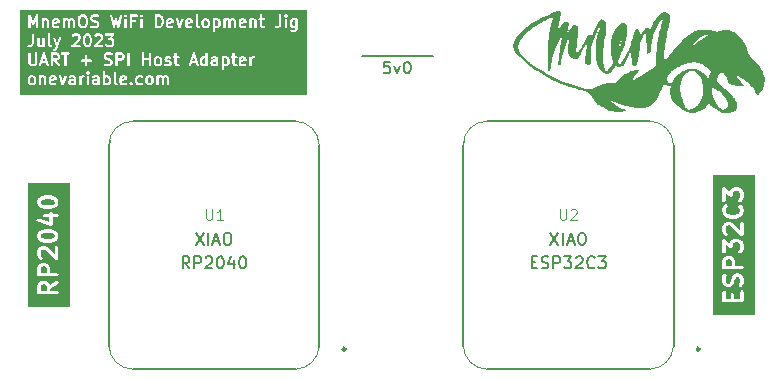
<source format=gbr>
%TF.GenerationSoftware,KiCad,Pcbnew,7.0.5-0*%
%TF.CreationDate,2023-07-26T01:41:50+02:00*%
%TF.ProjectId,esp32c3-wifi-dev,65737033-3263-4332-9d77-6966692d6465,rev?*%
%TF.SameCoordinates,Original*%
%TF.FileFunction,Legend,Top*%
%TF.FilePolarity,Positive*%
%FSLAX46Y46*%
G04 Gerber Fmt 4.6, Leading zero omitted, Abs format (unit mm)*
G04 Created by KiCad (PCBNEW 7.0.5-0) date 2023-07-26 01:41:50*
%MOMM*%
%LPD*%
G01*
G04 APERTURE LIST*
%ADD10C,0.150000*%
%ADD11C,0.300000*%
%ADD12C,0.200000*%
%ADD13C,0.101600*%
%ADD14C,0.127000*%
%ADD15C,0.120000*%
%ADD16C,0.254000*%
%ADD17C,0.025400*%
G04 APERTURE END LIST*
D10*
X177500000Y-65000000D02*
X183500000Y-65000000D01*
X179880952Y-65454819D02*
X179404762Y-65454819D01*
X179404762Y-65454819D02*
X179357143Y-65931009D01*
X179357143Y-65931009D02*
X179404762Y-65883390D01*
X179404762Y-65883390D02*
X179500000Y-65835771D01*
X179500000Y-65835771D02*
X179738095Y-65835771D01*
X179738095Y-65835771D02*
X179833333Y-65883390D01*
X179833333Y-65883390D02*
X179880952Y-65931009D01*
X179880952Y-65931009D02*
X179928571Y-66026247D01*
X179928571Y-66026247D02*
X179928571Y-66264342D01*
X179928571Y-66264342D02*
X179880952Y-66359580D01*
X179880952Y-66359580D02*
X179833333Y-66407200D01*
X179833333Y-66407200D02*
X179738095Y-66454819D01*
X179738095Y-66454819D02*
X179500000Y-66454819D01*
X179500000Y-66454819D02*
X179404762Y-66407200D01*
X179404762Y-66407200D02*
X179357143Y-66359580D01*
X180261905Y-65788152D02*
X180500000Y-66454819D01*
X180500000Y-66454819D02*
X180738095Y-65788152D01*
X181309524Y-65454819D02*
X181404762Y-65454819D01*
X181404762Y-65454819D02*
X181500000Y-65502438D01*
X181500000Y-65502438D02*
X181547619Y-65550057D01*
X181547619Y-65550057D02*
X181595238Y-65645295D01*
X181595238Y-65645295D02*
X181642857Y-65835771D01*
X181642857Y-65835771D02*
X181642857Y-66073866D01*
X181642857Y-66073866D02*
X181595238Y-66264342D01*
X181595238Y-66264342D02*
X181547619Y-66359580D01*
X181547619Y-66359580D02*
X181500000Y-66407200D01*
X181500000Y-66407200D02*
X181404762Y-66454819D01*
X181404762Y-66454819D02*
X181309524Y-66454819D01*
X181309524Y-66454819D02*
X181214286Y-66407200D01*
X181214286Y-66407200D02*
X181166667Y-66359580D01*
X181166667Y-66359580D02*
X181119048Y-66264342D01*
X181119048Y-66264342D02*
X181071429Y-66073866D01*
X181071429Y-66073866D02*
X181071429Y-65835771D01*
X181071429Y-65835771D02*
X181119048Y-65645295D01*
X181119048Y-65645295D02*
X181166667Y-65550057D01*
X181166667Y-65550057D02*
X181214286Y-65502438D01*
X181214286Y-65502438D02*
X181309524Y-65454819D01*
D11*
G36*
X208732331Y-82230419D02*
G01*
X208769336Y-82267424D01*
X208814042Y-82356837D01*
X208814042Y-82742856D01*
X208328328Y-82742856D01*
X208328328Y-82356838D01*
X208373035Y-82267422D01*
X208410038Y-82230419D01*
X208499452Y-82185713D01*
X208642918Y-82185713D01*
X208732331Y-82230419D01*
G37*
G36*
X210789286Y-86924999D02*
G01*
X207210714Y-86924999D01*
X207210714Y-85700819D01*
X208023586Y-85700819D01*
X208037426Y-85731125D01*
X208046812Y-85763090D01*
X208055437Y-85770564D01*
X208060179Y-85780946D01*
X208088206Y-85798958D01*
X208113385Y-85820775D01*
X208124682Y-85822399D01*
X208134284Y-85828570D01*
X208167597Y-85828570D01*
X208200577Y-85833312D01*
X208210960Y-85828570D01*
X208881883Y-85828570D01*
X208914863Y-85833312D01*
X208925246Y-85828570D01*
X209667597Y-85828570D01*
X209700577Y-85833312D01*
X209730883Y-85819471D01*
X209762848Y-85810086D01*
X209770322Y-85801460D01*
X209780704Y-85796719D01*
X209798716Y-85768691D01*
X209820533Y-85743513D01*
X209822157Y-85732215D01*
X209828328Y-85722614D01*
X209828328Y-85689300D01*
X209833070Y-85656321D01*
X209828328Y-85645937D01*
X209828328Y-84942716D01*
X209809844Y-84879764D01*
X209743271Y-84822079D01*
X209656079Y-84809542D01*
X209575952Y-84846135D01*
X209528328Y-84920240D01*
X209528328Y-85528570D01*
X209042614Y-85528570D01*
X209042614Y-85157002D01*
X209024130Y-85094050D01*
X208957557Y-85036365D01*
X208870365Y-85023828D01*
X208790238Y-85060421D01*
X208742614Y-85134526D01*
X208742614Y-85528570D01*
X208328328Y-85528570D01*
X208328328Y-84942716D01*
X208309844Y-84879764D01*
X208243271Y-84822079D01*
X208156079Y-84809542D01*
X208075952Y-84846135D01*
X208028328Y-84920240D01*
X208028328Y-85667839D01*
X208023586Y-85700819D01*
X207210714Y-85700819D01*
X207210714Y-84134829D01*
X208024467Y-84134829D01*
X208038174Y-84162243D01*
X208046812Y-84191661D01*
X208057524Y-84200943D01*
X208107182Y-84300257D01*
X208112547Y-84324919D01*
X208141753Y-84354125D01*
X208169924Y-84384411D01*
X208172764Y-84385137D01*
X208201819Y-84414193D01*
X208214709Y-84435894D01*
X208251667Y-84454373D01*
X208287953Y-84474187D01*
X208290877Y-84473977D01*
X208389736Y-84523407D01*
X208419998Y-84542855D01*
X208450650Y-84542855D01*
X208480824Y-84548285D01*
X208493916Y-84542855D01*
X208598824Y-84542855D01*
X208634587Y-84546716D01*
X208662001Y-84533008D01*
X208691420Y-84524371D01*
X208700701Y-84513659D01*
X208800019Y-84464001D01*
X208824680Y-84458636D01*
X208853883Y-84429431D01*
X208884170Y-84401260D01*
X208884896Y-84398418D01*
X208913949Y-84369364D01*
X208935652Y-84356475D01*
X208954139Y-84319500D01*
X208973946Y-84283228D01*
X208973736Y-84280305D01*
X209014829Y-84198119D01*
X209027453Y-84186250D01*
X209034141Y-84159496D01*
X209036423Y-84154933D01*
X209039354Y-84138642D01*
X209105568Y-83873784D01*
X209158749Y-83767424D01*
X209195754Y-83730418D01*
X209285167Y-83685712D01*
X209357203Y-83685712D01*
X209446616Y-83730419D01*
X209483622Y-83767424D01*
X209528328Y-83856837D01*
X209528328Y-84154227D01*
X209457777Y-84365882D01*
X209455405Y-84431449D01*
X209500321Y-84507226D01*
X209579074Y-84546692D01*
X209666661Y-84537315D01*
X209735275Y-84482073D01*
X209814683Y-84243845D01*
X209828328Y-84222614D01*
X209828328Y-84181300D01*
X209829823Y-84139976D01*
X209828328Y-84137453D01*
X209828328Y-83829503D01*
X209832189Y-83793740D01*
X209818481Y-83766325D01*
X209809844Y-83736907D01*
X209799132Y-83727625D01*
X209749474Y-83628309D01*
X209744110Y-83603648D01*
X209714898Y-83574436D01*
X209686733Y-83544157D01*
X209683892Y-83543430D01*
X209654835Y-83514373D01*
X209641947Y-83492674D01*
X209604995Y-83474198D01*
X209568702Y-83454380D01*
X209565777Y-83454589D01*
X209466923Y-83405162D01*
X209436658Y-83385712D01*
X209406005Y-83385712D01*
X209375833Y-83380282D01*
X209362741Y-83385712D01*
X209257832Y-83385712D01*
X209222068Y-83381851D01*
X209194652Y-83395559D01*
X209165237Y-83404196D01*
X209155955Y-83414907D01*
X209056640Y-83464565D01*
X209031978Y-83469931D01*
X209002757Y-83499151D01*
X208972487Y-83527308D01*
X208971760Y-83530148D01*
X208942703Y-83559205D01*
X208921004Y-83572094D01*
X208902528Y-83609045D01*
X208882710Y-83645339D01*
X208882919Y-83648263D01*
X208841827Y-83730447D01*
X208829203Y-83742318D01*
X208822514Y-83769073D01*
X208820233Y-83773636D01*
X208817301Y-83789923D01*
X208751086Y-84054785D01*
X208697907Y-84161143D01*
X208660902Y-84198149D01*
X208571490Y-84242855D01*
X208499452Y-84242855D01*
X208410037Y-84198147D01*
X208373035Y-84161145D01*
X208328328Y-84071731D01*
X208328328Y-83774338D01*
X208398880Y-83562686D01*
X208401252Y-83497119D01*
X208356337Y-83421342D01*
X208277584Y-83381875D01*
X208189997Y-83391252D01*
X208121382Y-83446494D01*
X208041972Y-83684722D01*
X208028328Y-83705954D01*
X208028328Y-83747266D01*
X208026833Y-83788591D01*
X208028328Y-83791113D01*
X208028328Y-84099065D01*
X208024467Y-84134829D01*
X207210714Y-84134829D01*
X207210714Y-82338208D01*
X208022898Y-82338208D01*
X208028328Y-82351300D01*
X208028328Y-82882125D01*
X208023586Y-82915105D01*
X208037426Y-82945411D01*
X208046812Y-82977376D01*
X208055437Y-82984850D01*
X208060179Y-82995232D01*
X208088206Y-83013244D01*
X208113385Y-83035061D01*
X208124682Y-83036685D01*
X208134284Y-83042856D01*
X208167597Y-83042856D01*
X208200577Y-83047598D01*
X208210960Y-83042856D01*
X208953311Y-83042856D01*
X208986291Y-83047598D01*
X208996674Y-83042856D01*
X209699896Y-83042856D01*
X209762848Y-83024372D01*
X209820533Y-82957799D01*
X209833070Y-82870607D01*
X209796477Y-82790480D01*
X209722372Y-82742856D01*
X209114042Y-82742856D01*
X209114042Y-82329503D01*
X209117903Y-82293740D01*
X209104195Y-82266325D01*
X209095558Y-82236907D01*
X209084846Y-82227625D01*
X209035188Y-82128309D01*
X209029824Y-82103648D01*
X209000612Y-82074436D01*
X208972447Y-82044157D01*
X208969606Y-82043430D01*
X208940549Y-82014373D01*
X208927661Y-81992674D01*
X208890709Y-81974198D01*
X208854416Y-81954380D01*
X208851491Y-81954589D01*
X208752630Y-81905158D01*
X208722372Y-81885713D01*
X208691721Y-81885713D01*
X208661546Y-81880283D01*
X208648454Y-81885713D01*
X208472118Y-81885713D01*
X208436355Y-81881852D01*
X208408940Y-81895559D01*
X208379522Y-81904197D01*
X208370240Y-81914908D01*
X208270922Y-81964566D01*
X208246262Y-81969932D01*
X208217054Y-81999139D01*
X208186772Y-82027308D01*
X208186045Y-82030148D01*
X208156988Y-82059206D01*
X208135290Y-82072094D01*
X208116815Y-82109043D01*
X208096996Y-82145340D01*
X208097205Y-82148263D01*
X208047778Y-82247117D01*
X208028328Y-82277383D01*
X208028328Y-82308036D01*
X208022898Y-82338208D01*
X207210714Y-82338208D01*
X207210714Y-80606385D01*
X208021997Y-80606385D01*
X208028328Y-80628337D01*
X208028328Y-81557281D01*
X208046812Y-81620233D01*
X208113385Y-81677918D01*
X208200577Y-81690455D01*
X208280704Y-81653862D01*
X208328328Y-81579757D01*
X208328328Y-80937705D01*
X208618129Y-81191282D01*
X208618241Y-81191661D01*
X208651328Y-81220331D01*
X208667213Y-81234230D01*
X208667547Y-81234384D01*
X208684814Y-81249346D01*
X208706696Y-81252492D01*
X208726761Y-81261773D01*
X208749389Y-81258631D01*
X208772006Y-81261883D01*
X208792118Y-81252698D01*
X208814012Y-81249658D01*
X208831348Y-81234782D01*
X208852133Y-81225290D01*
X208864085Y-81206691D01*
X208880863Y-81192295D01*
X208887405Y-81170403D01*
X208899757Y-81151185D01*
X208899757Y-81129079D01*
X208906088Y-81107897D01*
X208899757Y-81085943D01*
X208899757Y-80928265D01*
X208944463Y-80838852D01*
X208981468Y-80801847D01*
X209070881Y-80757141D01*
X209357203Y-80757141D01*
X209446617Y-80801848D01*
X209483622Y-80838853D01*
X209528328Y-80928266D01*
X209528328Y-81286017D01*
X209483621Y-81375430D01*
X209414154Y-81444898D01*
X209382710Y-81502482D01*
X209388995Y-81590345D01*
X209441784Y-81660865D01*
X209524318Y-81691648D01*
X209610393Y-81672923D01*
X209699667Y-81583648D01*
X209721367Y-81570760D01*
X209739841Y-81533810D01*
X209759661Y-81497515D01*
X209759451Y-81494590D01*
X209808880Y-81395732D01*
X209828328Y-81365471D01*
X209828327Y-81334819D01*
X209833758Y-81304645D01*
X209828328Y-81291552D01*
X209828328Y-80900932D01*
X209832189Y-80865169D01*
X209818481Y-80837754D01*
X209809844Y-80808336D01*
X209799132Y-80799054D01*
X209749474Y-80699738D01*
X209744110Y-80675077D01*
X209714898Y-80645865D01*
X209686733Y-80615586D01*
X209683892Y-80614859D01*
X209654835Y-80585802D01*
X209641947Y-80564103D01*
X209604995Y-80545627D01*
X209568702Y-80525809D01*
X209565777Y-80526018D01*
X209466923Y-80476591D01*
X209436658Y-80457141D01*
X209406005Y-80457141D01*
X209375833Y-80451711D01*
X209362741Y-80457141D01*
X209043546Y-80457141D01*
X209007782Y-80453280D01*
X208980366Y-80466988D01*
X208950951Y-80475625D01*
X208941669Y-80486336D01*
X208842354Y-80535994D01*
X208817692Y-80541360D01*
X208788471Y-80570580D01*
X208758201Y-80598737D01*
X208757474Y-80601577D01*
X208728417Y-80630634D01*
X208706718Y-80643523D01*
X208688242Y-80680474D01*
X208668424Y-80716768D01*
X208668633Y-80719692D01*
X208627885Y-80801188D01*
X208309955Y-80522999D01*
X208309844Y-80522621D01*
X208276759Y-80493953D01*
X208260872Y-80480052D01*
X208260537Y-80479897D01*
X208243271Y-80464936D01*
X208221390Y-80461789D01*
X208201324Y-80452508D01*
X208178693Y-80455650D01*
X208156079Y-80452399D01*
X208135967Y-80461583D01*
X208114073Y-80464624D01*
X208096736Y-80479499D01*
X208075952Y-80488992D01*
X208063999Y-80507590D01*
X208047222Y-80521987D01*
X208040679Y-80543878D01*
X208028328Y-80563097D01*
X208028328Y-80585202D01*
X208021997Y-80606385D01*
X207210714Y-80606385D01*
X207210714Y-79481066D01*
X208022898Y-79481066D01*
X208028328Y-79494158D01*
X208028328Y-79813352D01*
X208024467Y-79849116D01*
X208038174Y-79876530D01*
X208046812Y-79905948D01*
X208057524Y-79915230D01*
X208107181Y-80014543D01*
X208112547Y-80039207D01*
X208141767Y-80068427D01*
X208169924Y-80098698D01*
X208172764Y-80099424D01*
X208230370Y-80157030D01*
X208287953Y-80188473D01*
X208375817Y-80182188D01*
X208446336Y-80129399D01*
X208477119Y-80046866D01*
X208458395Y-79960790D01*
X208373034Y-79875430D01*
X208328328Y-79786018D01*
X208328328Y-79499695D01*
X208373035Y-79410280D01*
X208410038Y-79373276D01*
X208499452Y-79328570D01*
X208582559Y-79328570D01*
X208740158Y-79381104D01*
X209545189Y-80186135D01*
X209546812Y-80191662D01*
X209576053Y-80216999D01*
X209587513Y-80228459D01*
X209592287Y-80231065D01*
X209613385Y-80249347D01*
X209630192Y-80251763D01*
X209645097Y-80259902D01*
X209672942Y-80257910D01*
X209700577Y-80261884D01*
X209716024Y-80254829D01*
X209732960Y-80253618D01*
X209755307Y-80236889D01*
X209780704Y-80225291D01*
X209789884Y-80211005D01*
X209803479Y-80200829D01*
X209813236Y-80174669D01*
X209828328Y-80151186D01*
X209828328Y-80134207D01*
X209834263Y-80118295D01*
X209828328Y-80091013D01*
X209828328Y-79157002D01*
X209809844Y-79094050D01*
X209743271Y-79036365D01*
X209656079Y-79023828D01*
X209575952Y-79060421D01*
X209528328Y-79134526D01*
X209528327Y-79745009D01*
X208932959Y-79149641D01*
X208910403Y-79121625D01*
X208881326Y-79111932D01*
X208854416Y-79097238D01*
X208840277Y-79098249D01*
X208672175Y-79042214D01*
X208650944Y-79028570D01*
X208609631Y-79028570D01*
X208568307Y-79027075D01*
X208565785Y-79028570D01*
X208472117Y-79028570D01*
X208436353Y-79024709D01*
X208408937Y-79038417D01*
X208379522Y-79047054D01*
X208370240Y-79057765D01*
X208270924Y-79107424D01*
X208246262Y-79112790D01*
X208217045Y-79142006D01*
X208186772Y-79170166D01*
X208186045Y-79173006D01*
X208156988Y-79202064D01*
X208135290Y-79214952D01*
X208116815Y-79251901D01*
X208096996Y-79288198D01*
X208097205Y-79291121D01*
X208047778Y-79389975D01*
X208028328Y-79420241D01*
X208028328Y-79450894D01*
X208022898Y-79481066D01*
X207210714Y-79481066D01*
X207210714Y-78112793D01*
X208022098Y-78112793D01*
X208035161Y-78151984D01*
X208046812Y-78191662D01*
X208049027Y-78193581D01*
X208104899Y-78361197D01*
X208112547Y-78396350D01*
X208134223Y-78418026D01*
X208151718Y-78443199D01*
X208164813Y-78448616D01*
X208273247Y-78557050D01*
X208286137Y-78578752D01*
X208323107Y-78597237D01*
X208359383Y-78617045D01*
X208362305Y-78616836D01*
X208444492Y-78657929D01*
X208456362Y-78670553D01*
X208483115Y-78677241D01*
X208487679Y-78679523D01*
X208503969Y-78682454D01*
X208760854Y-78746675D01*
X208777141Y-78757142D01*
X208802721Y-78757142D01*
X208805729Y-78757894D01*
X208824234Y-78757142D01*
X209010783Y-78757142D01*
X209029122Y-78763346D01*
X209053938Y-78757142D01*
X209057039Y-78757142D01*
X209074812Y-78751923D01*
X209331644Y-78687715D01*
X209348873Y-78689575D01*
X209373540Y-78677241D01*
X209378489Y-78676004D01*
X209392761Y-78667630D01*
X209514300Y-78606860D01*
X209538964Y-78601495D01*
X209568189Y-78572270D01*
X209598455Y-78544118D01*
X209599181Y-78541278D01*
X209707257Y-78433203D01*
X209735275Y-78410646D01*
X209744968Y-78381566D01*
X209759660Y-78354660D01*
X209758648Y-78340523D01*
X209814683Y-78172416D01*
X209828328Y-78151186D01*
X209828328Y-78109862D01*
X209829822Y-78068548D01*
X209828328Y-78066027D01*
X209828328Y-77983090D01*
X209834558Y-77958635D01*
X209821495Y-77919446D01*
X209809844Y-77879765D01*
X209807628Y-77877845D01*
X209751756Y-77710227D01*
X209744109Y-77675076D01*
X209722435Y-77653402D01*
X209704940Y-77628228D01*
X209691842Y-77622809D01*
X209626285Y-77557253D01*
X209568701Y-77525810D01*
X209480837Y-77532096D01*
X209410319Y-77584885D01*
X209379536Y-77667419D01*
X209398262Y-77753494D01*
X209475795Y-77831026D01*
X209528328Y-77988625D01*
X209528328Y-78082799D01*
X209475795Y-78240400D01*
X209375186Y-78341007D01*
X209268832Y-78394185D01*
X209017007Y-78457142D01*
X208839649Y-78457142D01*
X208587826Y-78394186D01*
X208481469Y-78341008D01*
X208380861Y-78240400D01*
X208328328Y-78082799D01*
X208328328Y-77988625D01*
X208380862Y-77831025D01*
X208442502Y-77769386D01*
X208473945Y-77711803D01*
X208467660Y-77623939D01*
X208414871Y-77553420D01*
X208332338Y-77522637D01*
X208246262Y-77541361D01*
X208149400Y-77638223D01*
X208121382Y-77660781D01*
X208111688Y-77689861D01*
X208096996Y-77716768D01*
X208098007Y-77730905D01*
X208041972Y-77899009D01*
X208028328Y-77920241D01*
X208028328Y-77961553D01*
X208026833Y-78002878D01*
X208028328Y-78005400D01*
X208028328Y-78088336D01*
X208022098Y-78112793D01*
X207210714Y-78112793D01*
X207210714Y-76249243D01*
X208021997Y-76249243D01*
X208028328Y-76271195D01*
X208028328Y-77200139D01*
X208046812Y-77263091D01*
X208113385Y-77320776D01*
X208200577Y-77333313D01*
X208280704Y-77296720D01*
X208328328Y-77222615D01*
X208328328Y-76580563D01*
X208618129Y-76834140D01*
X208618241Y-76834519D01*
X208651328Y-76863189D01*
X208667213Y-76877088D01*
X208667547Y-76877242D01*
X208684814Y-76892204D01*
X208706696Y-76895350D01*
X208726761Y-76904631D01*
X208749389Y-76901489D01*
X208772006Y-76904741D01*
X208792118Y-76895556D01*
X208814012Y-76892516D01*
X208831348Y-76877640D01*
X208852133Y-76868148D01*
X208864085Y-76849549D01*
X208880863Y-76835153D01*
X208887405Y-76813261D01*
X208899757Y-76794043D01*
X208899757Y-76771937D01*
X208906088Y-76750755D01*
X208899757Y-76728801D01*
X208899757Y-76571123D01*
X208944463Y-76481710D01*
X208981468Y-76444705D01*
X209070881Y-76399999D01*
X209357203Y-76399999D01*
X209446616Y-76444705D01*
X209483622Y-76481711D01*
X209528328Y-76571124D01*
X209528328Y-76928875D01*
X209483621Y-77018288D01*
X209414154Y-77087756D01*
X209382710Y-77145340D01*
X209388995Y-77233203D01*
X209441784Y-77303723D01*
X209524318Y-77334506D01*
X209610393Y-77315781D01*
X209699667Y-77226506D01*
X209721367Y-77213618D01*
X209739841Y-77176668D01*
X209759661Y-77140373D01*
X209759451Y-77137448D01*
X209808880Y-77038590D01*
X209828328Y-77008329D01*
X209828327Y-76977677D01*
X209833758Y-76947503D01*
X209828328Y-76934410D01*
X209828328Y-76543790D01*
X209832189Y-76508027D01*
X209818481Y-76480612D01*
X209809844Y-76451194D01*
X209799132Y-76441912D01*
X209749474Y-76342596D01*
X209744110Y-76317935D01*
X209714898Y-76288723D01*
X209686733Y-76258444D01*
X209683892Y-76257717D01*
X209654835Y-76228660D01*
X209641947Y-76206961D01*
X209604995Y-76188485D01*
X209568702Y-76168667D01*
X209565777Y-76168876D01*
X209466923Y-76119449D01*
X209436658Y-76099999D01*
X209406005Y-76099999D01*
X209375833Y-76094569D01*
X209362741Y-76099999D01*
X209043546Y-76099999D01*
X209007782Y-76096138D01*
X208980366Y-76109846D01*
X208950951Y-76118483D01*
X208941669Y-76129194D01*
X208842354Y-76178852D01*
X208817692Y-76184218D01*
X208788471Y-76213438D01*
X208758201Y-76241595D01*
X208757474Y-76244435D01*
X208728417Y-76273492D01*
X208706718Y-76286381D01*
X208688242Y-76323332D01*
X208668424Y-76359626D01*
X208668633Y-76362550D01*
X208627885Y-76444046D01*
X208309955Y-76165857D01*
X208309844Y-76165479D01*
X208276759Y-76136811D01*
X208260872Y-76122910D01*
X208260537Y-76122755D01*
X208243271Y-76107794D01*
X208221390Y-76104647D01*
X208201324Y-76095366D01*
X208178693Y-76098508D01*
X208156079Y-76095257D01*
X208135967Y-76104441D01*
X208114073Y-76107482D01*
X208096736Y-76122357D01*
X208075952Y-76131850D01*
X208063999Y-76150448D01*
X208047222Y-76164845D01*
X208040679Y-76186736D01*
X208028328Y-76205955D01*
X208028328Y-76228060D01*
X208021997Y-76249243D01*
X207210714Y-76249243D01*
X207210714Y-75075000D01*
X210789286Y-75075000D01*
X210789286Y-86924999D01*
G37*
D12*
G36*
X149691389Y-66830356D02*
G01*
X149716059Y-66855026D01*
X149745863Y-66914634D01*
X149745863Y-67153135D01*
X149716059Y-67212743D01*
X149691388Y-67237414D01*
X149631781Y-67267219D01*
X149536136Y-67267219D01*
X149476529Y-67237415D01*
X149451858Y-67212743D01*
X149422054Y-67153135D01*
X149422054Y-66914634D01*
X149451858Y-66855025D01*
X149476528Y-66830355D01*
X149536136Y-66800552D01*
X149631781Y-66800552D01*
X149691389Y-66830356D01*
G37*
G36*
X151485613Y-66822706D02*
G01*
X151503064Y-66857607D01*
X151231578Y-66911904D01*
X151231578Y-66867015D01*
X151253732Y-66822706D01*
X151298041Y-66800552D01*
X151441305Y-66800552D01*
X151485613Y-66822706D01*
G37*
G36*
X153126816Y-67086333D02*
G01*
X153126816Y-67257796D01*
X153107972Y-67267219D01*
X152917089Y-67267219D01*
X152872780Y-67245064D01*
X152850626Y-67200755D01*
X152850626Y-67152729D01*
X152872780Y-67108420D01*
X152917089Y-67086266D01*
X153126193Y-67086266D01*
X153126816Y-67086333D01*
G37*
G36*
X155126816Y-67086333D02*
G01*
X155126816Y-67257796D01*
X155107972Y-67267219D01*
X154917089Y-67267219D01*
X154872780Y-67245064D01*
X154850626Y-67200755D01*
X154850626Y-67152729D01*
X154872780Y-67108420D01*
X154917089Y-67086266D01*
X155126193Y-67086266D01*
X155126816Y-67086333D01*
G37*
G36*
X156024723Y-66830356D02*
G01*
X156049392Y-66855025D01*
X156079197Y-66914634D01*
X156079197Y-67153135D01*
X156049393Y-67212743D01*
X156024722Y-67237414D01*
X155965115Y-67267219D01*
X155821851Y-67267219D01*
X155803007Y-67257797D01*
X155803007Y-66809974D01*
X155821851Y-66800552D01*
X155965115Y-66800552D01*
X156024723Y-66830356D01*
G37*
G36*
X157437995Y-66822706D02*
G01*
X157455446Y-66857607D01*
X157183960Y-66911904D01*
X157183960Y-66867015D01*
X157206114Y-66822706D01*
X157250423Y-66800552D01*
X157393687Y-66800552D01*
X157437995Y-66822706D01*
G37*
G36*
X159643771Y-66830356D02*
G01*
X159668441Y-66855025D01*
X159698245Y-66914633D01*
X159698245Y-67153136D01*
X159668441Y-67212743D01*
X159643770Y-67237414D01*
X159584163Y-67267219D01*
X159488518Y-67267219D01*
X159428911Y-67237415D01*
X159404240Y-67212743D01*
X159374436Y-67153135D01*
X159374436Y-66914634D01*
X159404240Y-66855025D01*
X159428910Y-66830355D01*
X159488518Y-66800552D01*
X159584163Y-66800552D01*
X159643771Y-66830356D01*
G37*
G36*
X166072343Y-65220356D02*
G01*
X166097013Y-65245025D01*
X166126817Y-65304634D01*
X166126817Y-65543136D01*
X166097013Y-65602743D01*
X166072342Y-65627414D01*
X166012735Y-65657219D01*
X165869471Y-65657219D01*
X165850627Y-65647797D01*
X165850627Y-65199974D01*
X165869471Y-65190552D01*
X166012735Y-65190552D01*
X166072343Y-65220356D01*
G37*
G36*
X150707120Y-65371504D02*
G01*
X150508416Y-65371504D01*
X150607767Y-65073446D01*
X150707120Y-65371504D01*
G37*
G36*
X163373788Y-65371504D02*
G01*
X163175084Y-65371504D01*
X163274435Y-65073446D01*
X163373788Y-65371504D01*
G37*
G36*
X160358056Y-65220356D02*
G01*
X160382726Y-65245026D01*
X160412530Y-65304634D01*
X160412530Y-65543135D01*
X160382726Y-65602743D01*
X160358055Y-65627414D01*
X160298448Y-65657219D01*
X160202803Y-65657219D01*
X160143196Y-65627415D01*
X160118525Y-65602743D01*
X160088721Y-65543135D01*
X160088721Y-65304634D01*
X160118525Y-65245025D01*
X160143195Y-65220355D01*
X160202803Y-65190552D01*
X160298448Y-65190552D01*
X160358056Y-65220356D01*
G37*
G36*
X164269674Y-65199974D02*
G01*
X164269674Y-65647796D01*
X164250830Y-65657219D01*
X164107566Y-65657219D01*
X164047959Y-65627415D01*
X164023288Y-65602743D01*
X163993484Y-65543135D01*
X163993484Y-65304634D01*
X164023288Y-65245025D01*
X164047957Y-65220356D01*
X164107566Y-65190552D01*
X164250830Y-65190552D01*
X164269674Y-65199974D01*
G37*
G36*
X165174436Y-65476333D02*
G01*
X165174436Y-65647796D01*
X165155592Y-65657219D01*
X164964709Y-65657219D01*
X164920400Y-65635064D01*
X164898246Y-65590755D01*
X164898246Y-65542729D01*
X164920400Y-65498420D01*
X164964709Y-65476266D01*
X165173813Y-65476266D01*
X165174436Y-65476333D01*
G37*
G36*
X167533234Y-65212706D02*
G01*
X167550685Y-65247607D01*
X167279199Y-65301904D01*
X167279199Y-65257015D01*
X167301353Y-65212706D01*
X167345662Y-65190552D01*
X167488926Y-65190552D01*
X167533234Y-65212706D01*
G37*
G36*
X151691389Y-64887023D02*
G01*
X151716059Y-64911693D01*
X151745863Y-64971300D01*
X151745863Y-65066946D01*
X151716058Y-65126554D01*
X151691389Y-65151223D01*
X151631781Y-65181028D01*
X151517705Y-65181028D01*
X151493632Y-65178533D01*
X151488695Y-65181028D01*
X151374435Y-65181028D01*
X151374435Y-64857219D01*
X151631781Y-64857219D01*
X151691389Y-64887023D01*
G37*
G36*
X157167580Y-64887023D02*
G01*
X157192250Y-64911693D01*
X157222054Y-64971301D01*
X157222054Y-65066946D01*
X157192250Y-65126554D01*
X157167580Y-65151223D01*
X157107972Y-65181028D01*
X156850626Y-65181028D01*
X156850626Y-64857219D01*
X157107972Y-64857219D01*
X157167580Y-64887023D01*
G37*
G36*
X154358057Y-63277023D02*
G01*
X154382727Y-63301693D01*
X154418178Y-63372596D01*
X154460150Y-63540481D01*
X154460150Y-63753954D01*
X154418177Y-63921842D01*
X154382727Y-63992743D01*
X154358056Y-64017414D01*
X154298449Y-64047219D01*
X154250423Y-64047219D01*
X154190816Y-64017415D01*
X154166145Y-63992743D01*
X154130693Y-63921840D01*
X154088722Y-63753955D01*
X154088722Y-63540482D01*
X154130693Y-63372595D01*
X154166145Y-63301692D01*
X154190815Y-63277023D01*
X154250423Y-63247219D01*
X154298449Y-63247219D01*
X154358057Y-63277023D01*
G37*
G36*
X171888721Y-61979974D02*
G01*
X171888721Y-62427796D01*
X171869877Y-62437219D01*
X171726613Y-62437219D01*
X171667006Y-62407415D01*
X171642335Y-62382743D01*
X171612531Y-62323135D01*
X171612531Y-62084634D01*
X171642335Y-62025025D01*
X171667005Y-62000355D01*
X171726613Y-61970552D01*
X171869877Y-61970552D01*
X171888721Y-61979974D01*
G37*
G36*
X165310437Y-62000356D02*
G01*
X165335106Y-62025025D01*
X165364911Y-62084633D01*
X165364911Y-62323136D01*
X165335107Y-62382743D01*
X165310436Y-62407414D01*
X165250829Y-62437219D01*
X165107565Y-62437219D01*
X165088721Y-62427797D01*
X165088721Y-61979974D01*
X165107565Y-61970552D01*
X165250829Y-61970552D01*
X165310437Y-62000356D01*
G37*
G36*
X160410892Y-61672241D02*
G01*
X160477963Y-61739312D01*
X160513414Y-61810214D01*
X160555386Y-61978100D01*
X160555386Y-62096334D01*
X160513414Y-62264222D01*
X160477962Y-62335125D01*
X160410892Y-62402196D01*
X160305826Y-62437219D01*
X160183958Y-62437219D01*
X160183958Y-61637219D01*
X160305825Y-61637219D01*
X160410892Y-61672241D01*
G37*
G36*
X151723708Y-61992706D02*
G01*
X151741159Y-62027607D01*
X151469673Y-62081904D01*
X151469673Y-62037015D01*
X151491827Y-61992706D01*
X151536136Y-61970552D01*
X151679400Y-61970552D01*
X151723708Y-61992706D01*
G37*
G36*
X154024722Y-61667023D02*
G01*
X154088899Y-61731200D01*
X154126815Y-61882863D01*
X154126815Y-62191572D01*
X154088898Y-62343237D01*
X154024722Y-62407414D01*
X153965114Y-62437219D01*
X153821850Y-62437219D01*
X153762243Y-62407415D01*
X153698064Y-62343235D01*
X153660149Y-62191574D01*
X153660149Y-61882864D01*
X153698065Y-61731200D01*
X153762242Y-61667022D01*
X153821850Y-61637219D01*
X153965114Y-61637219D01*
X154024722Y-61667023D01*
G37*
G36*
X161390374Y-61992706D02*
G01*
X161407825Y-62027607D01*
X161136339Y-62081904D01*
X161136339Y-62037015D01*
X161158493Y-61992706D01*
X161202802Y-61970552D01*
X161346066Y-61970552D01*
X161390374Y-61992706D01*
G37*
G36*
X163009422Y-61992706D02*
G01*
X163026873Y-62027607D01*
X162755387Y-62081904D01*
X162755387Y-62037015D01*
X162777541Y-61992706D01*
X162821850Y-61970552D01*
X162965114Y-61970552D01*
X163009422Y-61992706D01*
G37*
G36*
X164405675Y-62000356D02*
G01*
X164430345Y-62025026D01*
X164460149Y-62084633D01*
X164460149Y-62323136D01*
X164430345Y-62382743D01*
X164405674Y-62407414D01*
X164346067Y-62437219D01*
X164250422Y-62437219D01*
X164190815Y-62407415D01*
X164166144Y-62382743D01*
X164136340Y-62323135D01*
X164136340Y-62084634D01*
X164166144Y-62025025D01*
X164190814Y-62000355D01*
X164250422Y-61970552D01*
X164346067Y-61970552D01*
X164405675Y-62000356D01*
G37*
G36*
X167533232Y-61992706D02*
G01*
X167550683Y-62027607D01*
X167279197Y-62081904D01*
X167279197Y-62037015D01*
X167301351Y-61992706D01*
X167345660Y-61970552D01*
X167488924Y-61970552D01*
X167533232Y-61992706D01*
G37*
G36*
X172838096Y-68272857D02*
G01*
X148557143Y-68272857D01*
X148557143Y-66902216D01*
X149218434Y-66902216D01*
X149222054Y-66910944D01*
X149222054Y-67171356D01*
X149219480Y-67195200D01*
X149228618Y-67213476D01*
X149234377Y-67233089D01*
X149241518Y-67239277D01*
X149274622Y-67305484D01*
X149278199Y-67321927D01*
X149297682Y-67341410D01*
X149316451Y-67361588D01*
X149318343Y-67362071D01*
X149337715Y-67381444D01*
X149346308Y-67395911D01*
X149370946Y-67408230D01*
X149395137Y-67421440D01*
X149397086Y-67421300D01*
X149462991Y-67454253D01*
X149483167Y-67467219D01*
X149503602Y-67467219D01*
X149523718Y-67470839D01*
X149532446Y-67467219D01*
X149650002Y-67467219D01*
X149673845Y-67469793D01*
X149692121Y-67460654D01*
X149711734Y-67454896D01*
X149717922Y-67447754D01*
X149784130Y-67414650D01*
X149800574Y-67411073D01*
X149820059Y-67391587D01*
X149840233Y-67372822D01*
X149840717Y-67370928D01*
X149860090Y-67351555D01*
X149874555Y-67342964D01*
X149886872Y-67318329D01*
X149900084Y-67294133D01*
X149899944Y-67292185D01*
X149932897Y-67226280D01*
X149945863Y-67206105D01*
X149945863Y-67185669D01*
X149949483Y-67165554D01*
X149945863Y-67156825D01*
X149945863Y-66896412D01*
X149948437Y-66872569D01*
X149939298Y-66854291D01*
X149933540Y-66834681D01*
X149926398Y-66828493D01*
X149898970Y-66773636D01*
X150172595Y-66773636D01*
X150174435Y-66799365D01*
X150174435Y-67381598D01*
X150186758Y-67423566D01*
X150231140Y-67462023D01*
X150289267Y-67470380D01*
X150342686Y-67445985D01*
X150374435Y-67396582D01*
X150374435Y-66837211D01*
X150381290Y-66830355D01*
X150440898Y-66800552D01*
X150536543Y-66800552D01*
X150580851Y-66822706D01*
X150603006Y-66867015D01*
X150603006Y-67381598D01*
X150615329Y-67423566D01*
X150659711Y-67462023D01*
X150717838Y-67470380D01*
X150771257Y-67445985D01*
X150803006Y-67396582D01*
X150803006Y-66854597D01*
X151027958Y-66854597D01*
X151031578Y-66863325D01*
X151031578Y-67007463D01*
X151030124Y-67010023D01*
X151031578Y-67036625D01*
X151031578Y-67218975D01*
X151029004Y-67242819D01*
X151038142Y-67261096D01*
X151043901Y-67280708D01*
X151051041Y-67286895D01*
X151078361Y-67341535D01*
X151078224Y-67345420D01*
X151091368Y-67367550D01*
X151096184Y-67377182D01*
X151098687Y-67379873D01*
X151108213Y-67395911D01*
X151118295Y-67400952D01*
X151125975Y-67409208D01*
X151144051Y-67413830D01*
X151224896Y-67454253D01*
X151245072Y-67467219D01*
X151265507Y-67467219D01*
X151285623Y-67470839D01*
X151294351Y-67467219D01*
X151459526Y-67467219D01*
X151483369Y-67469793D01*
X151501645Y-67460654D01*
X151521258Y-67454896D01*
X151527446Y-67447754D01*
X151617731Y-67402612D01*
X151649757Y-67372822D01*
X151664306Y-67315927D01*
X151645786Y-67260199D01*
X151600076Y-67223329D01*
X151541690Y-67217026D01*
X151441305Y-67267219D01*
X151298041Y-67267219D01*
X151253732Y-67245064D01*
X151231578Y-67200755D01*
X151231578Y-67115865D01*
X151610536Y-67040073D01*
X151622600Y-67041808D01*
X151638757Y-67034429D01*
X151641479Y-67033885D01*
X151651789Y-67028477D01*
X151676019Y-67017413D01*
X151677610Y-67014937D01*
X151680215Y-67013571D01*
X151693365Y-66990421D01*
X151707768Y-66968010D01*
X151707767Y-66965066D01*
X151709221Y-66962509D01*
X151707768Y-66935925D01*
X151707768Y-66848793D01*
X151710342Y-66824950D01*
X151701203Y-66806672D01*
X151695445Y-66787062D01*
X151688303Y-66780874D01*
X151660984Y-66726236D01*
X151661122Y-66722351D01*
X151651727Y-66706533D01*
X151837052Y-66706533D01*
X152078196Y-67381739D01*
X152077676Y-67390794D01*
X152087902Y-67408915D01*
X152089859Y-67414394D01*
X152094931Y-67421371D01*
X152106538Y-67441938D01*
X152111968Y-67444805D01*
X152115579Y-67449772D01*
X152137583Y-67458331D01*
X152158468Y-67469359D01*
X152164588Y-67468835D01*
X152170310Y-67471061D01*
X152193443Y-67466366D01*
X152216980Y-67464352D01*
X152221846Y-67460601D01*
X152227862Y-67459381D01*
X152244790Y-67442919D01*
X152263495Y-67428505D01*
X152265559Y-67422723D01*
X152269964Y-67418441D01*
X152275307Y-67395431D01*
X152366421Y-67140311D01*
X152647006Y-67140311D01*
X152650626Y-67149039D01*
X152650626Y-67218975D01*
X152648052Y-67242819D01*
X152657190Y-67261096D01*
X152662949Y-67280708D01*
X152670089Y-67286895D01*
X152697409Y-67341535D01*
X152697272Y-67345420D01*
X152710416Y-67367550D01*
X152715232Y-67377182D01*
X152717735Y-67379873D01*
X152727261Y-67395911D01*
X152737343Y-67400952D01*
X152745023Y-67409208D01*
X152763099Y-67413830D01*
X152843944Y-67454253D01*
X152864120Y-67467219D01*
X152884555Y-67467219D01*
X152904671Y-67470839D01*
X152913399Y-67467219D01*
X153126193Y-67467219D01*
X153150036Y-67469793D01*
X153168312Y-67460654D01*
X153178492Y-67457665D01*
X153183521Y-67462023D01*
X153241648Y-67470380D01*
X153295067Y-67445985D01*
X153326816Y-67396582D01*
X153326816Y-67332183D01*
X153330973Y-67315927D01*
X153326816Y-67303418D01*
X153326816Y-66951230D01*
X153330973Y-66934974D01*
X153326816Y-66922465D01*
X153326816Y-66902216D01*
X153599387Y-66902216D01*
X153603007Y-66910944D01*
X153603007Y-67381598D01*
X153615330Y-67423566D01*
X153659712Y-67462023D01*
X153717839Y-67470380D01*
X153771258Y-67445985D01*
X153803007Y-67396582D01*
X153803007Y-67381598D01*
X154222055Y-67381598D01*
X154234378Y-67423566D01*
X154278760Y-67462023D01*
X154336887Y-67470380D01*
X154390306Y-67445985D01*
X154422055Y-67396582D01*
X154422055Y-67140311D01*
X154647006Y-67140311D01*
X154650626Y-67149039D01*
X154650626Y-67218975D01*
X154648052Y-67242819D01*
X154657190Y-67261096D01*
X154662949Y-67280708D01*
X154670089Y-67286895D01*
X154697409Y-67341535D01*
X154697272Y-67345420D01*
X154710416Y-67367550D01*
X154715232Y-67377182D01*
X154717735Y-67379873D01*
X154727261Y-67395911D01*
X154737343Y-67400952D01*
X154745023Y-67409208D01*
X154763099Y-67413830D01*
X154843944Y-67454253D01*
X154864120Y-67467219D01*
X154884555Y-67467219D01*
X154904671Y-67470839D01*
X154913399Y-67467219D01*
X155126193Y-67467219D01*
X155150036Y-67469793D01*
X155168312Y-67460654D01*
X155178492Y-67457665D01*
X155183521Y-67462023D01*
X155241648Y-67470380D01*
X155295067Y-67445985D01*
X155326816Y-67396582D01*
X155326816Y-67332183D01*
X155330973Y-67315927D01*
X155326816Y-67303418D01*
X155326816Y-66951230D01*
X155330973Y-66934974D01*
X155326816Y-66922465D01*
X155326816Y-66848793D01*
X155329390Y-66824950D01*
X155320251Y-66806672D01*
X155314493Y-66787062D01*
X155307351Y-66780874D01*
X155292836Y-66751844D01*
X155598850Y-66751844D01*
X155603007Y-66764352D01*
X155603007Y-67317833D01*
X155602034Y-67345420D01*
X155603007Y-67347058D01*
X155603007Y-67381598D01*
X155615330Y-67423566D01*
X155659712Y-67462023D01*
X155717839Y-67470380D01*
X155750553Y-67455440D01*
X155768882Y-67467219D01*
X155789317Y-67467219D01*
X155809433Y-67470839D01*
X155818161Y-67467219D01*
X155983336Y-67467219D01*
X156007179Y-67469793D01*
X156025455Y-67460654D01*
X156045068Y-67454896D01*
X156051256Y-67447754D01*
X156117464Y-67414650D01*
X156133908Y-67411073D01*
X156153393Y-67391587D01*
X156173567Y-67372822D01*
X156174051Y-67370928D01*
X156193424Y-67351555D01*
X156207889Y-67342964D01*
X156220206Y-67318329D01*
X156233418Y-67294133D01*
X156233278Y-67292185D01*
X156257961Y-67242819D01*
X156505195Y-67242819D01*
X156514333Y-67261096D01*
X156520092Y-67280708D01*
X156527232Y-67286895D01*
X156554552Y-67341535D01*
X156554415Y-67345420D01*
X156567559Y-67367550D01*
X156572375Y-67377182D01*
X156574878Y-67379873D01*
X156584404Y-67395911D01*
X156594486Y-67400952D01*
X156602166Y-67409208D01*
X156620242Y-67413830D01*
X156718765Y-67463092D01*
X156761814Y-67470839D01*
X156816059Y-67448341D01*
X156849529Y-67400088D01*
X156851599Y-67341399D01*
X156821610Y-67290908D01*
X156729923Y-67245064D01*
X156707769Y-67200755D01*
X156707769Y-66854597D01*
X156980340Y-66854597D01*
X156983960Y-66863325D01*
X156983960Y-67007463D01*
X156982506Y-67010023D01*
X156983960Y-67036625D01*
X156983960Y-67218975D01*
X156981386Y-67242819D01*
X156990524Y-67261096D01*
X156996283Y-67280708D01*
X157003423Y-67286895D01*
X157030743Y-67341535D01*
X157030606Y-67345420D01*
X157043750Y-67367550D01*
X157048566Y-67377182D01*
X157051069Y-67379873D01*
X157060595Y-67395911D01*
X157070677Y-67400952D01*
X157078357Y-67409208D01*
X157096433Y-67413830D01*
X157177278Y-67454253D01*
X157197454Y-67467219D01*
X157217889Y-67467219D01*
X157238005Y-67470839D01*
X157246733Y-67467219D01*
X157411908Y-67467219D01*
X157435751Y-67469793D01*
X157454027Y-67460654D01*
X157473640Y-67454896D01*
X157479828Y-67447754D01*
X157570113Y-67402612D01*
X157602139Y-67372822D01*
X157616688Y-67315927D01*
X157615438Y-67312165D01*
X157837146Y-67312165D01*
X157841867Y-67333869D01*
X157843453Y-67356023D01*
X157848012Y-67362113D01*
X157849630Y-67369548D01*
X157865334Y-67385252D01*
X157878646Y-67403034D01*
X157885775Y-67405693D01*
X157899962Y-67419880D01*
X157901045Y-67423566D01*
X157915110Y-67435753D01*
X157926264Y-67450653D01*
X157936871Y-67454609D01*
X157945427Y-67462023D01*
X157956633Y-67463634D01*
X157966568Y-67469059D01*
X157974156Y-67468516D01*
X157981287Y-67471176D01*
X157992349Y-67468769D01*
X158003554Y-67470380D01*
X158013853Y-67465676D01*
X158025144Y-67464869D01*
X158031234Y-67460309D01*
X158038670Y-67458692D01*
X158046673Y-67450688D01*
X158056973Y-67445985D01*
X158063094Y-67436459D01*
X158072155Y-67429677D01*
X158074814Y-67422547D01*
X158101991Y-67395370D01*
X158119774Y-67382059D01*
X158127537Y-67361246D01*
X158138181Y-67341754D01*
X158137638Y-67334166D01*
X158140298Y-67327036D01*
X158135575Y-67305326D01*
X158133991Y-67283178D01*
X158129432Y-67277088D01*
X158127815Y-67269653D01*
X158112107Y-67253945D01*
X158098799Y-67236167D01*
X158091671Y-67233508D01*
X158077480Y-67219317D01*
X158076399Y-67215633D01*
X158062331Y-67203443D01*
X158051179Y-67188546D01*
X158040573Y-67184590D01*
X158032017Y-67177176D01*
X158020812Y-67175565D01*
X158010877Y-67170140D01*
X158003287Y-67170682D01*
X157996156Y-67168023D01*
X157985093Y-67170429D01*
X157973890Y-67168819D01*
X157963592Y-67173521D01*
X157952301Y-67174329D01*
X157946209Y-67178889D01*
X157938773Y-67180507D01*
X157930769Y-67188511D01*
X157920471Y-67193214D01*
X157914350Y-67202737D01*
X157905289Y-67209521D01*
X157902629Y-67216651D01*
X157875451Y-67243830D01*
X157857669Y-67257142D01*
X157849907Y-67277951D01*
X157839262Y-67297447D01*
X157839804Y-67305036D01*
X157837146Y-67312165D01*
X157615438Y-67312165D01*
X157598168Y-67260199D01*
X157552458Y-67223329D01*
X157494072Y-67217026D01*
X157393687Y-67267219D01*
X157250423Y-67267219D01*
X157206114Y-67245064D01*
X157183960Y-67200755D01*
X157183960Y-67115865D01*
X157562918Y-67040073D01*
X157574982Y-67041808D01*
X157591139Y-67034429D01*
X157593861Y-67033885D01*
X157604171Y-67028477D01*
X157628401Y-67017413D01*
X157629992Y-67014937D01*
X157632597Y-67013571D01*
X157645747Y-66990421D01*
X157660150Y-66968010D01*
X157660150Y-66965066D01*
X157661603Y-66962509D01*
X157660150Y-66935925D01*
X157660150Y-66902216D01*
X158313673Y-66902216D01*
X158317293Y-66910944D01*
X158317293Y-67171356D01*
X158314719Y-67195200D01*
X158323857Y-67213476D01*
X158329616Y-67233089D01*
X158336757Y-67239277D01*
X158369861Y-67305484D01*
X158373438Y-67321927D01*
X158392921Y-67341410D01*
X158411690Y-67361588D01*
X158413582Y-67362071D01*
X158432954Y-67381444D01*
X158441547Y-67395911D01*
X158466185Y-67408230D01*
X158490376Y-67421440D01*
X158492325Y-67421300D01*
X158558230Y-67454253D01*
X158578406Y-67467219D01*
X158598841Y-67467219D01*
X158618957Y-67470839D01*
X158627685Y-67467219D01*
X158792860Y-67467219D01*
X158816703Y-67469793D01*
X158834979Y-67460654D01*
X158854592Y-67454896D01*
X158860780Y-67447754D01*
X158951065Y-67402612D01*
X158983091Y-67372822D01*
X158997640Y-67315927D01*
X158979120Y-67260199D01*
X158933410Y-67223329D01*
X158875024Y-67217026D01*
X158774639Y-67267219D01*
X158631375Y-67267219D01*
X158571768Y-67237415D01*
X158547097Y-67212743D01*
X158517293Y-67153135D01*
X158517293Y-66914634D01*
X158523502Y-66902216D01*
X159170816Y-66902216D01*
X159174436Y-66910944D01*
X159174436Y-67171356D01*
X159171862Y-67195200D01*
X159181000Y-67213476D01*
X159186759Y-67233089D01*
X159193900Y-67239277D01*
X159227004Y-67305484D01*
X159230581Y-67321927D01*
X159250064Y-67341410D01*
X159268833Y-67361588D01*
X159270725Y-67362071D01*
X159290097Y-67381444D01*
X159298690Y-67395911D01*
X159323328Y-67408230D01*
X159347519Y-67421440D01*
X159349468Y-67421300D01*
X159415373Y-67454253D01*
X159435549Y-67467219D01*
X159455984Y-67467219D01*
X159476100Y-67470839D01*
X159484828Y-67467219D01*
X159602384Y-67467219D01*
X159626227Y-67469793D01*
X159644503Y-67460654D01*
X159664116Y-67454896D01*
X159670304Y-67447754D01*
X159736512Y-67414650D01*
X159752956Y-67411073D01*
X159772441Y-67391587D01*
X159792615Y-67372822D01*
X159793099Y-67370928D01*
X159812472Y-67351555D01*
X159826937Y-67342964D01*
X159839254Y-67318329D01*
X159852466Y-67294133D01*
X159852326Y-67292185D01*
X159885279Y-67226280D01*
X159898245Y-67206105D01*
X159898245Y-67185669D01*
X159901865Y-67165554D01*
X159898245Y-67156825D01*
X159898245Y-66896412D01*
X159900819Y-66872569D01*
X159891680Y-66854291D01*
X159885922Y-66834681D01*
X159878780Y-66828493D01*
X159851352Y-66773636D01*
X160124977Y-66773636D01*
X160126817Y-66799365D01*
X160126817Y-67381598D01*
X160139140Y-67423566D01*
X160183522Y-67462023D01*
X160241649Y-67470380D01*
X160295068Y-67445985D01*
X160326817Y-67396582D01*
X160326817Y-66837210D01*
X160333672Y-66830356D01*
X160393280Y-66800552D01*
X160488925Y-66800552D01*
X160533233Y-66822706D01*
X160555388Y-66867014D01*
X160555388Y-67381598D01*
X160567711Y-67423566D01*
X160612093Y-67462023D01*
X160670220Y-67470380D01*
X160723639Y-67445985D01*
X160755388Y-67396582D01*
X160755388Y-66867015D01*
X160777542Y-66822706D01*
X160821851Y-66800552D01*
X160917496Y-66800552D01*
X160961805Y-66822706D01*
X160983960Y-66867014D01*
X160983960Y-67381598D01*
X160996283Y-67423566D01*
X161040665Y-67462023D01*
X161098792Y-67470380D01*
X161152211Y-67445985D01*
X161183960Y-67396582D01*
X161183960Y-66848793D01*
X161186534Y-66824950D01*
X161177395Y-66806672D01*
X161171637Y-66787062D01*
X161164495Y-66780874D01*
X161137176Y-66726236D01*
X161137314Y-66722350D01*
X161124161Y-66700205D01*
X161119353Y-66690589D01*
X161116853Y-66687902D01*
X161107325Y-66671859D01*
X161097241Y-66666817D01*
X161089563Y-66658562D01*
X161071485Y-66653939D01*
X160990641Y-66613518D01*
X160970465Y-66600552D01*
X160950029Y-66600552D01*
X160929914Y-66596932D01*
X160921186Y-66600552D01*
X160803629Y-66600552D01*
X160779786Y-66597978D01*
X160761508Y-66607116D01*
X160741898Y-66612875D01*
X160735710Y-66620016D01*
X160681072Y-66647335D01*
X160677187Y-66647198D01*
X160658937Y-66658037D01*
X160642910Y-66653938D01*
X160562072Y-66613519D01*
X160541894Y-66600552D01*
X160521458Y-66600552D01*
X160501343Y-66596932D01*
X160492615Y-66600552D01*
X160375058Y-66600552D01*
X160351215Y-66597978D01*
X160332937Y-66607116D01*
X160313327Y-66612875D01*
X160307139Y-66620016D01*
X160294101Y-66626534D01*
X160270112Y-66605748D01*
X160211985Y-66597391D01*
X160158566Y-66621786D01*
X160126817Y-66671189D01*
X160126817Y-66770266D01*
X160124977Y-66773636D01*
X159851352Y-66773636D01*
X159845675Y-66762282D01*
X159842099Y-66745842D01*
X159822624Y-66726367D01*
X159803848Y-66706181D01*
X159801953Y-66705696D01*
X159782583Y-66686326D01*
X159773991Y-66671860D01*
X159749356Y-66659542D01*
X159725161Y-66646331D01*
X159723211Y-66646470D01*
X159657310Y-66613519D01*
X159637132Y-66600552D01*
X159616696Y-66600552D01*
X159596581Y-66596932D01*
X159587853Y-66600552D01*
X159470296Y-66600552D01*
X159446453Y-66597978D01*
X159428175Y-66607116D01*
X159408565Y-66612875D01*
X159402377Y-66620016D01*
X159336166Y-66653121D01*
X159319726Y-66656698D01*
X159300251Y-66676172D01*
X159280065Y-66694949D01*
X159279580Y-66696843D01*
X159260210Y-66716213D01*
X159245744Y-66724806D01*
X159233426Y-66749440D01*
X159220215Y-66773636D01*
X159220354Y-66775585D01*
X159187403Y-66841486D01*
X159174436Y-66861665D01*
X159174436Y-66882100D01*
X159170816Y-66902216D01*
X158523502Y-66902216D01*
X158547097Y-66855025D01*
X158571767Y-66830355D01*
X158631375Y-66800552D01*
X158774639Y-66800552D01*
X158861622Y-66844044D01*
X158904671Y-66851791D01*
X158958916Y-66829293D01*
X158992386Y-66781040D01*
X158994456Y-66722351D01*
X158964467Y-66671860D01*
X158847786Y-66613519D01*
X158827608Y-66600552D01*
X158807172Y-66600552D01*
X158787057Y-66596932D01*
X158778329Y-66600552D01*
X158613153Y-66600552D01*
X158589310Y-66597978D01*
X158571032Y-66607116D01*
X158551422Y-66612875D01*
X158545234Y-66620016D01*
X158479023Y-66653121D01*
X158462583Y-66656698D01*
X158443108Y-66676172D01*
X158422922Y-66694949D01*
X158422437Y-66696843D01*
X158403067Y-66716213D01*
X158388601Y-66724806D01*
X158376283Y-66749440D01*
X158363072Y-66773636D01*
X158363211Y-66775585D01*
X158330260Y-66841486D01*
X158317293Y-66861665D01*
X158317293Y-66882100D01*
X158313673Y-66902216D01*
X157660150Y-66902216D01*
X157660150Y-66848793D01*
X157662724Y-66824950D01*
X157653585Y-66806672D01*
X157647827Y-66787062D01*
X157640685Y-66780874D01*
X157613366Y-66726236D01*
X157613504Y-66722351D01*
X157600354Y-66700211D01*
X157595543Y-66690589D01*
X157593042Y-66687900D01*
X157583515Y-66671860D01*
X157573433Y-66666819D01*
X157565753Y-66658562D01*
X157547672Y-66653938D01*
X157466834Y-66613519D01*
X157446656Y-66600552D01*
X157426220Y-66600552D01*
X157406105Y-66596932D01*
X157397377Y-66600552D01*
X157232201Y-66600552D01*
X157208358Y-66597978D01*
X157190080Y-66607116D01*
X157170470Y-66612875D01*
X157164282Y-66620016D01*
X157109644Y-66647335D01*
X157105759Y-66647198D01*
X157083619Y-66660347D01*
X157073997Y-66665159D01*
X157071308Y-66667659D01*
X157055268Y-66677187D01*
X157050227Y-66687268D01*
X157041970Y-66694949D01*
X157037346Y-66713029D01*
X156996927Y-66793867D01*
X156983960Y-66814046D01*
X156983960Y-66834481D01*
X156980340Y-66854597D01*
X156707769Y-66854597D01*
X156707769Y-66352840D01*
X156695446Y-66310872D01*
X156651064Y-66272415D01*
X156592937Y-66264058D01*
X156539518Y-66288453D01*
X156507769Y-66337856D01*
X156507769Y-67218975D01*
X156505195Y-67242819D01*
X156257961Y-67242819D01*
X156266231Y-67226280D01*
X156279197Y-67206105D01*
X156279197Y-67185669D01*
X156282817Y-67165554D01*
X156279197Y-67156825D01*
X156279197Y-66896412D01*
X156281771Y-66872569D01*
X156272632Y-66854291D01*
X156266874Y-66834681D01*
X156259732Y-66828493D01*
X156226627Y-66762282D01*
X156223051Y-66745842D01*
X156203576Y-66726367D01*
X156184800Y-66706181D01*
X156182905Y-66705696D01*
X156163535Y-66686326D01*
X156154943Y-66671860D01*
X156130308Y-66659542D01*
X156106113Y-66646331D01*
X156104163Y-66646470D01*
X156038262Y-66613519D01*
X156018084Y-66600552D01*
X155997648Y-66600552D01*
X155977533Y-66596932D01*
X155968805Y-66600552D01*
X155803629Y-66600552D01*
X155803007Y-66600484D01*
X155803007Y-66352840D01*
X155790684Y-66310872D01*
X155746302Y-66272415D01*
X155688175Y-66264058D01*
X155634756Y-66288453D01*
X155603007Y-66337856D01*
X155603007Y-66735586D01*
X155598850Y-66751844D01*
X155292836Y-66751844D01*
X155280032Y-66726236D01*
X155280170Y-66722351D01*
X155267020Y-66700211D01*
X155262209Y-66690589D01*
X155259708Y-66687900D01*
X155250181Y-66671860D01*
X155240099Y-66666819D01*
X155232419Y-66658562D01*
X155214338Y-66653938D01*
X155133500Y-66613519D01*
X155113322Y-66600552D01*
X155092886Y-66600552D01*
X155072771Y-66596932D01*
X155064043Y-66600552D01*
X154898867Y-66600552D01*
X154875024Y-66597978D01*
X154856746Y-66607116D01*
X154837136Y-66612875D01*
X154830948Y-66620016D01*
X154740663Y-66665159D01*
X154708636Y-66694949D01*
X154694088Y-66751844D01*
X154712608Y-66807572D01*
X154758317Y-66844442D01*
X154816703Y-66850745D01*
X154917089Y-66800552D01*
X155060353Y-66800552D01*
X155104661Y-66822706D01*
X155126816Y-66867014D01*
X155126816Y-66876843D01*
X155107972Y-66886266D01*
X154898867Y-66886266D01*
X154875024Y-66883692D01*
X154856746Y-66892830D01*
X154837136Y-66898589D01*
X154830948Y-66905730D01*
X154776310Y-66933049D01*
X154772425Y-66932912D01*
X154750285Y-66946061D01*
X154740663Y-66950873D01*
X154737974Y-66953373D01*
X154721934Y-66962901D01*
X154716893Y-66972982D01*
X154708636Y-66980663D01*
X154704012Y-66998743D01*
X154663593Y-67079581D01*
X154650626Y-67099760D01*
X154650626Y-67120195D01*
X154647006Y-67140311D01*
X154422055Y-67140311D01*
X154422055Y-66686173D01*
X154409732Y-66644205D01*
X154365350Y-66605748D01*
X154307223Y-66597391D01*
X154253804Y-66621786D01*
X154222055Y-66671189D01*
X154222055Y-67381598D01*
X153803007Y-67381598D01*
X153803007Y-66914634D01*
X153832811Y-66855025D01*
X153857481Y-66830356D01*
X153917089Y-66800552D01*
X154003100Y-66800552D01*
X154045068Y-66788229D01*
X154083525Y-66743847D01*
X154091882Y-66685720D01*
X154067487Y-66632301D01*
X154018084Y-66600552D01*
X153898867Y-66600552D01*
X153875024Y-66597978D01*
X153856746Y-66607116D01*
X153837136Y-66612875D01*
X153830948Y-66620016D01*
X153787715Y-66641632D01*
X153746302Y-66605748D01*
X153688175Y-66597391D01*
X153634756Y-66621786D01*
X153603007Y-66671189D01*
X153603007Y-66882100D01*
X153599387Y-66902216D01*
X153326816Y-66902216D01*
X153326816Y-66848793D01*
X153329390Y-66824950D01*
X153320251Y-66806672D01*
X153314493Y-66787062D01*
X153307351Y-66780874D01*
X153280032Y-66726236D01*
X153280170Y-66722351D01*
X153267020Y-66700211D01*
X153262209Y-66690589D01*
X153259708Y-66687900D01*
X153250181Y-66671860D01*
X153240099Y-66666819D01*
X153232419Y-66658562D01*
X153214338Y-66653938D01*
X153133500Y-66613519D01*
X153113322Y-66600552D01*
X153092886Y-66600552D01*
X153072771Y-66596932D01*
X153064043Y-66600552D01*
X152898867Y-66600552D01*
X152875024Y-66597978D01*
X152856746Y-66607116D01*
X152837136Y-66612875D01*
X152830948Y-66620016D01*
X152740663Y-66665159D01*
X152708636Y-66694949D01*
X152694088Y-66751844D01*
X152712608Y-66807572D01*
X152758317Y-66844442D01*
X152816703Y-66850745D01*
X152917089Y-66800552D01*
X153060353Y-66800552D01*
X153104661Y-66822706D01*
X153126816Y-66867015D01*
X153126816Y-66876843D01*
X153107972Y-66886266D01*
X152898867Y-66886266D01*
X152875024Y-66883692D01*
X152856746Y-66892830D01*
X152837136Y-66898589D01*
X152830948Y-66905730D01*
X152776310Y-66933049D01*
X152772425Y-66932912D01*
X152750285Y-66946061D01*
X152740663Y-66950873D01*
X152737974Y-66953373D01*
X152721934Y-66962901D01*
X152716893Y-66972982D01*
X152708636Y-66980663D01*
X152704012Y-66998743D01*
X152663593Y-67079581D01*
X152650626Y-67099760D01*
X152650626Y-67120195D01*
X152647006Y-67140311D01*
X152366421Y-67140311D01*
X152516302Y-66720645D01*
X152518813Y-66676977D01*
X152489951Y-66625833D01*
X152438021Y-66598413D01*
X152379509Y-66603420D01*
X152332994Y-66639266D01*
X152179197Y-67069897D01*
X152030440Y-66653377D01*
X152004720Y-66617999D01*
X151949989Y-66596709D01*
X151892437Y-66608389D01*
X151850335Y-66649330D01*
X151837052Y-66706533D01*
X151651727Y-66706533D01*
X151647972Y-66700211D01*
X151643161Y-66690589D01*
X151640660Y-66687900D01*
X151631133Y-66671860D01*
X151621051Y-66666819D01*
X151613371Y-66658562D01*
X151595290Y-66653938D01*
X151514452Y-66613519D01*
X151494274Y-66600552D01*
X151473838Y-66600552D01*
X151453723Y-66596932D01*
X151444995Y-66600552D01*
X151279819Y-66600552D01*
X151255976Y-66597978D01*
X151237698Y-66607116D01*
X151218088Y-66612875D01*
X151211900Y-66620016D01*
X151157262Y-66647335D01*
X151153377Y-66647198D01*
X151131237Y-66660347D01*
X151121615Y-66665159D01*
X151118926Y-66667659D01*
X151102886Y-66677187D01*
X151097845Y-66687268D01*
X151089588Y-66694949D01*
X151084964Y-66713029D01*
X151044545Y-66793867D01*
X151031578Y-66814046D01*
X151031578Y-66834481D01*
X151027958Y-66854597D01*
X150803006Y-66854597D01*
X150803006Y-66848793D01*
X150805580Y-66824950D01*
X150796441Y-66806672D01*
X150790683Y-66787062D01*
X150783541Y-66780874D01*
X150756222Y-66726236D01*
X150756360Y-66722351D01*
X150743210Y-66700211D01*
X150738399Y-66690589D01*
X150735898Y-66687900D01*
X150726371Y-66671860D01*
X150716289Y-66666819D01*
X150708609Y-66658562D01*
X150690528Y-66653938D01*
X150609690Y-66613519D01*
X150589512Y-66600552D01*
X150569076Y-66600552D01*
X150548961Y-66596932D01*
X150540233Y-66600552D01*
X150422676Y-66600552D01*
X150398833Y-66597978D01*
X150380555Y-66607116D01*
X150360945Y-66612875D01*
X150354757Y-66620016D01*
X150341719Y-66626534D01*
X150317730Y-66605748D01*
X150259603Y-66597391D01*
X150206184Y-66621786D01*
X150174435Y-66671189D01*
X150174435Y-66770266D01*
X150172595Y-66773636D01*
X149898970Y-66773636D01*
X149893293Y-66762282D01*
X149889717Y-66745842D01*
X149870242Y-66726367D01*
X149851466Y-66706181D01*
X149849571Y-66705696D01*
X149830201Y-66686326D01*
X149821609Y-66671860D01*
X149796974Y-66659542D01*
X149772779Y-66646331D01*
X149770829Y-66646470D01*
X149704928Y-66613519D01*
X149684750Y-66600552D01*
X149664314Y-66600552D01*
X149644199Y-66596932D01*
X149635471Y-66600552D01*
X149517914Y-66600552D01*
X149494071Y-66597978D01*
X149475793Y-66607116D01*
X149456183Y-66612875D01*
X149449995Y-66620016D01*
X149383784Y-66653121D01*
X149367344Y-66656698D01*
X149347869Y-66676172D01*
X149327683Y-66694949D01*
X149327198Y-66696843D01*
X149307828Y-66716213D01*
X149293362Y-66724806D01*
X149281044Y-66749440D01*
X149267833Y-66773636D01*
X149267972Y-66775585D01*
X149235021Y-66841486D01*
X149222054Y-66861665D01*
X149222054Y-66882100D01*
X149218434Y-66902216D01*
X148557143Y-66902216D01*
X148557143Y-66407403D01*
X154170479Y-66407403D01*
X154175200Y-66429106D01*
X154176785Y-66451260D01*
X154181345Y-66457352D01*
X154182963Y-66464786D01*
X154198664Y-66480487D01*
X154211978Y-66498272D01*
X154219108Y-66500931D01*
X154233295Y-66515118D01*
X154234378Y-66518804D01*
X154248443Y-66530991D01*
X154259597Y-66545891D01*
X154270204Y-66549847D01*
X154278760Y-66557261D01*
X154289966Y-66558872D01*
X154299901Y-66564297D01*
X154307489Y-66563754D01*
X154314620Y-66566414D01*
X154325682Y-66564007D01*
X154336887Y-66565618D01*
X154347186Y-66560914D01*
X154358477Y-66560107D01*
X154364567Y-66555547D01*
X154372003Y-66553930D01*
X154380006Y-66545926D01*
X154390306Y-66541223D01*
X154396427Y-66531697D01*
X154405488Y-66524915D01*
X154408147Y-66517785D01*
X154435327Y-66490605D01*
X154453107Y-66477296D01*
X154460867Y-66456489D01*
X154471514Y-66436992D01*
X154470971Y-66429401D01*
X154473630Y-66422273D01*
X154468908Y-66400569D01*
X154467324Y-66378416D01*
X154462764Y-66372325D01*
X154461147Y-66364890D01*
X154445441Y-66349184D01*
X154432132Y-66331405D01*
X154425002Y-66328745D01*
X154410814Y-66314557D01*
X154409732Y-66310872D01*
X154395664Y-66298682D01*
X154384513Y-66283786D01*
X154373907Y-66279830D01*
X154365350Y-66272415D01*
X154354143Y-66270803D01*
X154344209Y-66265379D01*
X154336618Y-66265921D01*
X154329490Y-66263263D01*
X154318429Y-66265669D01*
X154307223Y-66264058D01*
X154296925Y-66268760D01*
X154285633Y-66269568D01*
X154279540Y-66274128D01*
X154272107Y-66275746D01*
X154264103Y-66283749D01*
X154253804Y-66288453D01*
X154247683Y-66297976D01*
X154238621Y-66304761D01*
X154235961Y-66311891D01*
X154208786Y-66339066D01*
X154191002Y-66352380D01*
X154183239Y-66373192D01*
X154172596Y-66392684D01*
X154173138Y-66400272D01*
X154170479Y-66407403D01*
X148557143Y-66407403D01*
X148557143Y-65585200D01*
X149267099Y-65585200D01*
X149276237Y-65603476D01*
X149281996Y-65623089D01*
X149289137Y-65629277D01*
X149322241Y-65695484D01*
X149325818Y-65711927D01*
X149345301Y-65731410D01*
X149364070Y-65751588D01*
X149365962Y-65752071D01*
X149385334Y-65771444D01*
X149393927Y-65785911D01*
X149418565Y-65798230D01*
X149442756Y-65811440D01*
X149444705Y-65811300D01*
X149510610Y-65844253D01*
X149530786Y-65857219D01*
X149551221Y-65857219D01*
X149571337Y-65860839D01*
X149580065Y-65857219D01*
X149745240Y-65857219D01*
X149769083Y-65859793D01*
X149787359Y-65850654D01*
X149806972Y-65844896D01*
X149813160Y-65837754D01*
X149879368Y-65804650D01*
X149895812Y-65801073D01*
X149913935Y-65782949D01*
X150173439Y-65782949D01*
X150203382Y-65833467D01*
X150255884Y-65859776D01*
X150314276Y-65853526D01*
X150360018Y-65816698D01*
X150441749Y-65571504D01*
X150773787Y-65571504D01*
X150850780Y-65802482D01*
X150875742Y-65838400D01*
X150930007Y-65860849D01*
X150987794Y-65850395D01*
X151030757Y-65810360D01*
X151045255Y-65753452D01*
X150948211Y-65462322D01*
X150949024Y-65456672D01*
X150939042Y-65434815D01*
X150892724Y-65295860D01*
X151171274Y-65295860D01*
X151174435Y-65302781D01*
X151174435Y-65771598D01*
X151186758Y-65813566D01*
X151231140Y-65852023D01*
X151289267Y-65860380D01*
X151342686Y-65835985D01*
X151374435Y-65786582D01*
X151374435Y-65381028D01*
X151460464Y-65381028D01*
X151772186Y-65826345D01*
X151806348Y-65853660D01*
X151864761Y-65859714D01*
X151917173Y-65833226D01*
X151946946Y-65782608D01*
X151944625Y-65723928D01*
X151698656Y-65372544D01*
X151711734Y-65368705D01*
X151717922Y-65361563D01*
X151784130Y-65328459D01*
X151800573Y-65324882D01*
X151820052Y-65305402D01*
X151840233Y-65286631D01*
X151840717Y-65284737D01*
X151860088Y-65265366D01*
X151874555Y-65256774D01*
X151886873Y-65232137D01*
X151900084Y-65207944D01*
X151899944Y-65205995D01*
X151932897Y-65140090D01*
X151945863Y-65119915D01*
X151945863Y-65099479D01*
X151949483Y-65079364D01*
X151945863Y-65070635D01*
X151945863Y-64953079D01*
X151948437Y-64929236D01*
X151939298Y-64910958D01*
X151933540Y-64891348D01*
X151926398Y-64885160D01*
X151893293Y-64818949D01*
X151889717Y-64802509D01*
X151870242Y-64783034D01*
X151860026Y-64772051D01*
X152028417Y-64772051D01*
X152052812Y-64825470D01*
X152102215Y-64857219D01*
X152317292Y-64857219D01*
X152317292Y-65771598D01*
X152329615Y-65813566D01*
X152373997Y-65852023D01*
X152432124Y-65860380D01*
X152485543Y-65835985D01*
X152517292Y-65786582D01*
X152517292Y-65391098D01*
X153695084Y-65391098D01*
X153719479Y-65444517D01*
X153768882Y-65476266D01*
X154079197Y-65476266D01*
X154079197Y-65771598D01*
X154091520Y-65813566D01*
X154135902Y-65852023D01*
X154194029Y-65860380D01*
X154247448Y-65835985D01*
X154279197Y-65786582D01*
X154279197Y-65476266D01*
X154574529Y-65476266D01*
X154616497Y-65463943D01*
X154654954Y-65419561D01*
X154663311Y-65361434D01*
X154638916Y-65308015D01*
X154589513Y-65276266D01*
X154279197Y-65276266D01*
X154279197Y-64980935D01*
X154272722Y-64958883D01*
X155647006Y-64958883D01*
X155650626Y-64967611D01*
X155650626Y-65037547D01*
X155648052Y-65061391D01*
X155657190Y-65079667D01*
X155662949Y-65099280D01*
X155670090Y-65105468D01*
X155703194Y-65171676D01*
X155706772Y-65188119D01*
X155726251Y-65207598D01*
X155745023Y-65227779D01*
X155746916Y-65228263D01*
X155766287Y-65247634D01*
X155774880Y-65262101D01*
X155799516Y-65274419D01*
X155823710Y-65287630D01*
X155825658Y-65287490D01*
X155880448Y-65314885D01*
X155888362Y-65323302D01*
X155906200Y-65327761D01*
X155909241Y-65329282D01*
X155920095Y-65331235D01*
X156096677Y-65375380D01*
X156167580Y-65410832D01*
X156192250Y-65435502D01*
X156222054Y-65495110D01*
X156222054Y-65543136D01*
X156192250Y-65602743D01*
X156167579Y-65627414D01*
X156107972Y-65657219D01*
X155909710Y-65657219D01*
X155768608Y-65610185D01*
X155724896Y-65608604D01*
X155674378Y-65638547D01*
X155648069Y-65691048D01*
X155654319Y-65749441D01*
X155691147Y-65795183D01*
X155849964Y-65848121D01*
X155864120Y-65857219D01*
X155891675Y-65857219D01*
X155919212Y-65858215D01*
X155920892Y-65857219D01*
X156126193Y-65857219D01*
X156150036Y-65859793D01*
X156168312Y-65850654D01*
X156187925Y-65844896D01*
X156194113Y-65837754D01*
X156260321Y-65804650D01*
X156276765Y-65801073D01*
X156296250Y-65781587D01*
X156316424Y-65762822D01*
X156316908Y-65760928D01*
X156336281Y-65741555D01*
X156350746Y-65732964D01*
X156363063Y-65708329D01*
X156376275Y-65684133D01*
X156376135Y-65682185D01*
X156409088Y-65616280D01*
X156422054Y-65596105D01*
X156422054Y-65575669D01*
X156425674Y-65555554D01*
X156422054Y-65546825D01*
X156422054Y-65476888D01*
X156424628Y-65453045D01*
X156415489Y-65434767D01*
X156409731Y-65415157D01*
X156402589Y-65408969D01*
X156369484Y-65342758D01*
X156365908Y-65326318D01*
X156346433Y-65306843D01*
X156336217Y-65295860D01*
X156647465Y-65295860D01*
X156650626Y-65302781D01*
X156650626Y-65771598D01*
X156662949Y-65813566D01*
X156707331Y-65852023D01*
X156765458Y-65860380D01*
X156818877Y-65835985D01*
X156850626Y-65786582D01*
X156850626Y-65771598D01*
X157650626Y-65771598D01*
X157662949Y-65813566D01*
X157707331Y-65852023D01*
X157765458Y-65860380D01*
X157818877Y-65835985D01*
X157850626Y-65786582D01*
X157850626Y-65248241D01*
X158885560Y-65248241D01*
X158888721Y-65255162D01*
X158888721Y-65771598D01*
X158901044Y-65813566D01*
X158945426Y-65852023D01*
X159003553Y-65860380D01*
X159056972Y-65835985D01*
X159088721Y-65786582D01*
X159088721Y-65333409D01*
X159460149Y-65333409D01*
X159460149Y-65771598D01*
X159472472Y-65813566D01*
X159516854Y-65852023D01*
X159574981Y-65860380D01*
X159628400Y-65835985D01*
X159660149Y-65786582D01*
X159660149Y-65292216D01*
X159885101Y-65292216D01*
X159888721Y-65300944D01*
X159888721Y-65561356D01*
X159886147Y-65585200D01*
X159895285Y-65603476D01*
X159901044Y-65623089D01*
X159908185Y-65629277D01*
X159941289Y-65695484D01*
X159944866Y-65711927D01*
X159964349Y-65731410D01*
X159983118Y-65751588D01*
X159985010Y-65752071D01*
X160004382Y-65771444D01*
X160012975Y-65785911D01*
X160037613Y-65798230D01*
X160061804Y-65811440D01*
X160063753Y-65811300D01*
X160129658Y-65844253D01*
X160149834Y-65857219D01*
X160170269Y-65857219D01*
X160190385Y-65860839D01*
X160199113Y-65857219D01*
X160316669Y-65857219D01*
X160340512Y-65859793D01*
X160358788Y-65850654D01*
X160378401Y-65844896D01*
X160384589Y-65837754D01*
X160450797Y-65804650D01*
X160467241Y-65801073D01*
X160486726Y-65781587D01*
X160506900Y-65762822D01*
X160507384Y-65760928D01*
X160526757Y-65741555D01*
X160541222Y-65732964D01*
X160553539Y-65708329D01*
X160566751Y-65684133D01*
X160566611Y-65682185D01*
X160599564Y-65616280D01*
X160612530Y-65596105D01*
X160612530Y-65575669D01*
X160616150Y-65555554D01*
X160612530Y-65546825D01*
X160612529Y-65286412D01*
X160615104Y-65262569D01*
X160606118Y-65244597D01*
X160789863Y-65244597D01*
X160793483Y-65253325D01*
X160793483Y-65275642D01*
X160790909Y-65299486D01*
X160800047Y-65317762D01*
X160805806Y-65337375D01*
X160812947Y-65343563D01*
X160840266Y-65398200D01*
X160840129Y-65402086D01*
X160853279Y-65424226D01*
X160858090Y-65433848D01*
X160860590Y-65436536D01*
X160870118Y-65452577D01*
X160880200Y-65457618D01*
X160887880Y-65465874D01*
X160905956Y-65470496D01*
X160986801Y-65510919D01*
X161006977Y-65523885D01*
X161027412Y-65523885D01*
X161047528Y-65527505D01*
X161056256Y-65523885D01*
X161155591Y-65523885D01*
X161199899Y-65546039D01*
X161222054Y-65590348D01*
X161222054Y-65590754D01*
X161199899Y-65635064D01*
X161155591Y-65657219D01*
X161012327Y-65657219D01*
X160925343Y-65613727D01*
X160882295Y-65605980D01*
X160828050Y-65628478D01*
X160794580Y-65676731D01*
X160792510Y-65735420D01*
X160822499Y-65785911D01*
X160939182Y-65844253D01*
X160959358Y-65857219D01*
X160979793Y-65857219D01*
X160999909Y-65860839D01*
X161008637Y-65857219D01*
X161173812Y-65857219D01*
X161197655Y-65859793D01*
X161215931Y-65850654D01*
X161235544Y-65844896D01*
X161241732Y-65837754D01*
X161296369Y-65810435D01*
X161300256Y-65810573D01*
X161322398Y-65797421D01*
X161332017Y-65792612D01*
X161334704Y-65790111D01*
X161350746Y-65780584D01*
X161355787Y-65770501D01*
X161364043Y-65762822D01*
X161368665Y-65744744D01*
X161409086Y-65663901D01*
X161422054Y-65643724D01*
X161422054Y-65623288D01*
X161425674Y-65603173D01*
X161422054Y-65594445D01*
X161422054Y-65572126D01*
X161424628Y-65548283D01*
X161415489Y-65530005D01*
X161409731Y-65510395D01*
X161402589Y-65504207D01*
X161375270Y-65449569D01*
X161375408Y-65445684D01*
X161362258Y-65423544D01*
X161357447Y-65413922D01*
X161354946Y-65411233D01*
X161345419Y-65395193D01*
X161335337Y-65390152D01*
X161327657Y-65381895D01*
X161309576Y-65377271D01*
X161228738Y-65336852D01*
X161208560Y-65323885D01*
X161188124Y-65323885D01*
X161168009Y-65320265D01*
X161159281Y-65323885D01*
X161059946Y-65323885D01*
X161015637Y-65301730D01*
X160993483Y-65257421D01*
X160993483Y-65257015D01*
X161015637Y-65212706D01*
X161059946Y-65190552D01*
X161155591Y-65190552D01*
X161242574Y-65234044D01*
X161285623Y-65241791D01*
X161339868Y-65219293D01*
X161373338Y-65171040D01*
X161375408Y-65112351D01*
X161371270Y-65105384D01*
X161504608Y-65105384D01*
X161529003Y-65158803D01*
X161578406Y-65190552D01*
X161650626Y-65190552D01*
X161650626Y-65608975D01*
X161648052Y-65632819D01*
X161657190Y-65651096D01*
X161662949Y-65670708D01*
X161670089Y-65676895D01*
X161697409Y-65731535D01*
X161697272Y-65735420D01*
X161710416Y-65757550D01*
X161715232Y-65767182D01*
X161717735Y-65769873D01*
X161727261Y-65785911D01*
X161737343Y-65790952D01*
X161745023Y-65799208D01*
X161763099Y-65803830D01*
X161843944Y-65844253D01*
X161864120Y-65857219D01*
X161884555Y-65857219D01*
X161904671Y-65860839D01*
X161913399Y-65857219D01*
X162003100Y-65857219D01*
X162045068Y-65844896D01*
X162083525Y-65800514D01*
X162086050Y-65782949D01*
X162840107Y-65782949D01*
X162870050Y-65833467D01*
X162922552Y-65859776D01*
X162980944Y-65853526D01*
X163026686Y-65816698D01*
X163108417Y-65571504D01*
X163440455Y-65571504D01*
X163517448Y-65802482D01*
X163542410Y-65838400D01*
X163596675Y-65860849D01*
X163654462Y-65850395D01*
X163697425Y-65810360D01*
X163711923Y-65753452D01*
X163614879Y-65462322D01*
X163615692Y-65456672D01*
X163605710Y-65434815D01*
X163558177Y-65292216D01*
X163789864Y-65292216D01*
X163793483Y-65300944D01*
X163793484Y-65561356D01*
X163790910Y-65585200D01*
X163800048Y-65603476D01*
X163805807Y-65623089D01*
X163812948Y-65629277D01*
X163846052Y-65695484D01*
X163849629Y-65711927D01*
X163869112Y-65731410D01*
X163887881Y-65751588D01*
X163889773Y-65752071D01*
X163909145Y-65771444D01*
X163917738Y-65785911D01*
X163942376Y-65798230D01*
X163966567Y-65811440D01*
X163968516Y-65811300D01*
X164034421Y-65844253D01*
X164054597Y-65857219D01*
X164075032Y-65857219D01*
X164095148Y-65860839D01*
X164103876Y-65857219D01*
X164269051Y-65857219D01*
X164292894Y-65859793D01*
X164311170Y-65850654D01*
X164321350Y-65847665D01*
X164326379Y-65852023D01*
X164384506Y-65860380D01*
X164437925Y-65835985D01*
X164469674Y-65786582D01*
X164469674Y-65722183D01*
X164473831Y-65705927D01*
X164469674Y-65693418D01*
X164469674Y-65530311D01*
X164694626Y-65530311D01*
X164698246Y-65539039D01*
X164698246Y-65608975D01*
X164695672Y-65632819D01*
X164704810Y-65651096D01*
X164710569Y-65670708D01*
X164717709Y-65676895D01*
X164745029Y-65731535D01*
X164744892Y-65735420D01*
X164758036Y-65757550D01*
X164762852Y-65767182D01*
X164765355Y-65769873D01*
X164774881Y-65785911D01*
X164784963Y-65790952D01*
X164792643Y-65799208D01*
X164810719Y-65803830D01*
X164891564Y-65844253D01*
X164911740Y-65857219D01*
X164932175Y-65857219D01*
X164952291Y-65860839D01*
X164961019Y-65857219D01*
X165173813Y-65857219D01*
X165197656Y-65859793D01*
X165215932Y-65850654D01*
X165226112Y-65847665D01*
X165231141Y-65852023D01*
X165289268Y-65860380D01*
X165342687Y-65835985D01*
X165374436Y-65786582D01*
X165374436Y-65722183D01*
X165378593Y-65705927D01*
X165374436Y-65693418D01*
X165374436Y-65341230D01*
X165378593Y-65324974D01*
X165374436Y-65312465D01*
X165374436Y-65238793D01*
X165377010Y-65214950D01*
X165367871Y-65196672D01*
X165362113Y-65177062D01*
X165354971Y-65170874D01*
X165340456Y-65141844D01*
X165646470Y-65141844D01*
X165650627Y-65154352D01*
X165650627Y-65707833D01*
X165649654Y-65735420D01*
X165650627Y-65737058D01*
X165650627Y-66104931D01*
X165662950Y-66146899D01*
X165707332Y-66185356D01*
X165765459Y-66193713D01*
X165818878Y-66169318D01*
X165850627Y-66119915D01*
X165850627Y-65859682D01*
X165857053Y-65860839D01*
X165865781Y-65857219D01*
X166030956Y-65857219D01*
X166054799Y-65859793D01*
X166073075Y-65850654D01*
X166092688Y-65844896D01*
X166098876Y-65837754D01*
X166165084Y-65804650D01*
X166181528Y-65801073D01*
X166201013Y-65781587D01*
X166221187Y-65762822D01*
X166221671Y-65760928D01*
X166241044Y-65741555D01*
X166255509Y-65732964D01*
X166267826Y-65708329D01*
X166281038Y-65684133D01*
X166280898Y-65682185D01*
X166313851Y-65616280D01*
X166326817Y-65596105D01*
X166326817Y-65575669D01*
X166330437Y-65555554D01*
X166326817Y-65546825D01*
X166326817Y-65286412D01*
X166329391Y-65262569D01*
X166320252Y-65244291D01*
X166314494Y-65224681D01*
X166307352Y-65218493D01*
X166274247Y-65152282D01*
X166270671Y-65135842D01*
X166251196Y-65116367D01*
X166240980Y-65105384D01*
X166409371Y-65105384D01*
X166433766Y-65158803D01*
X166483169Y-65190552D01*
X166555389Y-65190552D01*
X166555389Y-65608975D01*
X166552815Y-65632819D01*
X166561953Y-65651096D01*
X166567712Y-65670708D01*
X166574852Y-65676895D01*
X166602172Y-65731535D01*
X166602035Y-65735420D01*
X166615179Y-65757550D01*
X166619995Y-65767182D01*
X166622498Y-65769873D01*
X166632024Y-65785911D01*
X166642106Y-65790952D01*
X166649786Y-65799208D01*
X166667862Y-65803830D01*
X166748707Y-65844253D01*
X166768883Y-65857219D01*
X166789318Y-65857219D01*
X166809434Y-65860839D01*
X166818162Y-65857219D01*
X166907863Y-65857219D01*
X166949831Y-65844896D01*
X166988288Y-65800514D01*
X166996645Y-65742387D01*
X166972250Y-65688968D01*
X166922847Y-65657219D01*
X166821852Y-65657219D01*
X166777543Y-65635064D01*
X166755389Y-65590755D01*
X166755389Y-65244597D01*
X167075579Y-65244597D01*
X167079199Y-65253325D01*
X167079199Y-65397463D01*
X167077745Y-65400023D01*
X167079199Y-65426625D01*
X167079199Y-65608975D01*
X167076625Y-65632819D01*
X167085763Y-65651096D01*
X167091522Y-65670708D01*
X167098662Y-65676895D01*
X167125982Y-65731535D01*
X167125845Y-65735420D01*
X167138989Y-65757550D01*
X167143805Y-65767182D01*
X167146308Y-65769873D01*
X167155834Y-65785911D01*
X167165916Y-65790952D01*
X167173596Y-65799208D01*
X167191672Y-65803830D01*
X167272517Y-65844253D01*
X167292693Y-65857219D01*
X167313128Y-65857219D01*
X167333244Y-65860839D01*
X167341972Y-65857219D01*
X167507147Y-65857219D01*
X167530990Y-65859793D01*
X167549266Y-65850654D01*
X167568879Y-65844896D01*
X167575067Y-65837754D01*
X167665352Y-65792612D01*
X167697378Y-65762822D01*
X167711927Y-65705927D01*
X167693407Y-65650199D01*
X167647697Y-65613329D01*
X167589311Y-65607026D01*
X167488926Y-65657219D01*
X167345662Y-65657219D01*
X167301353Y-65635064D01*
X167279199Y-65590755D01*
X167279199Y-65505865D01*
X167658157Y-65430073D01*
X167670221Y-65431808D01*
X167686378Y-65424429D01*
X167689100Y-65423885D01*
X167699410Y-65418477D01*
X167723640Y-65407413D01*
X167725231Y-65404937D01*
X167727836Y-65403571D01*
X167740986Y-65380421D01*
X167755389Y-65358010D01*
X167755389Y-65355066D01*
X167756842Y-65352509D01*
X167755389Y-65325925D01*
X167755389Y-65292216D01*
X167980341Y-65292216D01*
X167983961Y-65300944D01*
X167983961Y-65771598D01*
X167996284Y-65813566D01*
X168040666Y-65852023D01*
X168098793Y-65860380D01*
X168152212Y-65835985D01*
X168183961Y-65786582D01*
X168183961Y-65304634D01*
X168213765Y-65245025D01*
X168238434Y-65220356D01*
X168298043Y-65190552D01*
X168384054Y-65190552D01*
X168426022Y-65178229D01*
X168464479Y-65133847D01*
X168472836Y-65075720D01*
X168448441Y-65022301D01*
X168399038Y-64990552D01*
X168279821Y-64990552D01*
X168255978Y-64987978D01*
X168237700Y-64997116D01*
X168218090Y-65002875D01*
X168211902Y-65010016D01*
X168168669Y-65031632D01*
X168127256Y-64995748D01*
X168069129Y-64987391D01*
X168015710Y-65011786D01*
X167983961Y-65061189D01*
X167983961Y-65272100D01*
X167980341Y-65292216D01*
X167755389Y-65292216D01*
X167755389Y-65238793D01*
X167757963Y-65214950D01*
X167748824Y-65196672D01*
X167743066Y-65177062D01*
X167735924Y-65170874D01*
X167708605Y-65116236D01*
X167708743Y-65112351D01*
X167695593Y-65090211D01*
X167690782Y-65080589D01*
X167688281Y-65077900D01*
X167678754Y-65061860D01*
X167668672Y-65056819D01*
X167660992Y-65048562D01*
X167642911Y-65043938D01*
X167562073Y-65003519D01*
X167541895Y-64990552D01*
X167521459Y-64990552D01*
X167501344Y-64986932D01*
X167492616Y-64990552D01*
X167327440Y-64990552D01*
X167303597Y-64987978D01*
X167285319Y-64997116D01*
X167265709Y-65002875D01*
X167259521Y-65010016D01*
X167204883Y-65037335D01*
X167200998Y-65037198D01*
X167178858Y-65050347D01*
X167169236Y-65055159D01*
X167166547Y-65057659D01*
X167150507Y-65067187D01*
X167145466Y-65077268D01*
X167137209Y-65084949D01*
X167132585Y-65103029D01*
X167092166Y-65183867D01*
X167079199Y-65204046D01*
X167079199Y-65224481D01*
X167075579Y-65244597D01*
X166755389Y-65244597D01*
X166755389Y-65190552D01*
X166907863Y-65190552D01*
X166949831Y-65178229D01*
X166988288Y-65133847D01*
X166996645Y-65075720D01*
X166972250Y-65022301D01*
X166922847Y-64990552D01*
X166755389Y-64990552D01*
X166755389Y-64742840D01*
X166743066Y-64700872D01*
X166698684Y-64662415D01*
X166640557Y-64654058D01*
X166587138Y-64678453D01*
X166555389Y-64727856D01*
X166555389Y-64990552D01*
X166498153Y-64990552D01*
X166456185Y-65002875D01*
X166417728Y-65047257D01*
X166409371Y-65105384D01*
X166240980Y-65105384D01*
X166232420Y-65096181D01*
X166230525Y-65095696D01*
X166211155Y-65076326D01*
X166202563Y-65061860D01*
X166177928Y-65049542D01*
X166153733Y-65036331D01*
X166151783Y-65036470D01*
X166085882Y-65003519D01*
X166065704Y-64990552D01*
X166045268Y-64990552D01*
X166025153Y-64986932D01*
X166016425Y-64990552D01*
X165851249Y-64990552D01*
X165827406Y-64987978D01*
X165809128Y-64997116D01*
X165798950Y-65000105D01*
X165793922Y-64995748D01*
X165735795Y-64987391D01*
X165682376Y-65011786D01*
X165650627Y-65061189D01*
X165650627Y-65125586D01*
X165646470Y-65141844D01*
X165340456Y-65141844D01*
X165327652Y-65116236D01*
X165327790Y-65112351D01*
X165314640Y-65090211D01*
X165309829Y-65080589D01*
X165307328Y-65077900D01*
X165297801Y-65061860D01*
X165287719Y-65056819D01*
X165280039Y-65048562D01*
X165261958Y-65043938D01*
X165181120Y-65003519D01*
X165160942Y-64990552D01*
X165140506Y-64990552D01*
X165120391Y-64986932D01*
X165111663Y-64990552D01*
X164946487Y-64990552D01*
X164922644Y-64987978D01*
X164904366Y-64997116D01*
X164884756Y-65002875D01*
X164878568Y-65010016D01*
X164788283Y-65055159D01*
X164756256Y-65084949D01*
X164741708Y-65141844D01*
X164760228Y-65197572D01*
X164805937Y-65234442D01*
X164864323Y-65240745D01*
X164964709Y-65190552D01*
X165107973Y-65190552D01*
X165152281Y-65212706D01*
X165174436Y-65257014D01*
X165174436Y-65266843D01*
X165155592Y-65276266D01*
X164946487Y-65276266D01*
X164922644Y-65273692D01*
X164904366Y-65282830D01*
X164884756Y-65288589D01*
X164878568Y-65295730D01*
X164823930Y-65323049D01*
X164820045Y-65322912D01*
X164797905Y-65336061D01*
X164788283Y-65340873D01*
X164785594Y-65343373D01*
X164769554Y-65352901D01*
X164764513Y-65362982D01*
X164756256Y-65370663D01*
X164751632Y-65388743D01*
X164711213Y-65469581D01*
X164698246Y-65489760D01*
X164698246Y-65510195D01*
X164694626Y-65530311D01*
X164469674Y-65530311D01*
X164469674Y-65139937D01*
X164470647Y-65112351D01*
X164469674Y-65110712D01*
X164469674Y-64742840D01*
X164457351Y-64700872D01*
X164412969Y-64662415D01*
X164354842Y-64654058D01*
X164301423Y-64678453D01*
X164269674Y-64727856D01*
X164269674Y-64988088D01*
X164263248Y-64986932D01*
X164254520Y-64990552D01*
X164089344Y-64990552D01*
X164065501Y-64987978D01*
X164047223Y-64997116D01*
X164027613Y-65002875D01*
X164021425Y-65010016D01*
X163955214Y-65043121D01*
X163938774Y-65046698D01*
X163919299Y-65066172D01*
X163899113Y-65084949D01*
X163898628Y-65086843D01*
X163879258Y-65106213D01*
X163864792Y-65114806D01*
X163852474Y-65139440D01*
X163839263Y-65163636D01*
X163839402Y-65165585D01*
X163806451Y-65231486D01*
X163793484Y-65251665D01*
X163793484Y-65272100D01*
X163789864Y-65292216D01*
X163558177Y-65292216D01*
X163375024Y-64742757D01*
X163375432Y-64731490D01*
X163365918Y-64715439D01*
X163364757Y-64711955D01*
X163358615Y-64703118D01*
X163345489Y-64680972D01*
X163342013Y-64679230D01*
X163339795Y-64676038D01*
X163315998Y-64666193D01*
X163292987Y-64654662D01*
X163289123Y-64655075D01*
X163285530Y-64653589D01*
X163260186Y-64658173D01*
X163234595Y-64660913D01*
X163231567Y-64663350D01*
X163227743Y-64664042D01*
X163208905Y-64681595D01*
X163188853Y-64697740D01*
X163187624Y-64701426D01*
X163184779Y-64704078D01*
X163178421Y-64729035D01*
X162947756Y-65421031D01*
X162941537Y-65428209D01*
X162938634Y-65448396D01*
X162841688Y-65739237D01*
X162840107Y-65782949D01*
X162086050Y-65782949D01*
X162091882Y-65742387D01*
X162067487Y-65688968D01*
X162018084Y-65657219D01*
X161917089Y-65657219D01*
X161872780Y-65635064D01*
X161850626Y-65590755D01*
X161850626Y-65190552D01*
X162003100Y-65190552D01*
X162045068Y-65178229D01*
X162083525Y-65133847D01*
X162091882Y-65075720D01*
X162067487Y-65022301D01*
X162018084Y-64990552D01*
X161850626Y-64990552D01*
X161850626Y-64742840D01*
X161838303Y-64700872D01*
X161793921Y-64662415D01*
X161735794Y-64654058D01*
X161682375Y-64678453D01*
X161650626Y-64727856D01*
X161650626Y-64990552D01*
X161593390Y-64990552D01*
X161551422Y-65002875D01*
X161512965Y-65047257D01*
X161504608Y-65105384D01*
X161371270Y-65105384D01*
X161345419Y-65061860D01*
X161228738Y-65003519D01*
X161208560Y-64990552D01*
X161188124Y-64990552D01*
X161168009Y-64986932D01*
X161159281Y-64990552D01*
X161041724Y-64990552D01*
X161017881Y-64987978D01*
X160999603Y-64997116D01*
X160979993Y-65002875D01*
X160973805Y-65010016D01*
X160919167Y-65037335D01*
X160915282Y-65037198D01*
X160893142Y-65050347D01*
X160883520Y-65055159D01*
X160880831Y-65057659D01*
X160864791Y-65067187D01*
X160859750Y-65077268D01*
X160851493Y-65084949D01*
X160846869Y-65103029D01*
X160806450Y-65183867D01*
X160793483Y-65204046D01*
X160793483Y-65224481D01*
X160789863Y-65244597D01*
X160606118Y-65244597D01*
X160605965Y-65244291D01*
X160600207Y-65224681D01*
X160593065Y-65218493D01*
X160559960Y-65152282D01*
X160556384Y-65135842D01*
X160536909Y-65116367D01*
X160518133Y-65096181D01*
X160516238Y-65095696D01*
X160496868Y-65076326D01*
X160488276Y-65061860D01*
X160463641Y-65049542D01*
X160439446Y-65036331D01*
X160437496Y-65036470D01*
X160371595Y-65003519D01*
X160351417Y-64990552D01*
X160330981Y-64990552D01*
X160310866Y-64986932D01*
X160302138Y-64990552D01*
X160184581Y-64990552D01*
X160160738Y-64987978D01*
X160142460Y-64997116D01*
X160122850Y-65002875D01*
X160116662Y-65010016D01*
X160050451Y-65043121D01*
X160034011Y-65046698D01*
X160014536Y-65066172D01*
X159994350Y-65084949D01*
X159993865Y-65086843D01*
X159974495Y-65106213D01*
X159960029Y-65114806D01*
X159947711Y-65139440D01*
X159934500Y-65163636D01*
X159934639Y-65165585D01*
X159901688Y-65231486D01*
X159888721Y-65251665D01*
X159888721Y-65272100D01*
X159885101Y-65292216D01*
X159660149Y-65292216D01*
X159660149Y-65240563D01*
X159663310Y-65218577D01*
X159660149Y-65211655D01*
X159660149Y-64742840D01*
X159647826Y-64700872D01*
X159603444Y-64662415D01*
X159545317Y-64654058D01*
X159491898Y-64678453D01*
X159460149Y-64727856D01*
X159460149Y-65133409D01*
X159088721Y-65133409D01*
X159088721Y-64742840D01*
X159076398Y-64700872D01*
X159032016Y-64662415D01*
X158973889Y-64654058D01*
X158920470Y-64678453D01*
X158888721Y-64727856D01*
X158888721Y-65226254D01*
X158885560Y-65248241D01*
X157850626Y-65248241D01*
X157850626Y-64742840D01*
X157838303Y-64700872D01*
X157793921Y-64662415D01*
X157735794Y-64654058D01*
X157682375Y-64678453D01*
X157650626Y-64727856D01*
X157650626Y-65771598D01*
X156850626Y-65771598D01*
X156850626Y-65381028D01*
X157126193Y-65381028D01*
X157150036Y-65383602D01*
X157168312Y-65374463D01*
X157187925Y-65368705D01*
X157194113Y-65361563D01*
X157260321Y-65328459D01*
X157276764Y-65324882D01*
X157296243Y-65305402D01*
X157316424Y-65286631D01*
X157316908Y-65284737D01*
X157336279Y-65265366D01*
X157350746Y-65256774D01*
X157363064Y-65232137D01*
X157376275Y-65207944D01*
X157376135Y-65205995D01*
X157409088Y-65140090D01*
X157422054Y-65119915D01*
X157422054Y-65099479D01*
X157425674Y-65079364D01*
X157422054Y-65070635D01*
X157422054Y-64953079D01*
X157424628Y-64929236D01*
X157415489Y-64910958D01*
X157409731Y-64891348D01*
X157402589Y-64885160D01*
X157369484Y-64818949D01*
X157365908Y-64802509D01*
X157346433Y-64783034D01*
X157327657Y-64762848D01*
X157325762Y-64762363D01*
X157306392Y-64742993D01*
X157297800Y-64728527D01*
X157273165Y-64716209D01*
X157248970Y-64702998D01*
X157247020Y-64703137D01*
X157181119Y-64670186D01*
X157160941Y-64657219D01*
X157140505Y-64657219D01*
X157120390Y-64653599D01*
X157111662Y-64657219D01*
X156757780Y-64657219D01*
X156735794Y-64654058D01*
X156715590Y-64663284D01*
X156694279Y-64669542D01*
X156689296Y-64675292D01*
X156682375Y-64678453D01*
X156670366Y-64697138D01*
X156655822Y-64713924D01*
X156654739Y-64721455D01*
X156650626Y-64727856D01*
X156650626Y-64750064D01*
X156647465Y-64772051D01*
X156650626Y-64778972D01*
X156650626Y-65273873D01*
X156647465Y-65295860D01*
X156336217Y-65295860D01*
X156327657Y-65286657D01*
X156325762Y-65286172D01*
X156306392Y-65266802D01*
X156297800Y-65252336D01*
X156273165Y-65240018D01*
X156248970Y-65226807D01*
X156247020Y-65226946D01*
X156192232Y-65199552D01*
X156184318Y-65191135D01*
X156166478Y-65186675D01*
X156163438Y-65185155D01*
X156152586Y-65183202D01*
X155976002Y-65139056D01*
X155905100Y-65103605D01*
X155880430Y-65078935D01*
X155850626Y-65019326D01*
X155850626Y-64971301D01*
X155880430Y-64911692D01*
X155905100Y-64887022D01*
X155964708Y-64857219D01*
X156162969Y-64857219D01*
X156304072Y-64904253D01*
X156347783Y-64905834D01*
X156398301Y-64875891D01*
X156424611Y-64823389D01*
X156418360Y-64764997D01*
X156381532Y-64719255D01*
X156222715Y-64666316D01*
X156208560Y-64657219D01*
X156181005Y-64657219D01*
X156153467Y-64656223D01*
X156151787Y-64657219D01*
X155946486Y-64657219D01*
X155922643Y-64654645D01*
X155904365Y-64663783D01*
X155884755Y-64669542D01*
X155878567Y-64676683D01*
X155812356Y-64709788D01*
X155795916Y-64713365D01*
X155776441Y-64732839D01*
X155756255Y-64751616D01*
X155755770Y-64753510D01*
X155736400Y-64772880D01*
X155721934Y-64781473D01*
X155709616Y-64806107D01*
X155696405Y-64830303D01*
X155696544Y-64832252D01*
X155663593Y-64898153D01*
X155650626Y-64918332D01*
X155650626Y-64938767D01*
X155647006Y-64958883D01*
X154272722Y-64958883D01*
X154266874Y-64938967D01*
X154222492Y-64900510D01*
X154164365Y-64892153D01*
X154110946Y-64916548D01*
X154079197Y-64965951D01*
X154079197Y-65276266D01*
X153783866Y-65276266D01*
X153741898Y-65288589D01*
X153703441Y-65332971D01*
X153695084Y-65391098D01*
X152517292Y-65391098D01*
X152517292Y-64857219D01*
X152717385Y-64857219D01*
X152759353Y-64844896D01*
X152797810Y-64800514D01*
X152806167Y-64742387D01*
X152781772Y-64688968D01*
X152732369Y-64657219D01*
X152424446Y-64657219D01*
X152402460Y-64654058D01*
X152395538Y-64657219D01*
X152117199Y-64657219D01*
X152075231Y-64669542D01*
X152036774Y-64713924D01*
X152028417Y-64772051D01*
X151860026Y-64772051D01*
X151851466Y-64762848D01*
X151849571Y-64762363D01*
X151830201Y-64742993D01*
X151821609Y-64728527D01*
X151796974Y-64716209D01*
X151772779Y-64702998D01*
X151770829Y-64703137D01*
X151704928Y-64670186D01*
X151684750Y-64657219D01*
X151664314Y-64657219D01*
X151644199Y-64653599D01*
X151635471Y-64657219D01*
X151281589Y-64657219D01*
X151259603Y-64654058D01*
X151239399Y-64663284D01*
X151218088Y-64669542D01*
X151213105Y-64675292D01*
X151206184Y-64678453D01*
X151194175Y-64697138D01*
X151179631Y-64713924D01*
X151178548Y-64721455D01*
X151174435Y-64727856D01*
X151174435Y-64750064D01*
X151171274Y-64772051D01*
X151174435Y-64778972D01*
X151174435Y-65273873D01*
X151171274Y-65295860D01*
X150892724Y-65295860D01*
X150708356Y-64742757D01*
X150708764Y-64731490D01*
X150699250Y-64715439D01*
X150698089Y-64711955D01*
X150691947Y-64703118D01*
X150678821Y-64680972D01*
X150675345Y-64679230D01*
X150673127Y-64676038D01*
X150649330Y-64666193D01*
X150626319Y-64654662D01*
X150622455Y-64655075D01*
X150618862Y-64653589D01*
X150593518Y-64658173D01*
X150567927Y-64660913D01*
X150564899Y-64663350D01*
X150561075Y-64664042D01*
X150542237Y-64681595D01*
X150522185Y-64697740D01*
X150520956Y-64701426D01*
X150518111Y-64704078D01*
X150511753Y-64729035D01*
X150281088Y-65421031D01*
X150274869Y-65428209D01*
X150271966Y-65448396D01*
X150175020Y-65739237D01*
X150173439Y-65782949D01*
X149913935Y-65782949D01*
X149915297Y-65781587D01*
X149935471Y-65762822D01*
X149935955Y-65760928D01*
X149955328Y-65741555D01*
X149969793Y-65732964D01*
X149982110Y-65708329D01*
X149995322Y-65684133D01*
X149995182Y-65682185D01*
X150028135Y-65616280D01*
X150041101Y-65596105D01*
X150041101Y-65575669D01*
X150044721Y-65555554D01*
X150041101Y-65546825D01*
X150041101Y-64742840D01*
X150028778Y-64700872D01*
X149984396Y-64662415D01*
X149926269Y-64654058D01*
X149872850Y-64678453D01*
X149841101Y-64727856D01*
X149841101Y-65543136D01*
X149811297Y-65602743D01*
X149786626Y-65627414D01*
X149727019Y-65657219D01*
X149583755Y-65657219D01*
X149524148Y-65627415D01*
X149499477Y-65602743D01*
X149469673Y-65543135D01*
X149469673Y-64742840D01*
X149457350Y-64700872D01*
X149412968Y-64662415D01*
X149354841Y-64654058D01*
X149301422Y-64678453D01*
X149269673Y-64727856D01*
X149269673Y-65561356D01*
X149267099Y-65585200D01*
X148557143Y-65585200D01*
X148557143Y-64484225D01*
X151360755Y-64484225D01*
X151379275Y-64539953D01*
X151424984Y-64576823D01*
X151483370Y-64583126D01*
X151593655Y-64527983D01*
X151610098Y-64524406D01*
X151629577Y-64504926D01*
X151649758Y-64486155D01*
X151650242Y-64484261D01*
X151672582Y-64461921D01*
X151689712Y-64449716D01*
X151698400Y-64427995D01*
X151709609Y-64407468D01*
X151709154Y-64401110D01*
X151785702Y-64209740D01*
X151787305Y-64208505D01*
X151789369Y-64202723D01*
X151793774Y-64198441D01*
X151798689Y-64177270D01*
X151801195Y-64171008D01*
X151801376Y-64169106D01*
X151803896Y-64162051D01*
X152885561Y-64162051D01*
X152890263Y-64172348D01*
X152891071Y-64183641D01*
X152902224Y-64198540D01*
X152909956Y-64215470D01*
X152919479Y-64221590D01*
X152926264Y-64230653D01*
X152943702Y-64237157D01*
X152959359Y-64247219D01*
X152970678Y-64247219D01*
X152981287Y-64251176D01*
X152999475Y-64247219D01*
X153622148Y-64247219D01*
X153664116Y-64234896D01*
X153702573Y-64190514D01*
X153710930Y-64132387D01*
X153686535Y-64078968D01*
X153637132Y-64047219D01*
X153230143Y-64047219D01*
X153515328Y-63762033D01*
X153884586Y-63762033D01*
X153888722Y-63778576D01*
X153888722Y-63780645D01*
X153892201Y-63792495D01*
X153935006Y-63963715D01*
X153933767Y-63975200D01*
X153941988Y-63991642D01*
X153942814Y-63994945D01*
X153948399Y-64004465D01*
X153988909Y-64085484D01*
X153992486Y-64101927D01*
X154011969Y-64121410D01*
X154030738Y-64141588D01*
X154032630Y-64142071D01*
X154052002Y-64161444D01*
X154060595Y-64175911D01*
X154085233Y-64188230D01*
X154109424Y-64201440D01*
X154111373Y-64201300D01*
X154177278Y-64234253D01*
X154197454Y-64247219D01*
X154217889Y-64247219D01*
X154238005Y-64250839D01*
X154246733Y-64247219D01*
X154316670Y-64247219D01*
X154340513Y-64249793D01*
X154358789Y-64240654D01*
X154378402Y-64234896D01*
X154384590Y-64227754D01*
X154450798Y-64194650D01*
X154467242Y-64191073D01*
X154486727Y-64171587D01*
X154496979Y-64162051D01*
X154790323Y-64162051D01*
X154795025Y-64172348D01*
X154795833Y-64183641D01*
X154806986Y-64198540D01*
X154814718Y-64215470D01*
X154824241Y-64221590D01*
X154831026Y-64230653D01*
X154848464Y-64237157D01*
X154864121Y-64247219D01*
X154875440Y-64247219D01*
X154886049Y-64251176D01*
X154904237Y-64247219D01*
X155526910Y-64247219D01*
X155568878Y-64234896D01*
X155607335Y-64190514D01*
X155615692Y-64132387D01*
X155591297Y-64078968D01*
X155541894Y-64047219D01*
X155134905Y-64047219D01*
X155137580Y-64044544D01*
X155741908Y-64044544D01*
X155754391Y-64101927D01*
X155813907Y-64161444D01*
X155822500Y-64175911D01*
X155847138Y-64188230D01*
X155871329Y-64201440D01*
X155873278Y-64201300D01*
X155939183Y-64234253D01*
X155959359Y-64247219D01*
X155979794Y-64247219D01*
X155999910Y-64250839D01*
X156008638Y-64247219D01*
X156269051Y-64247219D01*
X156292894Y-64249793D01*
X156311170Y-64240654D01*
X156330783Y-64234896D01*
X156336971Y-64227754D01*
X156403179Y-64194650D01*
X156419623Y-64191073D01*
X156439108Y-64171587D01*
X156459282Y-64152822D01*
X156459766Y-64150928D01*
X156479139Y-64131555D01*
X156493604Y-64122964D01*
X156505921Y-64098329D01*
X156519133Y-64074133D01*
X156518993Y-64072185D01*
X156551946Y-64006280D01*
X156564912Y-63986105D01*
X156564912Y-63965669D01*
X156568532Y-63945554D01*
X156564912Y-63936825D01*
X156564912Y-63724031D01*
X156567486Y-63700188D01*
X156558347Y-63681910D01*
X156552589Y-63662300D01*
X156545447Y-63656112D01*
X156512342Y-63589901D01*
X156508766Y-63573461D01*
X156489291Y-63553986D01*
X156470515Y-63533800D01*
X156468620Y-63533315D01*
X156449250Y-63513945D01*
X156440658Y-63499479D01*
X156416023Y-63487161D01*
X156391828Y-63473950D01*
X156389878Y-63474089D01*
X156335547Y-63446923D01*
X156521006Y-63234970D01*
X156521259Y-63234896D01*
X156540423Y-63212778D01*
X156549638Y-63202248D01*
X156549740Y-63202026D01*
X156559716Y-63190514D01*
X156561813Y-63175924D01*
X156568000Y-63162549D01*
X156565905Y-63147463D01*
X156568073Y-63132387D01*
X156561950Y-63118981D01*
X156559924Y-63104382D01*
X156550004Y-63092822D01*
X156543678Y-63078968D01*
X156531279Y-63071000D01*
X156521682Y-63059815D01*
X156507087Y-63055452D01*
X156494275Y-63047219D01*
X156479539Y-63047219D01*
X156465416Y-63042998D01*
X156450780Y-63047219D01*
X155831486Y-63047219D01*
X155789518Y-63059542D01*
X155751061Y-63103924D01*
X155742704Y-63162051D01*
X155767099Y-63215470D01*
X155816502Y-63247219D01*
X156244536Y-63247219D01*
X156075484Y-63440419D01*
X156075232Y-63440494D01*
X156056067Y-63462611D01*
X156046853Y-63473142D01*
X156046750Y-63473363D01*
X156036775Y-63484876D01*
X156034677Y-63499465D01*
X156028491Y-63512841D01*
X156030585Y-63527926D01*
X156028418Y-63543003D01*
X156034540Y-63556408D01*
X156036567Y-63571008D01*
X156046486Y-63582567D01*
X156052813Y-63596422D01*
X156065211Y-63604389D01*
X156074809Y-63615575D01*
X156089403Y-63619937D01*
X156102216Y-63628171D01*
X156116952Y-63628171D01*
X156131075Y-63632392D01*
X156145711Y-63628171D01*
X156250830Y-63628171D01*
X156310438Y-63657975D01*
X156335108Y-63682645D01*
X156364912Y-63742253D01*
X156364912Y-63933136D01*
X156335108Y-63992743D01*
X156310437Y-64017414D01*
X156250830Y-64047219D01*
X156012328Y-64047219D01*
X155952721Y-64017415D01*
X155906409Y-63971102D01*
X155868020Y-63950140D01*
X155809444Y-63954329D01*
X155762432Y-63989521D01*
X155741908Y-64044544D01*
X155137580Y-64044544D01*
X155531811Y-63650311D01*
X155550495Y-63635269D01*
X155556957Y-63615881D01*
X155566752Y-63597944D01*
X155566078Y-63588519D01*
X155603433Y-63476451D01*
X155612531Y-63462296D01*
X155612531Y-63434741D01*
X155613527Y-63407204D01*
X155612531Y-63405523D01*
X155612531Y-63343079D01*
X155615105Y-63319236D01*
X155605966Y-63300958D01*
X155600208Y-63281348D01*
X155593066Y-63275160D01*
X155559961Y-63208949D01*
X155556385Y-63192509D01*
X155536910Y-63173034D01*
X155518134Y-63152848D01*
X155516239Y-63152363D01*
X155496869Y-63132993D01*
X155488277Y-63118527D01*
X155463642Y-63106209D01*
X155439447Y-63092998D01*
X155437497Y-63093137D01*
X155371596Y-63060186D01*
X155351418Y-63047219D01*
X155330982Y-63047219D01*
X155310867Y-63043599D01*
X155302139Y-63047219D01*
X155089344Y-63047219D01*
X155065501Y-63044645D01*
X155047223Y-63053783D01*
X155027613Y-63059542D01*
X155021425Y-63066683D01*
X154955214Y-63099788D01*
X154938774Y-63103365D01*
X154919299Y-63122839D01*
X154899113Y-63141616D01*
X154898628Y-63143510D01*
X154860225Y-63181914D01*
X154839263Y-63220303D01*
X154843452Y-63278879D01*
X154878645Y-63325891D01*
X154933668Y-63346414D01*
X154991051Y-63333930D01*
X155047958Y-63277023D01*
X155107566Y-63247219D01*
X155298449Y-63247219D01*
X155358057Y-63277023D01*
X155382727Y-63301692D01*
X155412531Y-63361300D01*
X155412531Y-63416706D01*
X155377508Y-63521772D01*
X154840821Y-64058459D01*
X154837137Y-64059542D01*
X154820241Y-64079040D01*
X154812606Y-64086676D01*
X154810869Y-64089857D01*
X154798680Y-64103924D01*
X154797068Y-64115130D01*
X154791644Y-64125065D01*
X154792971Y-64143628D01*
X154790323Y-64162051D01*
X154496979Y-64162051D01*
X154506901Y-64152822D01*
X154507385Y-64150928D01*
X154526758Y-64131555D01*
X154541223Y-64122964D01*
X154553540Y-64098329D01*
X154566752Y-64074133D01*
X154566612Y-64072185D01*
X154594007Y-64017395D01*
X154602424Y-64009482D01*
X154606883Y-63991643D01*
X154608404Y-63988603D01*
X154610357Y-63977748D01*
X154653173Y-63806485D01*
X154660150Y-63795629D01*
X154660150Y-63778577D01*
X154660652Y-63776570D01*
X154660150Y-63764223D01*
X154660150Y-63544629D01*
X154664286Y-63532404D01*
X154660150Y-63515860D01*
X154660150Y-63513792D01*
X154656670Y-63501941D01*
X154613865Y-63330720D01*
X154615105Y-63319236D01*
X154606883Y-63302792D01*
X154606058Y-63299492D01*
X154600474Y-63289975D01*
X154559961Y-63208949D01*
X154556385Y-63192509D01*
X154536910Y-63173034D01*
X154518134Y-63152848D01*
X154516239Y-63152363D01*
X154496869Y-63132993D01*
X154488277Y-63118527D01*
X154463642Y-63106209D01*
X154439447Y-63092998D01*
X154437497Y-63093137D01*
X154371596Y-63060186D01*
X154351418Y-63047219D01*
X154330982Y-63047219D01*
X154310867Y-63043599D01*
X154302139Y-63047219D01*
X154232201Y-63047219D01*
X154208358Y-63044645D01*
X154190080Y-63053783D01*
X154170470Y-63059542D01*
X154164282Y-63066683D01*
X154098071Y-63099788D01*
X154081631Y-63103365D01*
X154062156Y-63122839D01*
X154041970Y-63141616D01*
X154041485Y-63143510D01*
X154022115Y-63162880D01*
X154007649Y-63171473D01*
X153995331Y-63196107D01*
X153982120Y-63220303D01*
X153982259Y-63222252D01*
X153954865Y-63277040D01*
X153946448Y-63284955D01*
X153941988Y-63302794D01*
X153940468Y-63305835D01*
X153938515Y-63316686D01*
X153895698Y-63487951D01*
X153888722Y-63498808D01*
X153888722Y-63515858D01*
X153888220Y-63517867D01*
X153888722Y-63530213D01*
X153888722Y-63749807D01*
X153884586Y-63762033D01*
X153515328Y-63762033D01*
X153627049Y-63650311D01*
X153645733Y-63635269D01*
X153652195Y-63615881D01*
X153661990Y-63597944D01*
X153661316Y-63588519D01*
X153698671Y-63476451D01*
X153707769Y-63462296D01*
X153707769Y-63434741D01*
X153708765Y-63407204D01*
X153707769Y-63405523D01*
X153707769Y-63343079D01*
X153710343Y-63319236D01*
X153701204Y-63300958D01*
X153695446Y-63281348D01*
X153688304Y-63275160D01*
X153655199Y-63208949D01*
X153651623Y-63192509D01*
X153632148Y-63173034D01*
X153613372Y-63152848D01*
X153611477Y-63152363D01*
X153592107Y-63132993D01*
X153583515Y-63118527D01*
X153558880Y-63106209D01*
X153534685Y-63092998D01*
X153532735Y-63093137D01*
X153466834Y-63060186D01*
X153446656Y-63047219D01*
X153426220Y-63047219D01*
X153406105Y-63043599D01*
X153397377Y-63047219D01*
X153184582Y-63047219D01*
X153160739Y-63044645D01*
X153142461Y-63053783D01*
X153122851Y-63059542D01*
X153116663Y-63066683D01*
X153050452Y-63099788D01*
X153034012Y-63103365D01*
X153014537Y-63122839D01*
X152994351Y-63141616D01*
X152993866Y-63143510D01*
X152955463Y-63181914D01*
X152934501Y-63220303D01*
X152938690Y-63278879D01*
X152973883Y-63325891D01*
X153028906Y-63346414D01*
X153086289Y-63333930D01*
X153143196Y-63277022D01*
X153202804Y-63247219D01*
X153393687Y-63247219D01*
X153453295Y-63277023D01*
X153477965Y-63301692D01*
X153507769Y-63361300D01*
X153507769Y-63416705D01*
X153472746Y-63521772D01*
X152936059Y-64058459D01*
X152932375Y-64059542D01*
X152915479Y-64079040D01*
X152907844Y-64086676D01*
X152906107Y-64089857D01*
X152893918Y-64103924D01*
X152892306Y-64115130D01*
X152886882Y-64125065D01*
X152888209Y-64143628D01*
X152885561Y-64162051D01*
X151803896Y-64162051D01*
X152040112Y-63500645D01*
X152042623Y-63456977D01*
X152013761Y-63405833D01*
X151961831Y-63378413D01*
X151903319Y-63383420D01*
X151856804Y-63419266D01*
X151703007Y-63849897D01*
X151554250Y-63433377D01*
X151528530Y-63397999D01*
X151473799Y-63376709D01*
X151416247Y-63388389D01*
X151374145Y-63429330D01*
X151360862Y-63486533D01*
X151596104Y-64145214D01*
X151522543Y-64329118D01*
X151500914Y-64350747D01*
X151407330Y-64397540D01*
X151375303Y-64427330D01*
X151360755Y-64484225D01*
X148557143Y-64484225D01*
X148557143Y-64162051D01*
X149171274Y-64162051D01*
X149195669Y-64215470D01*
X149245072Y-64247219D01*
X149357133Y-64247219D01*
X149373440Y-64251373D01*
X149399579Y-64242659D01*
X149426020Y-64234896D01*
X149427299Y-64233419D01*
X149539040Y-64196172D01*
X149562478Y-64191073D01*
X149576928Y-64176622D01*
X149593711Y-64164959D01*
X149597323Y-64156227D01*
X149674667Y-64078882D01*
X149693351Y-64063840D01*
X149699812Y-64044454D01*
X149709609Y-64026514D01*
X149709344Y-64022819D01*
X150029004Y-64022819D01*
X150038142Y-64041096D01*
X150043901Y-64060708D01*
X150051041Y-64066895D01*
X150078361Y-64121535D01*
X150078224Y-64125420D01*
X150091368Y-64147550D01*
X150096184Y-64157182D01*
X150098687Y-64159873D01*
X150108213Y-64175911D01*
X150118295Y-64180952D01*
X150125975Y-64189208D01*
X150144051Y-64193830D01*
X150224896Y-64234253D01*
X150245072Y-64247219D01*
X150265507Y-64247219D01*
X150285623Y-64250839D01*
X150294351Y-64247219D01*
X150411907Y-64247219D01*
X150435750Y-64249793D01*
X150454026Y-64240654D01*
X150473639Y-64234896D01*
X150479827Y-64227754D01*
X150492864Y-64221235D01*
X150516854Y-64242023D01*
X150574981Y-64250380D01*
X150628400Y-64225985D01*
X150660149Y-64176582D01*
X150660149Y-64077502D01*
X150661989Y-64074133D01*
X150660149Y-64048409D01*
X150660149Y-64022819D01*
X150933766Y-64022819D01*
X150942904Y-64041096D01*
X150948663Y-64060708D01*
X150955803Y-64066895D01*
X150983123Y-64121535D01*
X150982986Y-64125420D01*
X150996130Y-64147550D01*
X151000946Y-64157182D01*
X151003449Y-64159873D01*
X151012975Y-64175911D01*
X151023057Y-64180952D01*
X151030737Y-64189208D01*
X151048813Y-64193830D01*
X151147336Y-64243092D01*
X151190385Y-64250839D01*
X151244630Y-64228341D01*
X151278100Y-64180088D01*
X151280170Y-64121399D01*
X151250181Y-64070908D01*
X151158494Y-64025064D01*
X151136340Y-63980755D01*
X151136340Y-63132840D01*
X151124017Y-63090872D01*
X151079635Y-63052415D01*
X151021508Y-63044058D01*
X150968089Y-63068453D01*
X150936340Y-63117856D01*
X150936340Y-63998975D01*
X150933766Y-64022819D01*
X150660149Y-64022819D01*
X150660149Y-63466173D01*
X150647826Y-63424205D01*
X150603444Y-63385748D01*
X150545317Y-63377391D01*
X150491898Y-63401786D01*
X150460149Y-63451189D01*
X150460149Y-64010559D01*
X150453293Y-64017414D01*
X150393686Y-64047219D01*
X150298041Y-64047219D01*
X150253732Y-64025064D01*
X150231578Y-63980755D01*
X150231578Y-63466173D01*
X150219255Y-63424205D01*
X150174873Y-63385748D01*
X150116746Y-63377391D01*
X150063327Y-63401786D01*
X150031578Y-63451189D01*
X150031578Y-63998975D01*
X150029004Y-64022819D01*
X149709344Y-64022819D01*
X149708934Y-64017088D01*
X149746289Y-63905022D01*
X149755387Y-63890867D01*
X149755387Y-63863312D01*
X149756383Y-63835775D01*
X149755387Y-63834094D01*
X149755387Y-63132840D01*
X149743064Y-63090872D01*
X149698682Y-63052415D01*
X149640555Y-63044058D01*
X149587136Y-63068453D01*
X149555387Y-63117856D01*
X149555387Y-63845276D01*
X149520364Y-63950343D01*
X149458512Y-64012196D01*
X149353446Y-64047219D01*
X149260056Y-64047219D01*
X149218088Y-64059542D01*
X149179631Y-64103924D01*
X149171274Y-64162051D01*
X148557143Y-64162051D01*
X148557143Y-61552899D01*
X149266638Y-61552899D01*
X149269673Y-61559402D01*
X149269673Y-62551598D01*
X149281996Y-62593566D01*
X149326378Y-62632023D01*
X149384505Y-62640380D01*
X149437924Y-62615985D01*
X149469673Y-62566582D01*
X149469673Y-61987975D01*
X149612046Y-62293062D01*
X149623682Y-62319105D01*
X149636921Y-62327768D01*
X149647383Y-62339642D01*
X149660986Y-62343515D01*
X149672821Y-62351259D01*
X149688643Y-62351389D01*
X149703864Y-62355723D01*
X149717402Y-62351626D01*
X149731545Y-62351743D01*
X149744926Y-62343297D01*
X149760072Y-62338715D01*
X149769246Y-62327949D01*
X149781207Y-62320401D01*
X149787897Y-62306063D01*
X149798163Y-62294018D01*
X149800060Y-62279999D01*
X149936339Y-61987975D01*
X149936339Y-62551598D01*
X149948662Y-62593566D01*
X149993044Y-62632023D01*
X150051171Y-62640380D01*
X150104590Y-62615985D01*
X150136339Y-62566582D01*
X150136339Y-61943636D01*
X150410690Y-61943636D01*
X150412530Y-61969365D01*
X150412530Y-62551598D01*
X150424853Y-62593566D01*
X150469235Y-62632023D01*
X150527362Y-62640380D01*
X150580781Y-62615985D01*
X150612530Y-62566582D01*
X150612530Y-62007211D01*
X150619385Y-62000355D01*
X150678993Y-61970552D01*
X150774638Y-61970552D01*
X150818946Y-61992706D01*
X150841101Y-62037014D01*
X150841101Y-62551598D01*
X150853424Y-62593566D01*
X150897806Y-62632023D01*
X150955933Y-62640380D01*
X151009352Y-62615985D01*
X151041101Y-62566582D01*
X151041101Y-62024597D01*
X151266053Y-62024597D01*
X151269673Y-62033325D01*
X151269673Y-62177463D01*
X151268219Y-62180023D01*
X151269673Y-62206625D01*
X151269673Y-62388975D01*
X151267099Y-62412819D01*
X151276237Y-62431096D01*
X151281996Y-62450708D01*
X151289136Y-62456895D01*
X151316456Y-62511535D01*
X151316319Y-62515420D01*
X151329463Y-62537550D01*
X151334279Y-62547182D01*
X151336782Y-62549873D01*
X151346308Y-62565911D01*
X151356390Y-62570952D01*
X151364070Y-62579208D01*
X151382146Y-62583830D01*
X151462991Y-62624253D01*
X151483167Y-62637219D01*
X151503602Y-62637219D01*
X151523718Y-62640839D01*
X151532446Y-62637219D01*
X151697621Y-62637219D01*
X151721464Y-62639793D01*
X151739740Y-62630654D01*
X151759353Y-62624896D01*
X151765541Y-62617754D01*
X151855826Y-62572612D01*
X151887852Y-62542822D01*
X151902401Y-62485927D01*
X151883881Y-62430199D01*
X151838171Y-62393329D01*
X151779785Y-62387026D01*
X151679400Y-62437219D01*
X151536136Y-62437219D01*
X151491827Y-62415064D01*
X151469673Y-62370755D01*
X151469673Y-62285865D01*
X151848631Y-62210073D01*
X151860695Y-62211808D01*
X151876852Y-62204429D01*
X151879574Y-62203885D01*
X151889884Y-62198477D01*
X151914114Y-62187413D01*
X151915705Y-62184937D01*
X151918310Y-62183571D01*
X151931460Y-62160421D01*
X151945863Y-62138010D01*
X151945863Y-62135066D01*
X151947316Y-62132509D01*
X151945863Y-62105925D01*
X151945863Y-62018793D01*
X151948437Y-61994950D01*
X151939298Y-61976672D01*
X151933540Y-61957062D01*
X151926398Y-61950874D01*
X151922779Y-61943636D01*
X152172595Y-61943636D01*
X152174435Y-61969365D01*
X152174435Y-62551598D01*
X152186758Y-62593566D01*
X152231140Y-62632023D01*
X152289267Y-62640380D01*
X152342686Y-62615985D01*
X152374435Y-62566582D01*
X152374435Y-62007210D01*
X152381290Y-62000356D01*
X152440898Y-61970552D01*
X152536543Y-61970552D01*
X152580851Y-61992706D01*
X152603006Y-62037015D01*
X152603006Y-62551598D01*
X152615329Y-62593566D01*
X152659711Y-62632023D01*
X152717838Y-62640380D01*
X152771257Y-62615985D01*
X152803006Y-62566582D01*
X152803006Y-62037015D01*
X152825160Y-61992706D01*
X152869469Y-61970552D01*
X152965114Y-61970552D01*
X153009423Y-61992706D01*
X153031578Y-62037014D01*
X153031578Y-62551598D01*
X153043901Y-62593566D01*
X153088283Y-62632023D01*
X153146410Y-62640380D01*
X153199829Y-62615985D01*
X153231578Y-62566582D01*
X153231578Y-62199652D01*
X153456013Y-62199652D01*
X153460149Y-62216195D01*
X153460149Y-62218264D01*
X153463628Y-62230114D01*
X153510376Y-62417106D01*
X153516294Y-62444308D01*
X153527998Y-62456012D01*
X153536375Y-62470290D01*
X153548337Y-62476351D01*
X153623429Y-62551444D01*
X153632022Y-62565911D01*
X153656650Y-62578225D01*
X153680852Y-62591441D01*
X153682802Y-62591301D01*
X153748705Y-62624253D01*
X153768881Y-62637219D01*
X153789316Y-62637219D01*
X153809432Y-62640839D01*
X153818160Y-62637219D01*
X153983335Y-62637219D01*
X154007178Y-62639793D01*
X154025454Y-62630654D01*
X154045067Y-62624896D01*
X154051255Y-62617754D01*
X154117463Y-62584650D01*
X154133906Y-62581073D01*
X154153382Y-62561596D01*
X154173566Y-62542822D01*
X154174050Y-62540928D01*
X154248795Y-62466182D01*
X154269089Y-62447101D01*
X154273103Y-62431043D01*
X154281037Y-62416514D01*
X154280080Y-62403136D01*
X154319838Y-62244104D01*
X154326815Y-62233248D01*
X154326815Y-62216197D01*
X154327317Y-62214189D01*
X154326815Y-62201842D01*
X154326815Y-61887010D01*
X154330951Y-61874785D01*
X154326815Y-61858241D01*
X154326815Y-61856173D01*
X154323335Y-61844322D01*
X154296975Y-61738883D01*
X154504148Y-61738883D01*
X154507768Y-61747611D01*
X154507768Y-61817547D01*
X154505194Y-61841391D01*
X154514332Y-61859667D01*
X154520091Y-61879280D01*
X154527232Y-61885468D01*
X154560336Y-61951676D01*
X154563914Y-61968119D01*
X154583393Y-61987598D01*
X154602165Y-62007779D01*
X154604058Y-62008263D01*
X154623429Y-62027634D01*
X154632022Y-62042101D01*
X154656658Y-62054419D01*
X154680852Y-62067630D01*
X154682800Y-62067490D01*
X154737590Y-62094885D01*
X154745504Y-62103302D01*
X154763342Y-62107761D01*
X154766383Y-62109282D01*
X154777237Y-62111235D01*
X154953819Y-62155380D01*
X155024722Y-62190832D01*
X155049391Y-62215501D01*
X155079196Y-62275109D01*
X155079196Y-62323136D01*
X155049392Y-62382743D01*
X155024721Y-62407414D01*
X154965114Y-62437219D01*
X154766852Y-62437219D01*
X154625750Y-62390185D01*
X154582038Y-62388604D01*
X154531520Y-62418547D01*
X154505211Y-62471048D01*
X154511461Y-62529441D01*
X154548289Y-62575183D01*
X154707106Y-62628121D01*
X154721262Y-62637219D01*
X154748817Y-62637219D01*
X154776354Y-62638215D01*
X154778034Y-62637219D01*
X154983335Y-62637219D01*
X155007178Y-62639793D01*
X155025454Y-62630654D01*
X155045067Y-62624896D01*
X155051255Y-62617754D01*
X155117463Y-62584650D01*
X155133907Y-62581073D01*
X155153392Y-62561587D01*
X155173566Y-62542822D01*
X155174050Y-62540928D01*
X155193423Y-62521555D01*
X155207888Y-62512964D01*
X155220205Y-62488329D01*
X155233417Y-62464133D01*
X155233277Y-62462185D01*
X155266230Y-62396280D01*
X155279196Y-62376105D01*
X155279196Y-62355669D01*
X155282816Y-62335554D01*
X155279196Y-62326825D01*
X155279196Y-62256888D01*
X155281770Y-62233045D01*
X155272631Y-62214767D01*
X155266873Y-62195157D01*
X155259731Y-62188969D01*
X155226626Y-62122758D01*
X155223050Y-62106318D01*
X155203575Y-62086843D01*
X155184799Y-62066657D01*
X155182904Y-62066172D01*
X155163534Y-62046802D01*
X155154942Y-62032336D01*
X155130307Y-62020018D01*
X155106112Y-62006807D01*
X155104162Y-62006946D01*
X155049374Y-61979552D01*
X155041460Y-61971135D01*
X155023620Y-61966675D01*
X155020580Y-61965155D01*
X155009728Y-61963202D01*
X154833144Y-61919056D01*
X154762241Y-61883604D01*
X154737572Y-61858935D01*
X154707768Y-61799326D01*
X154707768Y-61751301D01*
X154737572Y-61691692D01*
X154762241Y-61667023D01*
X154821850Y-61637219D01*
X155020111Y-61637219D01*
X155161214Y-61684253D01*
X155204925Y-61685834D01*
X155255443Y-61655891D01*
X155281753Y-61603389D01*
X155275502Y-61544997D01*
X155264890Y-61531817D01*
X156170353Y-61531817D01*
X156412823Y-62550189D01*
X156413295Y-62569072D01*
X156427621Y-62590185D01*
X156440288Y-62612342D01*
X156443951Y-62614250D01*
X156446269Y-62617666D01*
X156469733Y-62627680D01*
X156492371Y-62639473D01*
X156496484Y-62639097D01*
X156500280Y-62640718D01*
X156525435Y-62636457D01*
X156550853Y-62634139D01*
X156554109Y-62631600D01*
X156558181Y-62630911D01*
X156577041Y-62613724D01*
X156597169Y-62598035D01*
X156598536Y-62594137D01*
X156601588Y-62591357D01*
X156608161Y-62566705D01*
X156616612Y-62542622D01*
X156615655Y-62538604D01*
X156703006Y-62211037D01*
X156794158Y-62552859D01*
X156795138Y-62571726D01*
X156810030Y-62592451D01*
X156823284Y-62614255D01*
X156826996Y-62616064D01*
X156829406Y-62619417D01*
X156853130Y-62628797D01*
X156876076Y-62639978D01*
X156880178Y-62639492D01*
X156884016Y-62641010D01*
X156909046Y-62636075D01*
X156934394Y-62633075D01*
X156937581Y-62630449D01*
X156941633Y-62629651D01*
X156960025Y-62611964D01*
X156979724Y-62595740D01*
X156980986Y-62591807D01*
X156983962Y-62588946D01*
X156989872Y-62564121D01*
X156993892Y-62551598D01*
X157412530Y-62551598D01*
X157424853Y-62593566D01*
X157469235Y-62632023D01*
X157527362Y-62640380D01*
X157580781Y-62615985D01*
X157612530Y-62566582D01*
X157612530Y-62028241D01*
X157885559Y-62028241D01*
X157888720Y-62035162D01*
X157888720Y-62551598D01*
X157901043Y-62593566D01*
X157945425Y-62632023D01*
X158003552Y-62640380D01*
X158056971Y-62615985D01*
X158088720Y-62566582D01*
X158088720Y-62551598D01*
X158745863Y-62551598D01*
X158758186Y-62593566D01*
X158802568Y-62632023D01*
X158860695Y-62640380D01*
X158914114Y-62615985D01*
X158945863Y-62566582D01*
X158945863Y-62552051D01*
X159980797Y-62552051D01*
X159990023Y-62572254D01*
X159996281Y-62593566D01*
X160002031Y-62598548D01*
X160005192Y-62605470D01*
X160023877Y-62617478D01*
X160040663Y-62632023D01*
X160048194Y-62633105D01*
X160054595Y-62637219D01*
X160076804Y-62637219D01*
X160098790Y-62640380D01*
X160105712Y-62637219D01*
X160309513Y-62637219D01*
X160325820Y-62641373D01*
X160351959Y-62632659D01*
X160378400Y-62624896D01*
X160379679Y-62623419D01*
X160491420Y-62586172D01*
X160514858Y-62581073D01*
X160529308Y-62566622D01*
X160546091Y-62554959D01*
X160549703Y-62546227D01*
X160621993Y-62473936D01*
X160636459Y-62465345D01*
X160648772Y-62440718D01*
X160661989Y-62416514D01*
X160661849Y-62414564D01*
X160689243Y-62359776D01*
X160697660Y-62351863D01*
X160702119Y-62334024D01*
X160703640Y-62330984D01*
X160705593Y-62320129D01*
X160748409Y-62148866D01*
X160755386Y-62138010D01*
X160755386Y-62120959D01*
X160755888Y-62118951D01*
X160755386Y-62106604D01*
X160755386Y-62024597D01*
X160932719Y-62024597D01*
X160936339Y-62033325D01*
X160936339Y-62177463D01*
X160934885Y-62180023D01*
X160936339Y-62206625D01*
X160936339Y-62388975D01*
X160933765Y-62412819D01*
X160942903Y-62431096D01*
X160948662Y-62450708D01*
X160955802Y-62456895D01*
X160983122Y-62511535D01*
X160982985Y-62515420D01*
X160996129Y-62537550D01*
X161000945Y-62547182D01*
X161003448Y-62549873D01*
X161012974Y-62565911D01*
X161023056Y-62570952D01*
X161030736Y-62579208D01*
X161048812Y-62583830D01*
X161129657Y-62624253D01*
X161149833Y-62637219D01*
X161170268Y-62637219D01*
X161190384Y-62640839D01*
X161199112Y-62637219D01*
X161364287Y-62637219D01*
X161388130Y-62639793D01*
X161406406Y-62630654D01*
X161426019Y-62624896D01*
X161432207Y-62617754D01*
X161522492Y-62572612D01*
X161554518Y-62542822D01*
X161569067Y-62485927D01*
X161550547Y-62430199D01*
X161504837Y-62393329D01*
X161446451Y-62387026D01*
X161346066Y-62437219D01*
X161202802Y-62437219D01*
X161158493Y-62415064D01*
X161136339Y-62370755D01*
X161136339Y-62285865D01*
X161515297Y-62210073D01*
X161527361Y-62211808D01*
X161543518Y-62204429D01*
X161546240Y-62203885D01*
X161556550Y-62198477D01*
X161580780Y-62187413D01*
X161582371Y-62184937D01*
X161584976Y-62183571D01*
X161598126Y-62160421D01*
X161612529Y-62138010D01*
X161612529Y-62135066D01*
X161613982Y-62132509D01*
X161612529Y-62105925D01*
X161612529Y-62018793D01*
X161615103Y-61994950D01*
X161605964Y-61976672D01*
X161600206Y-61957062D01*
X161593064Y-61950874D01*
X161565745Y-61896236D01*
X161565883Y-61892351D01*
X161556488Y-61876533D01*
X161741813Y-61876533D01*
X161982957Y-62551739D01*
X161982437Y-62560794D01*
X161992663Y-62578915D01*
X161994620Y-62584394D01*
X161999692Y-62591371D01*
X162011299Y-62611938D01*
X162016729Y-62614805D01*
X162020340Y-62619772D01*
X162042344Y-62628331D01*
X162063229Y-62639359D01*
X162069349Y-62638835D01*
X162075071Y-62641061D01*
X162098204Y-62636366D01*
X162121741Y-62634352D01*
X162126607Y-62630601D01*
X162132623Y-62629381D01*
X162149551Y-62612919D01*
X162168256Y-62598505D01*
X162170320Y-62592723D01*
X162174725Y-62588441D01*
X162180068Y-62565431D01*
X162373223Y-62024597D01*
X162551767Y-62024597D01*
X162555387Y-62033325D01*
X162555387Y-62177463D01*
X162553933Y-62180023D01*
X162555387Y-62206625D01*
X162555387Y-62388975D01*
X162552813Y-62412819D01*
X162561951Y-62431096D01*
X162567710Y-62450708D01*
X162574850Y-62456895D01*
X162602170Y-62511535D01*
X162602033Y-62515420D01*
X162615177Y-62537550D01*
X162619993Y-62547182D01*
X162622496Y-62549873D01*
X162632022Y-62565911D01*
X162642104Y-62570952D01*
X162649784Y-62579208D01*
X162667860Y-62583830D01*
X162748705Y-62624253D01*
X162768881Y-62637219D01*
X162789316Y-62637219D01*
X162809432Y-62640839D01*
X162818160Y-62637219D01*
X162983335Y-62637219D01*
X163007178Y-62639793D01*
X163025454Y-62630654D01*
X163045067Y-62624896D01*
X163051255Y-62617754D01*
X163141540Y-62572612D01*
X163173566Y-62542822D01*
X163188115Y-62485927D01*
X163169595Y-62430199D01*
X163148048Y-62412819D01*
X163457575Y-62412819D01*
X163466713Y-62431096D01*
X163472472Y-62450708D01*
X163479612Y-62456895D01*
X163506932Y-62511535D01*
X163506795Y-62515420D01*
X163519939Y-62537550D01*
X163524755Y-62547182D01*
X163527258Y-62549873D01*
X163536784Y-62565911D01*
X163546866Y-62570952D01*
X163554546Y-62579208D01*
X163572622Y-62583830D01*
X163671145Y-62633092D01*
X163714194Y-62640839D01*
X163768439Y-62618341D01*
X163801909Y-62570088D01*
X163803979Y-62511399D01*
X163773990Y-62460908D01*
X163682303Y-62415064D01*
X163660149Y-62370755D01*
X163660149Y-62072216D01*
X163932720Y-62072216D01*
X163936340Y-62080944D01*
X163936340Y-62341356D01*
X163933766Y-62365200D01*
X163942904Y-62383476D01*
X163948663Y-62403089D01*
X163955804Y-62409277D01*
X163988908Y-62475484D01*
X163992485Y-62491927D01*
X164011968Y-62511410D01*
X164030737Y-62531588D01*
X164032629Y-62532071D01*
X164052001Y-62551444D01*
X164060594Y-62565911D01*
X164085232Y-62578230D01*
X164109423Y-62591440D01*
X164111372Y-62591300D01*
X164177277Y-62624253D01*
X164197453Y-62637219D01*
X164217888Y-62637219D01*
X164238004Y-62640839D01*
X164246732Y-62637219D01*
X164364288Y-62637219D01*
X164388131Y-62639793D01*
X164406407Y-62630654D01*
X164426020Y-62624896D01*
X164432208Y-62617754D01*
X164498416Y-62584650D01*
X164514860Y-62581073D01*
X164534345Y-62561587D01*
X164554519Y-62542822D01*
X164555003Y-62540928D01*
X164574376Y-62521555D01*
X164588841Y-62512964D01*
X164601158Y-62488329D01*
X164614370Y-62464133D01*
X164614230Y-62462185D01*
X164647183Y-62396280D01*
X164660149Y-62376105D01*
X164660149Y-62355669D01*
X164663769Y-62335554D01*
X164660149Y-62326825D01*
X164660149Y-62066412D01*
X164662723Y-62042569D01*
X164653584Y-62024291D01*
X164647826Y-62004681D01*
X164640684Y-61998493D01*
X164607579Y-61932282D01*
X164605309Y-61921844D01*
X164884564Y-61921844D01*
X164888721Y-61934352D01*
X164888721Y-62487833D01*
X164887748Y-62515420D01*
X164888721Y-62517058D01*
X164888721Y-62884931D01*
X164901044Y-62926899D01*
X164945426Y-62965356D01*
X165003553Y-62973713D01*
X165056972Y-62949318D01*
X165088721Y-62899915D01*
X165088721Y-62639682D01*
X165095147Y-62640839D01*
X165103875Y-62637219D01*
X165269050Y-62637219D01*
X165292893Y-62639793D01*
X165311169Y-62630654D01*
X165330782Y-62624896D01*
X165336970Y-62617754D01*
X165403178Y-62584650D01*
X165419622Y-62581073D01*
X165439107Y-62561587D01*
X165459281Y-62542822D01*
X165459765Y-62540928D01*
X165479138Y-62521555D01*
X165493603Y-62512964D01*
X165505920Y-62488329D01*
X165519132Y-62464133D01*
X165518992Y-62462185D01*
X165551945Y-62396280D01*
X165564911Y-62376105D01*
X165564911Y-62355669D01*
X165568531Y-62335554D01*
X165564911Y-62326825D01*
X165564911Y-62066412D01*
X165567485Y-62042569D01*
X165558346Y-62024291D01*
X165552588Y-62004681D01*
X165545446Y-61998493D01*
X165518018Y-61943636D01*
X165791643Y-61943636D01*
X165793483Y-61969365D01*
X165793483Y-62551598D01*
X165805806Y-62593566D01*
X165850188Y-62632023D01*
X165908315Y-62640380D01*
X165961734Y-62615985D01*
X165993483Y-62566582D01*
X165993483Y-62007210D01*
X166000338Y-62000355D01*
X166059946Y-61970552D01*
X166155591Y-61970552D01*
X166199899Y-61992706D01*
X166222054Y-62037015D01*
X166222054Y-62551598D01*
X166234377Y-62593566D01*
X166278759Y-62632023D01*
X166336886Y-62640380D01*
X166390305Y-62615985D01*
X166422054Y-62566582D01*
X166422054Y-62037015D01*
X166444208Y-61992706D01*
X166488517Y-61970552D01*
X166584162Y-61970552D01*
X166628471Y-61992706D01*
X166650626Y-62037014D01*
X166650626Y-62551598D01*
X166662949Y-62593566D01*
X166707331Y-62632023D01*
X166765458Y-62640380D01*
X166818877Y-62615985D01*
X166850626Y-62566582D01*
X166850626Y-62024597D01*
X167075577Y-62024597D01*
X167079197Y-62033325D01*
X167079197Y-62177463D01*
X167077743Y-62180023D01*
X167079197Y-62206625D01*
X167079197Y-62388975D01*
X167076623Y-62412819D01*
X167085761Y-62431096D01*
X167091520Y-62450708D01*
X167098660Y-62456895D01*
X167125980Y-62511535D01*
X167125843Y-62515420D01*
X167138987Y-62537550D01*
X167143803Y-62547182D01*
X167146306Y-62549873D01*
X167155832Y-62565911D01*
X167165914Y-62570952D01*
X167173594Y-62579208D01*
X167191670Y-62583830D01*
X167272515Y-62624253D01*
X167292691Y-62637219D01*
X167313126Y-62637219D01*
X167333242Y-62640839D01*
X167341970Y-62637219D01*
X167507145Y-62637219D01*
X167530988Y-62639793D01*
X167549264Y-62630654D01*
X167568877Y-62624896D01*
X167575065Y-62617754D01*
X167665350Y-62572612D01*
X167697376Y-62542822D01*
X167711925Y-62485927D01*
X167693405Y-62430199D01*
X167647695Y-62393329D01*
X167589309Y-62387026D01*
X167488924Y-62437219D01*
X167345660Y-62437219D01*
X167301351Y-62415064D01*
X167279197Y-62370755D01*
X167279197Y-62285865D01*
X167658155Y-62210073D01*
X167670219Y-62211808D01*
X167686376Y-62204429D01*
X167689098Y-62203885D01*
X167699408Y-62198477D01*
X167723638Y-62187413D01*
X167725229Y-62184937D01*
X167727834Y-62183571D01*
X167740984Y-62160421D01*
X167755387Y-62138010D01*
X167755387Y-62135066D01*
X167756840Y-62132509D01*
X167755387Y-62105925D01*
X167755387Y-62018793D01*
X167757961Y-61994950D01*
X167748822Y-61976672D01*
X167743064Y-61957062D01*
X167735922Y-61950874D01*
X167732303Y-61943636D01*
X167982119Y-61943636D01*
X167983959Y-61969365D01*
X167983959Y-62551598D01*
X167996282Y-62593566D01*
X168040664Y-62632023D01*
X168098791Y-62640380D01*
X168152210Y-62615985D01*
X168183959Y-62566582D01*
X168183959Y-62007210D01*
X168190814Y-62000355D01*
X168250422Y-61970552D01*
X168346067Y-61970552D01*
X168390375Y-61992706D01*
X168412530Y-62037014D01*
X168412530Y-62551598D01*
X168424853Y-62593566D01*
X168469235Y-62632023D01*
X168527362Y-62640380D01*
X168580781Y-62615985D01*
X168612530Y-62566582D01*
X168612530Y-62018793D01*
X168615104Y-61994950D01*
X168605965Y-61976672D01*
X168600207Y-61957062D01*
X168593065Y-61950874D01*
X168565746Y-61896236D01*
X168565884Y-61892351D01*
X168561746Y-61885384D01*
X168742703Y-61885384D01*
X168767098Y-61938803D01*
X168816501Y-61970552D01*
X168888721Y-61970552D01*
X168888721Y-62388975D01*
X168886147Y-62412819D01*
X168895285Y-62431096D01*
X168901044Y-62450708D01*
X168908184Y-62456895D01*
X168935504Y-62511535D01*
X168935367Y-62515420D01*
X168948511Y-62537550D01*
X168953327Y-62547182D01*
X168955830Y-62549873D01*
X168965356Y-62565911D01*
X168975438Y-62570952D01*
X168983118Y-62579208D01*
X169001194Y-62583830D01*
X169082039Y-62624253D01*
X169102215Y-62637219D01*
X169122650Y-62637219D01*
X169142766Y-62640839D01*
X169151494Y-62637219D01*
X169241195Y-62637219D01*
X169283163Y-62624896D01*
X169321620Y-62580514D01*
X169325712Y-62552051D01*
X170123656Y-62552051D01*
X170148051Y-62605470D01*
X170197454Y-62637219D01*
X170309515Y-62637219D01*
X170325822Y-62641373D01*
X170351961Y-62632659D01*
X170378402Y-62624896D01*
X170379681Y-62623419D01*
X170491422Y-62586172D01*
X170514860Y-62581073D01*
X170529310Y-62566622D01*
X170546093Y-62554959D01*
X170547483Y-62551598D01*
X170983960Y-62551598D01*
X170996283Y-62593566D01*
X171040665Y-62632023D01*
X171098792Y-62640380D01*
X171152211Y-62615985D01*
X171183960Y-62566582D01*
X171183960Y-62072216D01*
X171408911Y-62072216D01*
X171412531Y-62080944D01*
X171412531Y-62341356D01*
X171409957Y-62365200D01*
X171419095Y-62383476D01*
X171424854Y-62403089D01*
X171431995Y-62409277D01*
X171465099Y-62475484D01*
X171468676Y-62491927D01*
X171488159Y-62511410D01*
X171506928Y-62531588D01*
X171508820Y-62532071D01*
X171528192Y-62551444D01*
X171536785Y-62565911D01*
X171561423Y-62578230D01*
X171585614Y-62591440D01*
X171587563Y-62591300D01*
X171653468Y-62624253D01*
X171673644Y-62637219D01*
X171694079Y-62637219D01*
X171714195Y-62640839D01*
X171722923Y-62637219D01*
X171888098Y-62637219D01*
X171888721Y-62637286D01*
X171888721Y-62656470D01*
X171858916Y-62716078D01*
X171834247Y-62740747D01*
X171774639Y-62770552D01*
X171678994Y-62770552D01*
X171592010Y-62727060D01*
X171548962Y-62719313D01*
X171494717Y-62741811D01*
X171461247Y-62790064D01*
X171459177Y-62848753D01*
X171489166Y-62899244D01*
X171605849Y-62957586D01*
X171626025Y-62970552D01*
X171646460Y-62970552D01*
X171666576Y-62974172D01*
X171675304Y-62970552D01*
X171792860Y-62970552D01*
X171816703Y-62973126D01*
X171834979Y-62963987D01*
X171854592Y-62958229D01*
X171860780Y-62951087D01*
X171926988Y-62917983D01*
X171943431Y-62914406D01*
X171962910Y-62894926D01*
X171983091Y-62876155D01*
X171983575Y-62874261D01*
X172002946Y-62854890D01*
X172017413Y-62846298D01*
X172029731Y-62821661D01*
X172042942Y-62797468D01*
X172042802Y-62795519D01*
X172075755Y-62729614D01*
X172088721Y-62709439D01*
X172088721Y-62689003D01*
X172092341Y-62668888D01*
X172088721Y-62660159D01*
X172088721Y-62502183D01*
X172092878Y-62485927D01*
X172088721Y-62473418D01*
X172088721Y-61919937D01*
X172089694Y-61892351D01*
X172088721Y-61890712D01*
X172088721Y-61856173D01*
X172076398Y-61814205D01*
X172032016Y-61775748D01*
X171973889Y-61767391D01*
X171941174Y-61782330D01*
X171922846Y-61770552D01*
X171902410Y-61770552D01*
X171882295Y-61766932D01*
X171873567Y-61770552D01*
X171708391Y-61770552D01*
X171684548Y-61767978D01*
X171666270Y-61777116D01*
X171646660Y-61782875D01*
X171640472Y-61790016D01*
X171574261Y-61823121D01*
X171557821Y-61826698D01*
X171538346Y-61846172D01*
X171518160Y-61864949D01*
X171517675Y-61866843D01*
X171498305Y-61886213D01*
X171483839Y-61894806D01*
X171471521Y-61919440D01*
X171458310Y-61943636D01*
X171458449Y-61945585D01*
X171425498Y-62011486D01*
X171412531Y-62031665D01*
X171412531Y-62052100D01*
X171408911Y-62072216D01*
X171183960Y-62072216D01*
X171183960Y-61856173D01*
X171171637Y-61814205D01*
X171127255Y-61775748D01*
X171069128Y-61767391D01*
X171015709Y-61791786D01*
X170983960Y-61841189D01*
X170983960Y-62551598D01*
X170547483Y-62551598D01*
X170549705Y-62546227D01*
X170627049Y-62468882D01*
X170645733Y-62453840D01*
X170652194Y-62434454D01*
X170661991Y-62416514D01*
X170661316Y-62407088D01*
X170698671Y-62295022D01*
X170707769Y-62280867D01*
X170707769Y-62253312D01*
X170708765Y-62225775D01*
X170707769Y-62224094D01*
X170707769Y-61577403D01*
X170932384Y-61577403D01*
X170937105Y-61599106D01*
X170938690Y-61621260D01*
X170943250Y-61627352D01*
X170944868Y-61634786D01*
X170960569Y-61650487D01*
X170973883Y-61668272D01*
X170981013Y-61670931D01*
X170995200Y-61685118D01*
X170996283Y-61688804D01*
X171010348Y-61700991D01*
X171021502Y-61715891D01*
X171032109Y-61719847D01*
X171040665Y-61727261D01*
X171051871Y-61728872D01*
X171061806Y-61734297D01*
X171069394Y-61733754D01*
X171076525Y-61736414D01*
X171087587Y-61734007D01*
X171098792Y-61735618D01*
X171109091Y-61730914D01*
X171120382Y-61730107D01*
X171126472Y-61725547D01*
X171133908Y-61723930D01*
X171141911Y-61715926D01*
X171152211Y-61711223D01*
X171158332Y-61701697D01*
X171167393Y-61694915D01*
X171170052Y-61687785D01*
X171197232Y-61660605D01*
X171215012Y-61647296D01*
X171222772Y-61626489D01*
X171233419Y-61606992D01*
X171232876Y-61599401D01*
X171235535Y-61592273D01*
X171230813Y-61570569D01*
X171229229Y-61548416D01*
X171224669Y-61542325D01*
X171223052Y-61534890D01*
X171207346Y-61519184D01*
X171194037Y-61501405D01*
X171186907Y-61498745D01*
X171172719Y-61484557D01*
X171171637Y-61480872D01*
X171157569Y-61468682D01*
X171146418Y-61453786D01*
X171135812Y-61449830D01*
X171127255Y-61442415D01*
X171116048Y-61440803D01*
X171106114Y-61435379D01*
X171098523Y-61435921D01*
X171091395Y-61433263D01*
X171080334Y-61435669D01*
X171069128Y-61434058D01*
X171058830Y-61438760D01*
X171047538Y-61439568D01*
X171041445Y-61444128D01*
X171034012Y-61445746D01*
X171026008Y-61453749D01*
X171015709Y-61458453D01*
X171009588Y-61467976D01*
X171000526Y-61474761D01*
X170997866Y-61481891D01*
X170970691Y-61509066D01*
X170952907Y-61522380D01*
X170945144Y-61543192D01*
X170934501Y-61562684D01*
X170935043Y-61570272D01*
X170932384Y-61577403D01*
X170707769Y-61577403D01*
X170707769Y-61522840D01*
X170695446Y-61480872D01*
X170651064Y-61442415D01*
X170592937Y-61434058D01*
X170539518Y-61458453D01*
X170507769Y-61507856D01*
X170507769Y-62235276D01*
X170472746Y-62340343D01*
X170410894Y-62402196D01*
X170305828Y-62437219D01*
X170212438Y-62437219D01*
X170170470Y-62449542D01*
X170132013Y-62493924D01*
X170123656Y-62552051D01*
X169325712Y-62552051D01*
X169329977Y-62522387D01*
X169305582Y-62468968D01*
X169256179Y-62437219D01*
X169155184Y-62437219D01*
X169110875Y-62415064D01*
X169088721Y-62370755D01*
X169088721Y-61970552D01*
X169241195Y-61970552D01*
X169283163Y-61958229D01*
X169321620Y-61913847D01*
X169329977Y-61855720D01*
X169305582Y-61802301D01*
X169256179Y-61770552D01*
X169088721Y-61770552D01*
X169088721Y-61522840D01*
X169076398Y-61480872D01*
X169032016Y-61442415D01*
X168973889Y-61434058D01*
X168920470Y-61458453D01*
X168888721Y-61507856D01*
X168888721Y-61770552D01*
X168831485Y-61770552D01*
X168789517Y-61782875D01*
X168751060Y-61827257D01*
X168742703Y-61885384D01*
X168561746Y-61885384D01*
X168552734Y-61870211D01*
X168547923Y-61860589D01*
X168545422Y-61857900D01*
X168535895Y-61841860D01*
X168525813Y-61836819D01*
X168518133Y-61828562D01*
X168500052Y-61823938D01*
X168419214Y-61783519D01*
X168399036Y-61770552D01*
X168378600Y-61770552D01*
X168358485Y-61766932D01*
X168349757Y-61770552D01*
X168232200Y-61770552D01*
X168208357Y-61767978D01*
X168190079Y-61777116D01*
X168170469Y-61782875D01*
X168164281Y-61790016D01*
X168151243Y-61796534D01*
X168127254Y-61775748D01*
X168069127Y-61767391D01*
X168015708Y-61791786D01*
X167983959Y-61841189D01*
X167983959Y-61940266D01*
X167982119Y-61943636D01*
X167732303Y-61943636D01*
X167708603Y-61896236D01*
X167708741Y-61892351D01*
X167695591Y-61870211D01*
X167690780Y-61860589D01*
X167688279Y-61857900D01*
X167678752Y-61841860D01*
X167668670Y-61836819D01*
X167660990Y-61828562D01*
X167642909Y-61823938D01*
X167562071Y-61783519D01*
X167541893Y-61770552D01*
X167521457Y-61770552D01*
X167501342Y-61766932D01*
X167492614Y-61770552D01*
X167327438Y-61770552D01*
X167303595Y-61767978D01*
X167285317Y-61777116D01*
X167265707Y-61782875D01*
X167259519Y-61790016D01*
X167204881Y-61817335D01*
X167200996Y-61817198D01*
X167178856Y-61830347D01*
X167169234Y-61835159D01*
X167166545Y-61837659D01*
X167150505Y-61847187D01*
X167145464Y-61857268D01*
X167137207Y-61864949D01*
X167132583Y-61883029D01*
X167092164Y-61963867D01*
X167079197Y-61984046D01*
X167079197Y-62004481D01*
X167075577Y-62024597D01*
X166850626Y-62024597D01*
X166850626Y-62018793D01*
X166853200Y-61994950D01*
X166844061Y-61976672D01*
X166838303Y-61957062D01*
X166831161Y-61950874D01*
X166803842Y-61896236D01*
X166803980Y-61892350D01*
X166790827Y-61870205D01*
X166786019Y-61860589D01*
X166783519Y-61857902D01*
X166773991Y-61841859D01*
X166763907Y-61836817D01*
X166756229Y-61828562D01*
X166738151Y-61823939D01*
X166657307Y-61783518D01*
X166637131Y-61770552D01*
X166616695Y-61770552D01*
X166596580Y-61766932D01*
X166587852Y-61770552D01*
X166470295Y-61770552D01*
X166446452Y-61767978D01*
X166428174Y-61777116D01*
X166408564Y-61782875D01*
X166402376Y-61790016D01*
X166347738Y-61817335D01*
X166343853Y-61817198D01*
X166325603Y-61828037D01*
X166309576Y-61823938D01*
X166228738Y-61783519D01*
X166208560Y-61770552D01*
X166188124Y-61770552D01*
X166168009Y-61766932D01*
X166159281Y-61770552D01*
X166041724Y-61770552D01*
X166017881Y-61767978D01*
X165999603Y-61777116D01*
X165979993Y-61782875D01*
X165973805Y-61790016D01*
X165960767Y-61796534D01*
X165936778Y-61775748D01*
X165878651Y-61767391D01*
X165825232Y-61791786D01*
X165793483Y-61841189D01*
X165793483Y-61940266D01*
X165791643Y-61943636D01*
X165518018Y-61943636D01*
X165512341Y-61932282D01*
X165508765Y-61915842D01*
X165489290Y-61896367D01*
X165470514Y-61876181D01*
X165468619Y-61875696D01*
X165449249Y-61856326D01*
X165440657Y-61841860D01*
X165416022Y-61829542D01*
X165391827Y-61816331D01*
X165389877Y-61816470D01*
X165323976Y-61783519D01*
X165303798Y-61770552D01*
X165283362Y-61770552D01*
X165263247Y-61766932D01*
X165254519Y-61770552D01*
X165089343Y-61770552D01*
X165065500Y-61767978D01*
X165047222Y-61777116D01*
X165037044Y-61780105D01*
X165032016Y-61775748D01*
X164973889Y-61767391D01*
X164920470Y-61791786D01*
X164888721Y-61841189D01*
X164888721Y-61905586D01*
X164884564Y-61921844D01*
X164605309Y-61921844D01*
X164604003Y-61915842D01*
X164584528Y-61896367D01*
X164565752Y-61876181D01*
X164563857Y-61875696D01*
X164544487Y-61856326D01*
X164535895Y-61841860D01*
X164511260Y-61829542D01*
X164487065Y-61816331D01*
X164485115Y-61816470D01*
X164419214Y-61783519D01*
X164399036Y-61770552D01*
X164378600Y-61770552D01*
X164358485Y-61766932D01*
X164349757Y-61770552D01*
X164232200Y-61770552D01*
X164208357Y-61767978D01*
X164190079Y-61777116D01*
X164170469Y-61782875D01*
X164164281Y-61790016D01*
X164098070Y-61823121D01*
X164081630Y-61826698D01*
X164062155Y-61846172D01*
X164041969Y-61864949D01*
X164041484Y-61866843D01*
X164022114Y-61886213D01*
X164007648Y-61894806D01*
X163995330Y-61919440D01*
X163982119Y-61943636D01*
X163982258Y-61945585D01*
X163949307Y-62011486D01*
X163936340Y-62031665D01*
X163936340Y-62052100D01*
X163932720Y-62072216D01*
X163660149Y-62072216D01*
X163660149Y-61522840D01*
X163647826Y-61480872D01*
X163603444Y-61442415D01*
X163545317Y-61434058D01*
X163491898Y-61458453D01*
X163460149Y-61507856D01*
X163460149Y-62388975D01*
X163457575Y-62412819D01*
X163148048Y-62412819D01*
X163123885Y-62393329D01*
X163065499Y-62387026D01*
X162965114Y-62437219D01*
X162821850Y-62437219D01*
X162777541Y-62415064D01*
X162755387Y-62370755D01*
X162755387Y-62285865D01*
X163134345Y-62210073D01*
X163146409Y-62211808D01*
X163162566Y-62204429D01*
X163165288Y-62203885D01*
X163175598Y-62198477D01*
X163199828Y-62187413D01*
X163201419Y-62184937D01*
X163204024Y-62183571D01*
X163217174Y-62160421D01*
X163231577Y-62138010D01*
X163231577Y-62135066D01*
X163233030Y-62132509D01*
X163231577Y-62105925D01*
X163231577Y-62018793D01*
X163234151Y-61994950D01*
X163225012Y-61976672D01*
X163219254Y-61957062D01*
X163212112Y-61950874D01*
X163184793Y-61896236D01*
X163184931Y-61892351D01*
X163171781Y-61870211D01*
X163166970Y-61860589D01*
X163164469Y-61857900D01*
X163154942Y-61841860D01*
X163144860Y-61836819D01*
X163137180Y-61828562D01*
X163119099Y-61823938D01*
X163038261Y-61783519D01*
X163018083Y-61770552D01*
X162997647Y-61770552D01*
X162977532Y-61766932D01*
X162968804Y-61770552D01*
X162803628Y-61770552D01*
X162779785Y-61767978D01*
X162761507Y-61777116D01*
X162741897Y-61782875D01*
X162735709Y-61790016D01*
X162681071Y-61817335D01*
X162677186Y-61817198D01*
X162655046Y-61830347D01*
X162645424Y-61835159D01*
X162642735Y-61837659D01*
X162626695Y-61847187D01*
X162621654Y-61857268D01*
X162613397Y-61864949D01*
X162608773Y-61883029D01*
X162568354Y-61963867D01*
X162555387Y-61984046D01*
X162555387Y-62004481D01*
X162551767Y-62024597D01*
X162373223Y-62024597D01*
X162421063Y-61890645D01*
X162423574Y-61846977D01*
X162394712Y-61795833D01*
X162342782Y-61768413D01*
X162284270Y-61773420D01*
X162237755Y-61809266D01*
X162083958Y-62239897D01*
X161935201Y-61823377D01*
X161909481Y-61787999D01*
X161854750Y-61766709D01*
X161797198Y-61778389D01*
X161755096Y-61819330D01*
X161741813Y-61876533D01*
X161556488Y-61876533D01*
X161552733Y-61870211D01*
X161547922Y-61860589D01*
X161545421Y-61857900D01*
X161535894Y-61841860D01*
X161525812Y-61836819D01*
X161518132Y-61828562D01*
X161500051Y-61823938D01*
X161419213Y-61783519D01*
X161399035Y-61770552D01*
X161378599Y-61770552D01*
X161358484Y-61766932D01*
X161349756Y-61770552D01*
X161184580Y-61770552D01*
X161160737Y-61767978D01*
X161142459Y-61777116D01*
X161122849Y-61782875D01*
X161116661Y-61790016D01*
X161062023Y-61817335D01*
X161058138Y-61817198D01*
X161035998Y-61830347D01*
X161026376Y-61835159D01*
X161023687Y-61837659D01*
X161007647Y-61847187D01*
X161002606Y-61857268D01*
X160994349Y-61864949D01*
X160989725Y-61883029D01*
X160949306Y-61963867D01*
X160936339Y-61984046D01*
X160936339Y-62004481D01*
X160932719Y-62024597D01*
X160755386Y-62024597D01*
X160755386Y-61982248D01*
X160759522Y-61970023D01*
X160755386Y-61953478D01*
X160755386Y-61951411D01*
X160751906Y-61939560D01*
X160709101Y-61768339D01*
X160710341Y-61756855D01*
X160702119Y-61740411D01*
X160701294Y-61737111D01*
X160695710Y-61727594D01*
X160655199Y-61646572D01*
X160651622Y-61630128D01*
X160632135Y-61610641D01*
X160613370Y-61590467D01*
X160611476Y-61589982D01*
X160539426Y-61517933D01*
X160524388Y-61499255D01*
X160505002Y-61492793D01*
X160487064Y-61482998D01*
X160477639Y-61483672D01*
X160365571Y-61446316D01*
X160351416Y-61437219D01*
X160323861Y-61437219D01*
X160296323Y-61436223D01*
X160294643Y-61437219D01*
X160091112Y-61437219D01*
X160069126Y-61434058D01*
X160048922Y-61443284D01*
X160027611Y-61449542D01*
X160022628Y-61455292D01*
X160015707Y-61458453D01*
X160003698Y-61477138D01*
X159989154Y-61493924D01*
X159988071Y-61501455D01*
X159983958Y-61507856D01*
X159983958Y-61530064D01*
X159980797Y-61552051D01*
X159983958Y-61558972D01*
X159983958Y-62530064D01*
X159980797Y-62552051D01*
X158945863Y-62552051D01*
X158945863Y-61856173D01*
X158933540Y-61814205D01*
X158889158Y-61775748D01*
X158831031Y-61767391D01*
X158777612Y-61791786D01*
X158745863Y-61841189D01*
X158745863Y-62551598D01*
X158088720Y-62551598D01*
X158088720Y-62113409D01*
X158336432Y-62113409D01*
X158378400Y-62101086D01*
X158416857Y-62056704D01*
X158425214Y-61998577D01*
X158400819Y-61945158D01*
X158351416Y-61913409D01*
X158088720Y-61913409D01*
X158088720Y-61637219D01*
X158479289Y-61637219D01*
X158521257Y-61624896D01*
X158559714Y-61580514D01*
X158560161Y-61577403D01*
X158694287Y-61577403D01*
X158699008Y-61599106D01*
X158700593Y-61621260D01*
X158705153Y-61627352D01*
X158706771Y-61634786D01*
X158722472Y-61650487D01*
X158735786Y-61668272D01*
X158742916Y-61670931D01*
X158757103Y-61685118D01*
X158758186Y-61688804D01*
X158772251Y-61700991D01*
X158783405Y-61715891D01*
X158794012Y-61719847D01*
X158802568Y-61727261D01*
X158813774Y-61728872D01*
X158823709Y-61734297D01*
X158831297Y-61733754D01*
X158838428Y-61736414D01*
X158849490Y-61734007D01*
X158860695Y-61735618D01*
X158870994Y-61730914D01*
X158882285Y-61730107D01*
X158888375Y-61725547D01*
X158895811Y-61723930D01*
X158903814Y-61715926D01*
X158914114Y-61711223D01*
X158920235Y-61701697D01*
X158929296Y-61694915D01*
X158931955Y-61687785D01*
X158959135Y-61660605D01*
X158976915Y-61647296D01*
X158984675Y-61626489D01*
X158995322Y-61606992D01*
X158994779Y-61599401D01*
X158997438Y-61592273D01*
X158992716Y-61570569D01*
X158991132Y-61548416D01*
X158986572Y-61542325D01*
X158984955Y-61534890D01*
X158969249Y-61519184D01*
X158955940Y-61501405D01*
X158948810Y-61498745D01*
X158934622Y-61484557D01*
X158933540Y-61480872D01*
X158919472Y-61468682D01*
X158908321Y-61453786D01*
X158897715Y-61449830D01*
X158889158Y-61442415D01*
X158877951Y-61440803D01*
X158868017Y-61435379D01*
X158860426Y-61435921D01*
X158853298Y-61433263D01*
X158842237Y-61435669D01*
X158831031Y-61434058D01*
X158820733Y-61438760D01*
X158809441Y-61439568D01*
X158803348Y-61444128D01*
X158795915Y-61445746D01*
X158787911Y-61453749D01*
X158777612Y-61458453D01*
X158771491Y-61467976D01*
X158762429Y-61474761D01*
X158759769Y-61481891D01*
X158732594Y-61509066D01*
X158714810Y-61522380D01*
X158707047Y-61543192D01*
X158696404Y-61562684D01*
X158696946Y-61570272D01*
X158694287Y-61577403D01*
X158560161Y-61577403D01*
X158568071Y-61522387D01*
X158543676Y-61468968D01*
X158494273Y-61437219D01*
X157995874Y-61437219D01*
X157973888Y-61434058D01*
X157953684Y-61443284D01*
X157932373Y-61449542D01*
X157927390Y-61455292D01*
X157920469Y-61458453D01*
X157908460Y-61477138D01*
X157893916Y-61493924D01*
X157892833Y-61501455D01*
X157888720Y-61507856D01*
X157888720Y-61530064D01*
X157885559Y-61552051D01*
X157888720Y-61558972D01*
X157888720Y-62006254D01*
X157885559Y-62028241D01*
X157612530Y-62028241D01*
X157612530Y-61856173D01*
X157600207Y-61814205D01*
X157555825Y-61775748D01*
X157497698Y-61767391D01*
X157444279Y-61791786D01*
X157412530Y-61841189D01*
X157412530Y-62551598D01*
X156993892Y-62551598D01*
X156997671Y-62539825D01*
X156996607Y-62535835D01*
X157224806Y-61577403D01*
X157360954Y-61577403D01*
X157365675Y-61599106D01*
X157367260Y-61621260D01*
X157371820Y-61627352D01*
X157373438Y-61634786D01*
X157389139Y-61650487D01*
X157402453Y-61668272D01*
X157409583Y-61670931D01*
X157423770Y-61685118D01*
X157424853Y-61688804D01*
X157438918Y-61700991D01*
X157450072Y-61715891D01*
X157460679Y-61719847D01*
X157469235Y-61727261D01*
X157480441Y-61728872D01*
X157490376Y-61734297D01*
X157497964Y-61733754D01*
X157505095Y-61736414D01*
X157516157Y-61734007D01*
X157527362Y-61735618D01*
X157537661Y-61730914D01*
X157548952Y-61730107D01*
X157555042Y-61725547D01*
X157562478Y-61723930D01*
X157570481Y-61715926D01*
X157580781Y-61711223D01*
X157586902Y-61701697D01*
X157595963Y-61694915D01*
X157598622Y-61687785D01*
X157625802Y-61660605D01*
X157643582Y-61647296D01*
X157651342Y-61626489D01*
X157661989Y-61606992D01*
X157661446Y-61599401D01*
X157664105Y-61592273D01*
X157659383Y-61570569D01*
X157657799Y-61548416D01*
X157653239Y-61542325D01*
X157651622Y-61534890D01*
X157635916Y-61519184D01*
X157622607Y-61501405D01*
X157615477Y-61498745D01*
X157601289Y-61484557D01*
X157600207Y-61480872D01*
X157586139Y-61468682D01*
X157574988Y-61453786D01*
X157564382Y-61449830D01*
X157555825Y-61442415D01*
X157544618Y-61440803D01*
X157534684Y-61435379D01*
X157527093Y-61435921D01*
X157519965Y-61433263D01*
X157508904Y-61435669D01*
X157497698Y-61434058D01*
X157487400Y-61438760D01*
X157476108Y-61439568D01*
X157470015Y-61444128D01*
X157462582Y-61445746D01*
X157454578Y-61453749D01*
X157444279Y-61458453D01*
X157438158Y-61467976D01*
X157429096Y-61474761D01*
X157426436Y-61481891D01*
X157399261Y-61509066D01*
X157381477Y-61522380D01*
X157373714Y-61543192D01*
X157363071Y-61562684D01*
X157363613Y-61570272D01*
X157360954Y-61577403D01*
X157224806Y-61577403D01*
X157232189Y-61546393D01*
X157229922Y-61502712D01*
X157195654Y-61455021D01*
X157141044Y-61433428D01*
X157083427Y-61444787D01*
X157041098Y-61485493D01*
X156887993Y-62128531D01*
X156802679Y-61808602D01*
X156802241Y-61791079D01*
X156787156Y-61768849D01*
X156773204Y-61745897D01*
X156770781Y-61744716D01*
X156769267Y-61742485D01*
X156744548Y-61731935D01*
X156720412Y-61720175D01*
X156717736Y-61720491D01*
X156715256Y-61719433D01*
X156688754Y-61723921D01*
X156662094Y-61727077D01*
X156660014Y-61728789D01*
X156657355Y-61729240D01*
X156637497Y-61747335D01*
X156616764Y-61764412D01*
X156615939Y-61766979D01*
X156613948Y-61768795D01*
X156607027Y-61794748D01*
X156598817Y-61820328D01*
X156599511Y-61822932D01*
X156518018Y-62128530D01*
X156368385Y-61500069D01*
X156346677Y-61462097D01*
X156294594Y-61434965D01*
X156236112Y-61440299D01*
X156189796Y-61476403D01*
X156170353Y-61531817D01*
X155264890Y-61531817D01*
X155238674Y-61499255D01*
X155079857Y-61446316D01*
X155065702Y-61437219D01*
X155038147Y-61437219D01*
X155010609Y-61436223D01*
X155008929Y-61437219D01*
X154803628Y-61437219D01*
X154779785Y-61434645D01*
X154761507Y-61443783D01*
X154741897Y-61449542D01*
X154735709Y-61456683D01*
X154669498Y-61489788D01*
X154653058Y-61493365D01*
X154633583Y-61512839D01*
X154613397Y-61531616D01*
X154612912Y-61533510D01*
X154593542Y-61552880D01*
X154579076Y-61561473D01*
X154566758Y-61586107D01*
X154553547Y-61610303D01*
X154553686Y-61612252D01*
X154520735Y-61678153D01*
X154507768Y-61698332D01*
X154507768Y-61718767D01*
X154504148Y-61738883D01*
X154296975Y-61738883D01*
X154276588Y-61657336D01*
X154270670Y-61630128D01*
X154258964Y-61618422D01*
X154250589Y-61604147D01*
X154238627Y-61598085D01*
X154163533Y-61522992D01*
X154154942Y-61508527D01*
X154130307Y-61496209D01*
X154106112Y-61482998D01*
X154104162Y-61483137D01*
X154038261Y-61450186D01*
X154018083Y-61437219D01*
X153997647Y-61437219D01*
X153977532Y-61433599D01*
X153968804Y-61437219D01*
X153803628Y-61437219D01*
X153779785Y-61434645D01*
X153761507Y-61443783D01*
X153741897Y-61449542D01*
X153735709Y-61456683D01*
X153669502Y-61489786D01*
X153653058Y-61493364D01*
X153633571Y-61512850D01*
X153613397Y-61531616D01*
X153612912Y-61533509D01*
X153538160Y-61608262D01*
X153517875Y-61627336D01*
X153513860Y-61643395D01*
X153505928Y-61657922D01*
X153506884Y-61671297D01*
X153467125Y-61830332D01*
X153460149Y-61841189D01*
X153460149Y-61858240D01*
X153459647Y-61860248D01*
X153460149Y-61872594D01*
X153460149Y-62187426D01*
X153456013Y-62199652D01*
X153231578Y-62199652D01*
X153231578Y-62018793D01*
X153234152Y-61994950D01*
X153225013Y-61976672D01*
X153219255Y-61957062D01*
X153212113Y-61950874D01*
X153184794Y-61896236D01*
X153184932Y-61892350D01*
X153171779Y-61870205D01*
X153166971Y-61860589D01*
X153164471Y-61857902D01*
X153154943Y-61841859D01*
X153144859Y-61836817D01*
X153137181Y-61828562D01*
X153119103Y-61823939D01*
X153038259Y-61783518D01*
X153018083Y-61770552D01*
X152997647Y-61770552D01*
X152977532Y-61766932D01*
X152968804Y-61770552D01*
X152851247Y-61770552D01*
X152827404Y-61767978D01*
X152809126Y-61777116D01*
X152789516Y-61782875D01*
X152783328Y-61790016D01*
X152728690Y-61817335D01*
X152724805Y-61817198D01*
X152706555Y-61828037D01*
X152690528Y-61823938D01*
X152609690Y-61783519D01*
X152589512Y-61770552D01*
X152569076Y-61770552D01*
X152548961Y-61766932D01*
X152540233Y-61770552D01*
X152422676Y-61770552D01*
X152398833Y-61767978D01*
X152380555Y-61777116D01*
X152360945Y-61782875D01*
X152354757Y-61790016D01*
X152341719Y-61796534D01*
X152317730Y-61775748D01*
X152259603Y-61767391D01*
X152206184Y-61791786D01*
X152174435Y-61841189D01*
X152174435Y-61940266D01*
X152172595Y-61943636D01*
X151922779Y-61943636D01*
X151899079Y-61896236D01*
X151899217Y-61892351D01*
X151886067Y-61870211D01*
X151881256Y-61860589D01*
X151878755Y-61857900D01*
X151869228Y-61841860D01*
X151859146Y-61836819D01*
X151851466Y-61828562D01*
X151833385Y-61823938D01*
X151752547Y-61783519D01*
X151732369Y-61770552D01*
X151711933Y-61770552D01*
X151691818Y-61766932D01*
X151683090Y-61770552D01*
X151517914Y-61770552D01*
X151494071Y-61767978D01*
X151475793Y-61777116D01*
X151456183Y-61782875D01*
X151449995Y-61790016D01*
X151395357Y-61817335D01*
X151391472Y-61817198D01*
X151369332Y-61830347D01*
X151359710Y-61835159D01*
X151357021Y-61837659D01*
X151340981Y-61847187D01*
X151335940Y-61857268D01*
X151327683Y-61864949D01*
X151323059Y-61883029D01*
X151282640Y-61963867D01*
X151269673Y-61984046D01*
X151269673Y-62004481D01*
X151266053Y-62024597D01*
X151041101Y-62024597D01*
X151041101Y-62018793D01*
X151043675Y-61994950D01*
X151034536Y-61976672D01*
X151028778Y-61957062D01*
X151021636Y-61950874D01*
X150994317Y-61896236D01*
X150994455Y-61892351D01*
X150981305Y-61870211D01*
X150976494Y-61860589D01*
X150973993Y-61857900D01*
X150964466Y-61841860D01*
X150954384Y-61836819D01*
X150946704Y-61828562D01*
X150928623Y-61823938D01*
X150847785Y-61783519D01*
X150827607Y-61770552D01*
X150807171Y-61770552D01*
X150787056Y-61766932D01*
X150778328Y-61770552D01*
X150660771Y-61770552D01*
X150636928Y-61767978D01*
X150618650Y-61777116D01*
X150599040Y-61782875D01*
X150592852Y-61790016D01*
X150579814Y-61796534D01*
X150555825Y-61775748D01*
X150497698Y-61767391D01*
X150444279Y-61791786D01*
X150412530Y-61841189D01*
X150412530Y-61940266D01*
X150410690Y-61943636D01*
X150136339Y-61943636D01*
X150136339Y-61544787D01*
X150139619Y-61523235D01*
X150130388Y-61502575D01*
X150124016Y-61480872D01*
X150118592Y-61476172D01*
X150115664Y-61469618D01*
X150096730Y-61457229D01*
X150079634Y-61442415D01*
X150072529Y-61441393D01*
X150066524Y-61437464D01*
X150043900Y-61437277D01*
X150021507Y-61434058D01*
X150014978Y-61437039D01*
X150007800Y-61436980D01*
X149988665Y-61449055D01*
X149968088Y-61458453D01*
X149964207Y-61464491D01*
X149958138Y-61468322D01*
X149948571Y-61488821D01*
X149936339Y-61507856D01*
X149936339Y-61515034D01*
X149703006Y-62015032D01*
X149463490Y-61501784D01*
X149457350Y-61480872D01*
X149440253Y-61466057D01*
X149425296Y-61449081D01*
X149418392Y-61447115D01*
X149412968Y-61442415D01*
X149390575Y-61439195D01*
X149368815Y-61433000D01*
X149361943Y-61435079D01*
X149354841Y-61434058D01*
X149334265Y-61443454D01*
X149312607Y-61450008D01*
X149307951Y-61455471D01*
X149301422Y-61458453D01*
X149289191Y-61477484D01*
X149274516Y-61494705D01*
X149273553Y-61501818D01*
X149269673Y-61507856D01*
X149269673Y-61530479D01*
X149266638Y-61552899D01*
X148557143Y-61552899D01*
X148557143Y-61057143D01*
X172838096Y-61057143D01*
X172838096Y-68272857D01*
G37*
D11*
G36*
X150732331Y-84337562D02*
G01*
X150769336Y-84374567D01*
X150814042Y-84463980D01*
X150814042Y-84635102D01*
X150810301Y-84671202D01*
X150814042Y-84678604D01*
X150814042Y-84849999D01*
X150328328Y-84849999D01*
X150328328Y-84463981D01*
X150373035Y-84374565D01*
X150410038Y-84337562D01*
X150499452Y-84292856D01*
X150642918Y-84292856D01*
X150732331Y-84337562D01*
G37*
G36*
X150732331Y-82837562D02*
G01*
X150769336Y-82874567D01*
X150814042Y-82963980D01*
X150814042Y-83349999D01*
X150328328Y-83349999D01*
X150328328Y-82963981D01*
X150373035Y-82874565D01*
X150410038Y-82837562D01*
X150499452Y-82792856D01*
X150642918Y-82792856D01*
X150732331Y-82837562D01*
G37*
G36*
X151340256Y-79998668D02*
G01*
X151446618Y-80051849D01*
X151483621Y-80088852D01*
X151528328Y-80178266D01*
X151528328Y-80250303D01*
X151483621Y-80339717D01*
X151446618Y-80376720D01*
X151340261Y-80429899D01*
X151088436Y-80492856D01*
X150768221Y-80492856D01*
X150516397Y-80429900D01*
X150410041Y-80376722D01*
X150373035Y-80339716D01*
X150328328Y-80250302D01*
X150328328Y-80178267D01*
X150373035Y-80088852D01*
X150410039Y-80051848D01*
X150516393Y-79998670D01*
X150768222Y-79935713D01*
X151088434Y-79935713D01*
X151340256Y-79998668D01*
G37*
G36*
X151340256Y-77141526D02*
G01*
X151446618Y-77194707D01*
X151483621Y-77231710D01*
X151528328Y-77321124D01*
X151528328Y-77393161D01*
X151483621Y-77482575D01*
X151446618Y-77519578D01*
X151340261Y-77572757D01*
X151088436Y-77635714D01*
X150768221Y-77635714D01*
X150516397Y-77572758D01*
X150410041Y-77519580D01*
X150373035Y-77482574D01*
X150328328Y-77393160D01*
X150328328Y-77321125D01*
X150373035Y-77231711D01*
X150410039Y-77194706D01*
X150516393Y-77141528D01*
X150768222Y-77078571D01*
X151088434Y-77078571D01*
X151340256Y-77141526D01*
G37*
G36*
X152789286Y-86246428D02*
G01*
X149210714Y-86246428D01*
X149210714Y-84445351D01*
X150022898Y-84445351D01*
X150028328Y-84458443D01*
X150028328Y-84989268D01*
X150023586Y-85022248D01*
X150037426Y-85052554D01*
X150046812Y-85084519D01*
X150055437Y-85091993D01*
X150060179Y-85102375D01*
X150088206Y-85120387D01*
X150113385Y-85142204D01*
X150124682Y-85143828D01*
X150134284Y-85149999D01*
X150167597Y-85149999D01*
X150200577Y-85154741D01*
X150210960Y-85149999D01*
X150953311Y-85149999D01*
X150986291Y-85154741D01*
X150996674Y-85149999D01*
X151699896Y-85149999D01*
X151762848Y-85131515D01*
X151820533Y-85064942D01*
X151833070Y-84977750D01*
X151796477Y-84897623D01*
X151722372Y-84849999D01*
X151114042Y-84849999D01*
X151114042Y-84720953D01*
X151782016Y-84253372D01*
X151822989Y-84202129D01*
X151832069Y-84114510D01*
X151792339Y-84035890D01*
X151716411Y-83991232D01*
X151628391Y-83994714D01*
X151101317Y-84363665D01*
X151095558Y-84344050D01*
X151084846Y-84334768D01*
X151035188Y-84235452D01*
X151029824Y-84210791D01*
X151000612Y-84181579D01*
X150972447Y-84151300D01*
X150969606Y-84150573D01*
X150940549Y-84121516D01*
X150927661Y-84099817D01*
X150890709Y-84081341D01*
X150854416Y-84061523D01*
X150851491Y-84061732D01*
X150752630Y-84012301D01*
X150722372Y-83992856D01*
X150691721Y-83992856D01*
X150661546Y-83987426D01*
X150648454Y-83992856D01*
X150472118Y-83992856D01*
X150436355Y-83988995D01*
X150408940Y-84002702D01*
X150379522Y-84011340D01*
X150370240Y-84022051D01*
X150270922Y-84071709D01*
X150246262Y-84077075D01*
X150217054Y-84106282D01*
X150186772Y-84134451D01*
X150186045Y-84137291D01*
X150156988Y-84166349D01*
X150135290Y-84179237D01*
X150116815Y-84216186D01*
X150096996Y-84252483D01*
X150097205Y-84255406D01*
X150047778Y-84354260D01*
X150028328Y-84384526D01*
X150028328Y-84415179D01*
X150022898Y-84445351D01*
X149210714Y-84445351D01*
X149210714Y-82945351D01*
X150022898Y-82945351D01*
X150028328Y-82958443D01*
X150028328Y-83489268D01*
X150023586Y-83522248D01*
X150037426Y-83552554D01*
X150046812Y-83584519D01*
X150055437Y-83591993D01*
X150060179Y-83602375D01*
X150088206Y-83620387D01*
X150113385Y-83642204D01*
X150124682Y-83643828D01*
X150134284Y-83649999D01*
X150167597Y-83649999D01*
X150200577Y-83654741D01*
X150210960Y-83649999D01*
X150953311Y-83649999D01*
X150986291Y-83654741D01*
X150996674Y-83649999D01*
X151699896Y-83649999D01*
X151762848Y-83631515D01*
X151820533Y-83564942D01*
X151833070Y-83477750D01*
X151796477Y-83397623D01*
X151722372Y-83349999D01*
X151114042Y-83349999D01*
X151114042Y-82936646D01*
X151117903Y-82900883D01*
X151104195Y-82873468D01*
X151095558Y-82844050D01*
X151084846Y-82834768D01*
X151035188Y-82735452D01*
X151029824Y-82710791D01*
X151000612Y-82681579D01*
X150972447Y-82651300D01*
X150969606Y-82650573D01*
X150940549Y-82621516D01*
X150927661Y-82599817D01*
X150890709Y-82581341D01*
X150854416Y-82561523D01*
X150851491Y-82561732D01*
X150752630Y-82512301D01*
X150722372Y-82492856D01*
X150691721Y-82492856D01*
X150661546Y-82487426D01*
X150648454Y-82492856D01*
X150472118Y-82492856D01*
X150436355Y-82488995D01*
X150408940Y-82502702D01*
X150379522Y-82511340D01*
X150370240Y-82522051D01*
X150270922Y-82571709D01*
X150246262Y-82577075D01*
X150217054Y-82606282D01*
X150186772Y-82634451D01*
X150186045Y-82637291D01*
X150156988Y-82666349D01*
X150135290Y-82679237D01*
X150116815Y-82716186D01*
X150096996Y-82752483D01*
X150097205Y-82755406D01*
X150047778Y-82854260D01*
X150028328Y-82884526D01*
X150028328Y-82915179D01*
X150022898Y-82945351D01*
X149210714Y-82945351D01*
X149210714Y-81516780D01*
X150022898Y-81516780D01*
X150028328Y-81529872D01*
X150028328Y-81849066D01*
X150024467Y-81884830D01*
X150038174Y-81912244D01*
X150046812Y-81941662D01*
X150057524Y-81950944D01*
X150107181Y-82050257D01*
X150112547Y-82074921D01*
X150141767Y-82104141D01*
X150169924Y-82134412D01*
X150172764Y-82135138D01*
X150230370Y-82192744D01*
X150287953Y-82224187D01*
X150375817Y-82217902D01*
X150446336Y-82165113D01*
X150477119Y-82082580D01*
X150458395Y-81996504D01*
X150373034Y-81911144D01*
X150328328Y-81821732D01*
X150328328Y-81535410D01*
X150373035Y-81445994D01*
X150410038Y-81408990D01*
X150499452Y-81364284D01*
X150582559Y-81364284D01*
X150740158Y-81416818D01*
X151545189Y-82221849D01*
X151546812Y-82227376D01*
X151576053Y-82252713D01*
X151587513Y-82264173D01*
X151592287Y-82266779D01*
X151613385Y-82285061D01*
X151630192Y-82287477D01*
X151645097Y-82295616D01*
X151672942Y-82293624D01*
X151700577Y-82297598D01*
X151716024Y-82290543D01*
X151732960Y-82289332D01*
X151755307Y-82272603D01*
X151780704Y-82261005D01*
X151789884Y-82246719D01*
X151803479Y-82236543D01*
X151813236Y-82210383D01*
X151828328Y-82186900D01*
X151828328Y-82169921D01*
X151834263Y-82154009D01*
X151828328Y-82126727D01*
X151828328Y-81192716D01*
X151809844Y-81129764D01*
X151743271Y-81072079D01*
X151656079Y-81059542D01*
X151575952Y-81096135D01*
X151528328Y-81170240D01*
X151528328Y-81780724D01*
X150932959Y-81185355D01*
X150910403Y-81157339D01*
X150881326Y-81147646D01*
X150854416Y-81132952D01*
X150840277Y-81133963D01*
X150672175Y-81077928D01*
X150650944Y-81064284D01*
X150609631Y-81064284D01*
X150568307Y-81062789D01*
X150565785Y-81064284D01*
X150472117Y-81064284D01*
X150436353Y-81060423D01*
X150408937Y-81074131D01*
X150379522Y-81082768D01*
X150370240Y-81093479D01*
X150270924Y-81143138D01*
X150246262Y-81148504D01*
X150217045Y-81177720D01*
X150186772Y-81205880D01*
X150186045Y-81208720D01*
X150156988Y-81237778D01*
X150135290Y-81250666D01*
X150116815Y-81287615D01*
X150096996Y-81323912D01*
X150097205Y-81326835D01*
X150047778Y-81425689D01*
X150028328Y-81455955D01*
X150028328Y-81486608D01*
X150022898Y-81516780D01*
X149210714Y-81516780D01*
X149210714Y-80159637D01*
X150022898Y-80159637D01*
X150028328Y-80172729D01*
X150028328Y-80277637D01*
X150024467Y-80313401D01*
X150038174Y-80340816D01*
X150046812Y-80370233D01*
X150057523Y-80379514D01*
X150107182Y-80478832D01*
X150112547Y-80503493D01*
X150141752Y-80532698D01*
X150169924Y-80562984D01*
X150172764Y-80563710D01*
X150201818Y-80592764D01*
X150214708Y-80614466D01*
X150251674Y-80632949D01*
X150287953Y-80652759D01*
X150290875Y-80652549D01*
X150373063Y-80693643D01*
X150384933Y-80706267D01*
X150411686Y-80712955D01*
X150416250Y-80715237D01*
X150432540Y-80718168D01*
X150689426Y-80782389D01*
X150705713Y-80792856D01*
X150731293Y-80792856D01*
X150734301Y-80793608D01*
X150752806Y-80792856D01*
X151082212Y-80792856D01*
X151100551Y-80799060D01*
X151125367Y-80792856D01*
X151128468Y-80792856D01*
X151146241Y-80787637D01*
X151403073Y-80723429D01*
X151420302Y-80725289D01*
X151444969Y-80712955D01*
X151449918Y-80711718D01*
X151464190Y-80703344D01*
X151585730Y-80642573D01*
X151610392Y-80637209D01*
X151639606Y-80607994D01*
X151669884Y-80579832D01*
X151670610Y-80576991D01*
X151699665Y-80547936D01*
X151721368Y-80535047D01*
X151739854Y-80498072D01*
X151759660Y-80461803D01*
X151759450Y-80458879D01*
X151808881Y-80360016D01*
X151828328Y-80329757D01*
X151828328Y-80299105D01*
X151833758Y-80268931D01*
X151828328Y-80255839D01*
X151828328Y-80150932D01*
X151832189Y-80115169D01*
X151818481Y-80087754D01*
X151809844Y-80058336D01*
X151799132Y-80049054D01*
X151749474Y-79949736D01*
X151744109Y-79925076D01*
X151714901Y-79895868D01*
X151686733Y-79865586D01*
X151683892Y-79864859D01*
X151654834Y-79835802D01*
X151641947Y-79814104D01*
X151604997Y-79795629D01*
X151568701Y-79775810D01*
X151565777Y-79776019D01*
X151483593Y-79734927D01*
X151471723Y-79722303D01*
X151444966Y-79715613D01*
X151440405Y-79713333D01*
X151424120Y-79710402D01*
X151167230Y-79646179D01*
X151150944Y-79635713D01*
X151125365Y-79635713D01*
X151122357Y-79634961D01*
X151103852Y-79635713D01*
X150774444Y-79635713D01*
X150756105Y-79629509D01*
X150731289Y-79635713D01*
X150728189Y-79635713D01*
X150710418Y-79640930D01*
X150453581Y-79705140D01*
X150436353Y-79703281D01*
X150411684Y-79715615D01*
X150406738Y-79716852D01*
X150392468Y-79725223D01*
X150270925Y-79785995D01*
X150246262Y-79791361D01*
X150217031Y-79820591D01*
X150186772Y-79848738D01*
X150186045Y-79851577D01*
X150156988Y-79880635D01*
X150135290Y-79893523D01*
X150116814Y-79930474D01*
X150096996Y-79966768D01*
X150097205Y-79969692D01*
X150047778Y-80068546D01*
X150028328Y-80098812D01*
X150028328Y-80129465D01*
X150022898Y-80159637D01*
X149210714Y-80159637D01*
X149210714Y-78829315D01*
X149953063Y-78829315D01*
X149962440Y-78916902D01*
X150017682Y-78985517D01*
X151102621Y-79347163D01*
X151113385Y-79356490D01*
X151143660Y-79360843D01*
X151151355Y-79363408D01*
X151164906Y-79363898D01*
X151200577Y-79369027D01*
X151208366Y-79365469D01*
X151216921Y-79365779D01*
X151247912Y-79347409D01*
X151280704Y-79332434D01*
X151285334Y-79325228D01*
X151292698Y-79320864D01*
X151308841Y-79288650D01*
X151328328Y-79258329D01*
X151328328Y-79249767D01*
X151332165Y-79242111D01*
X151328328Y-79206271D01*
X151328328Y-78650000D01*
X151699896Y-78650000D01*
X151762848Y-78631516D01*
X151820533Y-78564943D01*
X151833070Y-78477751D01*
X151796477Y-78397624D01*
X151722372Y-78350000D01*
X151328328Y-78350000D01*
X151328328Y-78264146D01*
X151309844Y-78201194D01*
X151243271Y-78143509D01*
X151156079Y-78130972D01*
X151075952Y-78167565D01*
X151028328Y-78241670D01*
X151028328Y-78350000D01*
X150656760Y-78350000D01*
X150593808Y-78368484D01*
X150536123Y-78435057D01*
X150523586Y-78522249D01*
X150560179Y-78602376D01*
X150634284Y-78650000D01*
X151028328Y-78650000D01*
X151028328Y-79006170D01*
X150133873Y-78708019D01*
X150068306Y-78705647D01*
X149992529Y-78750562D01*
X149953063Y-78829315D01*
X149210714Y-78829315D01*
X149210714Y-77302495D01*
X150022898Y-77302495D01*
X150028328Y-77315587D01*
X150028328Y-77420495D01*
X150024467Y-77456259D01*
X150038174Y-77483674D01*
X150046812Y-77513091D01*
X150057523Y-77522372D01*
X150107182Y-77621690D01*
X150112547Y-77646351D01*
X150141752Y-77675556D01*
X150169924Y-77705842D01*
X150172764Y-77706568D01*
X150201818Y-77735622D01*
X150214708Y-77757324D01*
X150251674Y-77775807D01*
X150287953Y-77795617D01*
X150290875Y-77795407D01*
X150373063Y-77836501D01*
X150384933Y-77849125D01*
X150411686Y-77855813D01*
X150416250Y-77858095D01*
X150432540Y-77861026D01*
X150689426Y-77925247D01*
X150705713Y-77935714D01*
X150731293Y-77935714D01*
X150734301Y-77936466D01*
X150752806Y-77935714D01*
X151082212Y-77935714D01*
X151100551Y-77941918D01*
X151125367Y-77935714D01*
X151128468Y-77935714D01*
X151146241Y-77930495D01*
X151403073Y-77866287D01*
X151420302Y-77868147D01*
X151444969Y-77855813D01*
X151449918Y-77854576D01*
X151464190Y-77846202D01*
X151585730Y-77785431D01*
X151610392Y-77780067D01*
X151639606Y-77750852D01*
X151669884Y-77722690D01*
X151670610Y-77719849D01*
X151699665Y-77690794D01*
X151721368Y-77677905D01*
X151739854Y-77640930D01*
X151759660Y-77604661D01*
X151759450Y-77601737D01*
X151808881Y-77502874D01*
X151828328Y-77472615D01*
X151828328Y-77441963D01*
X151833758Y-77411789D01*
X151828328Y-77398697D01*
X151828328Y-77293790D01*
X151832189Y-77258027D01*
X151818481Y-77230612D01*
X151809844Y-77201194D01*
X151799132Y-77191912D01*
X151749474Y-77092594D01*
X151744109Y-77067934D01*
X151714901Y-77038726D01*
X151686733Y-77008444D01*
X151683892Y-77007717D01*
X151654834Y-76978660D01*
X151641947Y-76956962D01*
X151604997Y-76938487D01*
X151568701Y-76918668D01*
X151565777Y-76918877D01*
X151483593Y-76877785D01*
X151471723Y-76865161D01*
X151444966Y-76858471D01*
X151440405Y-76856191D01*
X151424120Y-76853260D01*
X151167230Y-76789037D01*
X151150944Y-76778571D01*
X151125365Y-76778571D01*
X151122357Y-76777819D01*
X151103852Y-76778571D01*
X150774444Y-76778571D01*
X150756105Y-76772367D01*
X150731289Y-76778571D01*
X150728189Y-76778571D01*
X150710418Y-76783788D01*
X150453581Y-76847998D01*
X150436353Y-76846139D01*
X150411684Y-76858473D01*
X150406738Y-76859710D01*
X150392468Y-76868081D01*
X150270925Y-76928853D01*
X150246262Y-76934219D01*
X150217031Y-76963449D01*
X150186772Y-76991596D01*
X150186045Y-76994435D01*
X150156988Y-77023493D01*
X150135290Y-77036381D01*
X150116814Y-77073332D01*
X150096996Y-77109626D01*
X150097205Y-77112550D01*
X150047778Y-77211404D01*
X150028328Y-77241670D01*
X150028328Y-77272323D01*
X150022898Y-77302495D01*
X149210714Y-77302495D01*
X149210714Y-75753572D01*
X152789286Y-75753572D01*
X152789286Y-86246428D01*
G37*
D13*
%TO.C,U2*%
X194322666Y-77976985D02*
X194322666Y-78696652D01*
X194322666Y-78696652D02*
X194365000Y-78781318D01*
X194365000Y-78781318D02*
X194407333Y-78823652D01*
X194407333Y-78823652D02*
X194492000Y-78865985D01*
X194492000Y-78865985D02*
X194661333Y-78865985D01*
X194661333Y-78865985D02*
X194746000Y-78823652D01*
X194746000Y-78823652D02*
X194788333Y-78781318D01*
X194788333Y-78781318D02*
X194830666Y-78696652D01*
X194830666Y-78696652D02*
X194830666Y-77976985D01*
X195211666Y-78061652D02*
X195253999Y-78019318D01*
X195253999Y-78019318D02*
X195338666Y-77976985D01*
X195338666Y-77976985D02*
X195550333Y-77976985D01*
X195550333Y-77976985D02*
X195634999Y-78019318D01*
X195634999Y-78019318D02*
X195677333Y-78061652D01*
X195677333Y-78061652D02*
X195719666Y-78146318D01*
X195719666Y-78146318D02*
X195719666Y-78230985D01*
X195719666Y-78230985D02*
X195677333Y-78357985D01*
X195677333Y-78357985D02*
X195169333Y-78865985D01*
X195169333Y-78865985D02*
X195719666Y-78865985D01*
D10*
X191880952Y-82431009D02*
X192214285Y-82431009D01*
X192357142Y-82954819D02*
X191880952Y-82954819D01*
X191880952Y-82954819D02*
X191880952Y-81954819D01*
X191880952Y-81954819D02*
X192357142Y-81954819D01*
X192738095Y-82907200D02*
X192880952Y-82954819D01*
X192880952Y-82954819D02*
X193119047Y-82954819D01*
X193119047Y-82954819D02*
X193214285Y-82907200D01*
X193214285Y-82907200D02*
X193261904Y-82859580D01*
X193261904Y-82859580D02*
X193309523Y-82764342D01*
X193309523Y-82764342D02*
X193309523Y-82669104D01*
X193309523Y-82669104D02*
X193261904Y-82573866D01*
X193261904Y-82573866D02*
X193214285Y-82526247D01*
X193214285Y-82526247D02*
X193119047Y-82478628D01*
X193119047Y-82478628D02*
X192928571Y-82431009D01*
X192928571Y-82431009D02*
X192833333Y-82383390D01*
X192833333Y-82383390D02*
X192785714Y-82335771D01*
X192785714Y-82335771D02*
X192738095Y-82240533D01*
X192738095Y-82240533D02*
X192738095Y-82145295D01*
X192738095Y-82145295D02*
X192785714Y-82050057D01*
X192785714Y-82050057D02*
X192833333Y-82002438D01*
X192833333Y-82002438D02*
X192928571Y-81954819D01*
X192928571Y-81954819D02*
X193166666Y-81954819D01*
X193166666Y-81954819D02*
X193309523Y-82002438D01*
X193738095Y-82954819D02*
X193738095Y-81954819D01*
X193738095Y-81954819D02*
X194119047Y-81954819D01*
X194119047Y-81954819D02*
X194214285Y-82002438D01*
X194214285Y-82002438D02*
X194261904Y-82050057D01*
X194261904Y-82050057D02*
X194309523Y-82145295D01*
X194309523Y-82145295D02*
X194309523Y-82288152D01*
X194309523Y-82288152D02*
X194261904Y-82383390D01*
X194261904Y-82383390D02*
X194214285Y-82431009D01*
X194214285Y-82431009D02*
X194119047Y-82478628D01*
X194119047Y-82478628D02*
X193738095Y-82478628D01*
X194642857Y-81954819D02*
X195261904Y-81954819D01*
X195261904Y-81954819D02*
X194928571Y-82335771D01*
X194928571Y-82335771D02*
X195071428Y-82335771D01*
X195071428Y-82335771D02*
X195166666Y-82383390D01*
X195166666Y-82383390D02*
X195214285Y-82431009D01*
X195214285Y-82431009D02*
X195261904Y-82526247D01*
X195261904Y-82526247D02*
X195261904Y-82764342D01*
X195261904Y-82764342D02*
X195214285Y-82859580D01*
X195214285Y-82859580D02*
X195166666Y-82907200D01*
X195166666Y-82907200D02*
X195071428Y-82954819D01*
X195071428Y-82954819D02*
X194785714Y-82954819D01*
X194785714Y-82954819D02*
X194690476Y-82907200D01*
X194690476Y-82907200D02*
X194642857Y-82859580D01*
X195642857Y-82050057D02*
X195690476Y-82002438D01*
X195690476Y-82002438D02*
X195785714Y-81954819D01*
X195785714Y-81954819D02*
X196023809Y-81954819D01*
X196023809Y-81954819D02*
X196119047Y-82002438D01*
X196119047Y-82002438D02*
X196166666Y-82050057D01*
X196166666Y-82050057D02*
X196214285Y-82145295D01*
X196214285Y-82145295D02*
X196214285Y-82240533D01*
X196214285Y-82240533D02*
X196166666Y-82383390D01*
X196166666Y-82383390D02*
X195595238Y-82954819D01*
X195595238Y-82954819D02*
X196214285Y-82954819D01*
X197214285Y-82859580D02*
X197166666Y-82907200D01*
X197166666Y-82907200D02*
X197023809Y-82954819D01*
X197023809Y-82954819D02*
X196928571Y-82954819D01*
X196928571Y-82954819D02*
X196785714Y-82907200D01*
X196785714Y-82907200D02*
X196690476Y-82811961D01*
X196690476Y-82811961D02*
X196642857Y-82716723D01*
X196642857Y-82716723D02*
X196595238Y-82526247D01*
X196595238Y-82526247D02*
X196595238Y-82383390D01*
X196595238Y-82383390D02*
X196642857Y-82192914D01*
X196642857Y-82192914D02*
X196690476Y-82097676D01*
X196690476Y-82097676D02*
X196785714Y-82002438D01*
X196785714Y-82002438D02*
X196928571Y-81954819D01*
X196928571Y-81954819D02*
X197023809Y-81954819D01*
X197023809Y-81954819D02*
X197166666Y-82002438D01*
X197166666Y-82002438D02*
X197214285Y-82050057D01*
X197547619Y-81954819D02*
X198166666Y-81954819D01*
X198166666Y-81954819D02*
X197833333Y-82335771D01*
X197833333Y-82335771D02*
X197976190Y-82335771D01*
X197976190Y-82335771D02*
X198071428Y-82383390D01*
X198071428Y-82383390D02*
X198119047Y-82431009D01*
X198119047Y-82431009D02*
X198166666Y-82526247D01*
X198166666Y-82526247D02*
X198166666Y-82764342D01*
X198166666Y-82764342D02*
X198119047Y-82859580D01*
X198119047Y-82859580D02*
X198071428Y-82907200D01*
X198071428Y-82907200D02*
X197976190Y-82954819D01*
X197976190Y-82954819D02*
X197690476Y-82954819D01*
X197690476Y-82954819D02*
X197595238Y-82907200D01*
X197595238Y-82907200D02*
X197547619Y-82859580D01*
X193476191Y-79954819D02*
X194142857Y-80954819D01*
X194142857Y-79954819D02*
X193476191Y-80954819D01*
X194523810Y-80954819D02*
X194523810Y-79954819D01*
X194952381Y-80669104D02*
X195428571Y-80669104D01*
X194857143Y-80954819D02*
X195190476Y-79954819D01*
X195190476Y-79954819D02*
X195523809Y-80954819D01*
X196047619Y-79954819D02*
X196238095Y-79954819D01*
X196238095Y-79954819D02*
X196333333Y-80002438D01*
X196333333Y-80002438D02*
X196428571Y-80097676D01*
X196428571Y-80097676D02*
X196476190Y-80288152D01*
X196476190Y-80288152D02*
X196476190Y-80621485D01*
X196476190Y-80621485D02*
X196428571Y-80811961D01*
X196428571Y-80811961D02*
X196333333Y-80907200D01*
X196333333Y-80907200D02*
X196238095Y-80954819D01*
X196238095Y-80954819D02*
X196047619Y-80954819D01*
X196047619Y-80954819D02*
X195952381Y-80907200D01*
X195952381Y-80907200D02*
X195857143Y-80811961D01*
X195857143Y-80811961D02*
X195809524Y-80621485D01*
X195809524Y-80621485D02*
X195809524Y-80288152D01*
X195809524Y-80288152D02*
X195857143Y-80097676D01*
X195857143Y-80097676D02*
X195952381Y-80002438D01*
X195952381Y-80002438D02*
X196047619Y-79954819D01*
D13*
%TO.C,U1*%
X164322666Y-77976985D02*
X164322666Y-78696652D01*
X164322666Y-78696652D02*
X164365000Y-78781318D01*
X164365000Y-78781318D02*
X164407333Y-78823652D01*
X164407333Y-78823652D02*
X164492000Y-78865985D01*
X164492000Y-78865985D02*
X164661333Y-78865985D01*
X164661333Y-78865985D02*
X164746000Y-78823652D01*
X164746000Y-78823652D02*
X164788333Y-78781318D01*
X164788333Y-78781318D02*
X164830666Y-78696652D01*
X164830666Y-78696652D02*
X164830666Y-77976985D01*
X165719666Y-78865985D02*
X165211666Y-78865985D01*
X165465666Y-78865985D02*
X165465666Y-77976985D01*
X165465666Y-77976985D02*
X165380999Y-78103985D01*
X165380999Y-78103985D02*
X165296333Y-78188652D01*
X165296333Y-78188652D02*
X165211666Y-78230985D01*
D10*
X163476191Y-79954819D02*
X164142857Y-80954819D01*
X164142857Y-79954819D02*
X163476191Y-80954819D01*
X164523810Y-80954819D02*
X164523810Y-79954819D01*
X164952381Y-80669104D02*
X165428571Y-80669104D01*
X164857143Y-80954819D02*
X165190476Y-79954819D01*
X165190476Y-79954819D02*
X165523809Y-80954819D01*
X166047619Y-79954819D02*
X166238095Y-79954819D01*
X166238095Y-79954819D02*
X166333333Y-80002438D01*
X166333333Y-80002438D02*
X166428571Y-80097676D01*
X166428571Y-80097676D02*
X166476190Y-80288152D01*
X166476190Y-80288152D02*
X166476190Y-80621485D01*
X166476190Y-80621485D02*
X166428571Y-80811961D01*
X166428571Y-80811961D02*
X166333333Y-80907200D01*
X166333333Y-80907200D02*
X166238095Y-80954819D01*
X166238095Y-80954819D02*
X166047619Y-80954819D01*
X166047619Y-80954819D02*
X165952381Y-80907200D01*
X165952381Y-80907200D02*
X165857143Y-80811961D01*
X165857143Y-80811961D02*
X165809524Y-80621485D01*
X165809524Y-80621485D02*
X165809524Y-80288152D01*
X165809524Y-80288152D02*
X165857143Y-80097676D01*
X165857143Y-80097676D02*
X165952381Y-80002438D01*
X165952381Y-80002438D02*
X166047619Y-79954819D01*
X162904761Y-82954819D02*
X162571428Y-82478628D01*
X162333333Y-82954819D02*
X162333333Y-81954819D01*
X162333333Y-81954819D02*
X162714285Y-81954819D01*
X162714285Y-81954819D02*
X162809523Y-82002438D01*
X162809523Y-82002438D02*
X162857142Y-82050057D01*
X162857142Y-82050057D02*
X162904761Y-82145295D01*
X162904761Y-82145295D02*
X162904761Y-82288152D01*
X162904761Y-82288152D02*
X162857142Y-82383390D01*
X162857142Y-82383390D02*
X162809523Y-82431009D01*
X162809523Y-82431009D02*
X162714285Y-82478628D01*
X162714285Y-82478628D02*
X162333333Y-82478628D01*
X163333333Y-82954819D02*
X163333333Y-81954819D01*
X163333333Y-81954819D02*
X163714285Y-81954819D01*
X163714285Y-81954819D02*
X163809523Y-82002438D01*
X163809523Y-82002438D02*
X163857142Y-82050057D01*
X163857142Y-82050057D02*
X163904761Y-82145295D01*
X163904761Y-82145295D02*
X163904761Y-82288152D01*
X163904761Y-82288152D02*
X163857142Y-82383390D01*
X163857142Y-82383390D02*
X163809523Y-82431009D01*
X163809523Y-82431009D02*
X163714285Y-82478628D01*
X163714285Y-82478628D02*
X163333333Y-82478628D01*
X164285714Y-82050057D02*
X164333333Y-82002438D01*
X164333333Y-82002438D02*
X164428571Y-81954819D01*
X164428571Y-81954819D02*
X164666666Y-81954819D01*
X164666666Y-81954819D02*
X164761904Y-82002438D01*
X164761904Y-82002438D02*
X164809523Y-82050057D01*
X164809523Y-82050057D02*
X164857142Y-82145295D01*
X164857142Y-82145295D02*
X164857142Y-82240533D01*
X164857142Y-82240533D02*
X164809523Y-82383390D01*
X164809523Y-82383390D02*
X164238095Y-82954819D01*
X164238095Y-82954819D02*
X164857142Y-82954819D01*
X165476190Y-81954819D02*
X165571428Y-81954819D01*
X165571428Y-81954819D02*
X165666666Y-82002438D01*
X165666666Y-82002438D02*
X165714285Y-82050057D01*
X165714285Y-82050057D02*
X165761904Y-82145295D01*
X165761904Y-82145295D02*
X165809523Y-82335771D01*
X165809523Y-82335771D02*
X165809523Y-82573866D01*
X165809523Y-82573866D02*
X165761904Y-82764342D01*
X165761904Y-82764342D02*
X165714285Y-82859580D01*
X165714285Y-82859580D02*
X165666666Y-82907200D01*
X165666666Y-82907200D02*
X165571428Y-82954819D01*
X165571428Y-82954819D02*
X165476190Y-82954819D01*
X165476190Y-82954819D02*
X165380952Y-82907200D01*
X165380952Y-82907200D02*
X165333333Y-82859580D01*
X165333333Y-82859580D02*
X165285714Y-82764342D01*
X165285714Y-82764342D02*
X165238095Y-82573866D01*
X165238095Y-82573866D02*
X165238095Y-82335771D01*
X165238095Y-82335771D02*
X165285714Y-82145295D01*
X165285714Y-82145295D02*
X165333333Y-82050057D01*
X165333333Y-82050057D02*
X165380952Y-82002438D01*
X165380952Y-82002438D02*
X165476190Y-81954819D01*
X166666666Y-82288152D02*
X166666666Y-82954819D01*
X166428571Y-81907200D02*
X166190476Y-82621485D01*
X166190476Y-82621485D02*
X166809523Y-82621485D01*
X167380952Y-81954819D02*
X167476190Y-81954819D01*
X167476190Y-81954819D02*
X167571428Y-82002438D01*
X167571428Y-82002438D02*
X167619047Y-82050057D01*
X167619047Y-82050057D02*
X167666666Y-82145295D01*
X167666666Y-82145295D02*
X167714285Y-82335771D01*
X167714285Y-82335771D02*
X167714285Y-82573866D01*
X167714285Y-82573866D02*
X167666666Y-82764342D01*
X167666666Y-82764342D02*
X167619047Y-82859580D01*
X167619047Y-82859580D02*
X167571428Y-82907200D01*
X167571428Y-82907200D02*
X167476190Y-82954819D01*
X167476190Y-82954819D02*
X167380952Y-82954819D01*
X167380952Y-82954819D02*
X167285714Y-82907200D01*
X167285714Y-82907200D02*
X167238095Y-82859580D01*
X167238095Y-82859580D02*
X167190476Y-82764342D01*
X167190476Y-82764342D02*
X167142857Y-82573866D01*
X167142857Y-82573866D02*
X167142857Y-82335771D01*
X167142857Y-82335771D02*
X167190476Y-82145295D01*
X167190476Y-82145295D02*
X167238095Y-82050057D01*
X167238095Y-82050057D02*
X167285714Y-82002438D01*
X167285714Y-82002438D02*
X167380952Y-81954819D01*
D14*
%TO.C,U2*%
X203900000Y-89500000D02*
X203900000Y-72500000D01*
X201900000Y-70500000D02*
X188100000Y-70500000D01*
X188100000Y-91499090D02*
X201900000Y-91499090D01*
X186100000Y-72500000D02*
X186100000Y-89500000D01*
D15*
X201900000Y-91499999D02*
G75*
G03*
X203899999Y-89500000I-44612J2044611D01*
G01*
X203899999Y-72500000D02*
G75*
G03*
X201900000Y-70500001I-2044856J-44857D01*
G01*
X186100000Y-89500000D02*
G75*
G03*
X188100000Y-91500000I2044600J44600D01*
G01*
X188100000Y-70500000D02*
G75*
G03*
X186100000Y-72500000I0J-2000000D01*
G01*
D16*
X206127000Y-89800000D02*
G75*
G03*
X206127000Y-89800000I-127000J0D01*
G01*
D17*
X203884667Y-89610473D02*
X203880603Y-89659494D01*
X203887715Y-89561705D01*
X203884667Y-89610473D01*
X186110508Y-72478426D02*
X186112287Y-72429150D01*
X186115335Y-72380382D01*
X186119399Y-72331361D01*
X186124732Y-72282593D01*
X186131336Y-72233825D01*
X186138956Y-72185310D01*
X186147847Y-72137050D01*
X186157752Y-72089045D01*
X186110508Y-72478426D01*
%TO.C,G\u002A\u002A\u002A*%
G36*
X194192352Y-61182725D02*
G01*
X194260909Y-61212408D01*
X194288268Y-61227802D01*
X194366749Y-61273795D01*
X194356747Y-61430737D01*
X194347374Y-61523483D01*
X194329452Y-61646081D01*
X194303609Y-61795235D01*
X194270469Y-61967651D01*
X194230662Y-62160031D01*
X194184812Y-62369082D01*
X194146472Y-62536393D01*
X194122830Y-62638450D01*
X194102134Y-62729088D01*
X194085578Y-62802968D01*
X194074358Y-62854750D01*
X194069668Y-62879096D01*
X194069600Y-62879974D01*
X194077498Y-62872661D01*
X194098636Y-62841329D01*
X194129185Y-62791815D01*
X194145590Y-62764119D01*
X194214182Y-62654964D01*
X194298307Y-62533438D01*
X194390460Y-62409544D01*
X194483136Y-62293282D01*
X194568830Y-62194657D01*
X194588893Y-62173292D01*
X194655906Y-62107367D01*
X194710241Y-62067034D01*
X194759937Y-62050432D01*
X194813033Y-62055697D01*
X194877570Y-62080970D01*
X194912475Y-62098368D01*
X194970574Y-62129678D01*
X195004570Y-62153541D01*
X195021460Y-62177204D01*
X195028239Y-62207911D01*
X195029331Y-62219388D01*
X195027479Y-62254415D01*
X195019348Y-62317268D01*
X195005886Y-62402147D01*
X194988038Y-62503253D01*
X194966752Y-62614784D01*
X194956244Y-62667126D01*
X194933719Y-62778588D01*
X194913725Y-62879465D01*
X194897244Y-62964637D01*
X194885259Y-63028988D01*
X194878752Y-63067397D01*
X194877860Y-63075365D01*
X194885819Y-63071371D01*
X194907423Y-63042434D01*
X194939269Y-62993483D01*
X194973650Y-62936761D01*
X195026035Y-62852043D01*
X195086694Y-62760666D01*
X195152083Y-62667281D01*
X195218656Y-62576536D01*
X195282869Y-62493082D01*
X195341177Y-62421569D01*
X195390034Y-62366647D01*
X195425897Y-62332965D01*
X195440220Y-62324746D01*
X195514020Y-62322245D01*
X195601061Y-62349052D01*
X195699181Y-62403211D01*
X195748073Y-62438257D01*
X195787487Y-62476131D01*
X195817711Y-62520110D01*
X195839029Y-62573472D01*
X195851730Y-62639496D01*
X195856100Y-62721458D01*
X195852426Y-62822638D01*
X195840994Y-62946312D01*
X195822091Y-63095758D01*
X195796003Y-63274256D01*
X195782827Y-63359615D01*
X195756175Y-63532957D01*
X195734884Y-63679024D01*
X195718363Y-63804417D01*
X195706024Y-63915736D01*
X195697277Y-64019583D01*
X195691533Y-64122558D01*
X195688203Y-64231261D01*
X195686697Y-64352293D01*
X195686418Y-64439517D01*
X195686756Y-64564146D01*
X195688142Y-64657794D01*
X195690780Y-64723866D01*
X195694877Y-64765765D01*
X195700637Y-64786895D01*
X195707617Y-64790906D01*
X195726368Y-64773626D01*
X195760269Y-64731113D01*
X195806574Y-64667510D01*
X195862537Y-64586955D01*
X195925414Y-64493589D01*
X195992458Y-64391553D01*
X196060923Y-64284986D01*
X196128063Y-64178029D01*
X196191134Y-64074821D01*
X196247389Y-63979504D01*
X196258086Y-63960867D01*
X196322340Y-63846074D01*
X196393340Y-63715607D01*
X196464013Y-63582679D01*
X196527287Y-63460506D01*
X196550312Y-63414861D01*
X196603179Y-63310172D01*
X196644584Y-63233542D01*
X196677981Y-63182039D01*
X196706822Y-63152730D01*
X196734560Y-63142682D01*
X196764647Y-63148962D01*
X196800538Y-63168639D01*
X196822880Y-63183352D01*
X196881313Y-63222696D01*
X196886305Y-63445607D01*
X196891297Y-63668517D01*
X196982735Y-63401964D01*
X197075352Y-63142555D01*
X197168327Y-62902649D01*
X197260780Y-62683883D01*
X197351832Y-62487897D01*
X197440602Y-62316327D01*
X197526210Y-62170812D01*
X197607778Y-62052991D01*
X197684425Y-61964501D01*
X197755272Y-61906980D01*
X197796005Y-61887553D01*
X197832999Y-61878153D01*
X197866129Y-61879823D01*
X197907489Y-61894839D01*
X197952785Y-61917044D01*
X198039350Y-61974630D01*
X198106543Y-62050570D01*
X198155923Y-62148108D01*
X198189053Y-62270491D01*
X198207493Y-62420963D01*
X198209321Y-62450332D01*
X198212066Y-62541575D01*
X198210174Y-62638630D01*
X198203167Y-62745866D01*
X198190568Y-62867651D01*
X198171901Y-63008356D01*
X198146690Y-63172347D01*
X198114457Y-63363996D01*
X198101647Y-63437177D01*
X198051934Y-63732631D01*
X198012174Y-64001081D01*
X197981834Y-64248282D01*
X197960384Y-64479987D01*
X197947293Y-64701950D01*
X197942029Y-64919925D01*
X197944061Y-65139667D01*
X197944157Y-65143504D01*
X197948545Y-65288025D01*
X197954056Y-65405879D01*
X197961360Y-65504790D01*
X197971125Y-65592481D01*
X197984020Y-65676677D01*
X197995870Y-65740759D01*
X198019434Y-65847485D01*
X198047692Y-65953900D01*
X198078498Y-66053692D01*
X198109707Y-66140547D01*
X198139173Y-66208153D01*
X198164750Y-66250195D01*
X198171248Y-66256801D01*
X198206131Y-66264467D01*
X198254947Y-66243259D01*
X198315933Y-66194904D01*
X198387328Y-66121131D01*
X198467368Y-66023669D01*
X198554291Y-65904247D01*
X198600370Y-65835950D01*
X198669011Y-65731115D01*
X198720398Y-65650285D01*
X198756599Y-65589009D01*
X198779684Y-65542837D01*
X198791722Y-65507322D01*
X198794781Y-65478014D01*
X198790930Y-65450463D01*
X198786793Y-65435046D01*
X198734729Y-65257481D01*
X198691729Y-65107821D01*
X198656985Y-64981021D01*
X198629690Y-64872038D01*
X198609035Y-64775831D01*
X198594213Y-64687355D01*
X198584414Y-64601567D01*
X198578832Y-64513426D01*
X198578251Y-64487926D01*
X199247626Y-64487926D01*
X199248581Y-64501995D01*
X199251982Y-64501696D01*
X199261073Y-64482971D01*
X199279391Y-64437781D01*
X199304628Y-64372064D01*
X199334478Y-64291757D01*
X199348838Y-64252339D01*
X199413802Y-64065956D01*
X199470568Y-63886831D01*
X199521090Y-63707327D01*
X199567324Y-63519805D01*
X199611224Y-63316629D01*
X199654747Y-63090160D01*
X199674374Y-62980637D01*
X199696740Y-62848916D01*
X199715316Y-62730306D01*
X199729655Y-62628451D01*
X199739310Y-62546992D01*
X199743833Y-62489573D01*
X199742778Y-62459836D01*
X199738636Y-62457294D01*
X199726345Y-62481358D01*
X199707405Y-62535282D01*
X199682771Y-62615384D01*
X199653397Y-62717982D01*
X199620239Y-62839394D01*
X199584250Y-62975937D01*
X199546387Y-63123930D01*
X199507602Y-63279689D01*
X199468852Y-63439532D01*
X199431090Y-63599777D01*
X199395271Y-63756742D01*
X199362351Y-63906744D01*
X199359969Y-63917874D01*
X199324963Y-64082731D01*
X199297064Y-64216440D01*
X199275825Y-64321407D01*
X199260803Y-64400039D01*
X199251552Y-64454743D01*
X199247626Y-64487926D01*
X198578251Y-64487926D01*
X198576657Y-64417887D01*
X198577083Y-64309908D01*
X198579300Y-64184445D01*
X198580136Y-64145325D01*
X198583867Y-63998479D01*
X198588660Y-63878652D01*
X198595506Y-63778473D01*
X198605397Y-63690567D01*
X198619325Y-63607561D01*
X198638282Y-63522081D01*
X198663259Y-63426754D01*
X198689065Y-63335598D01*
X198753597Y-63150529D01*
X198840080Y-62960780D01*
X198943334Y-62775376D01*
X199058177Y-62603346D01*
X199179427Y-62453716D01*
X199219736Y-62411023D01*
X199303638Y-62335481D01*
X199397005Y-62267284D01*
X199492478Y-62210608D01*
X199582697Y-62169629D01*
X199660302Y-62148524D01*
X199685746Y-62146581D01*
X199762987Y-62158467D01*
X199832296Y-62190298D01*
X199882385Y-62236339D01*
X199891525Y-62251180D01*
X199909840Y-62306108D01*
X199924641Y-62389586D01*
X199935842Y-62495939D01*
X199943360Y-62619497D01*
X199947111Y-62754584D01*
X199947011Y-62895528D01*
X199942976Y-63036657D01*
X199934921Y-63172296D01*
X199922762Y-63296774D01*
X199908459Y-63393365D01*
X199867530Y-63594843D01*
X199816026Y-63801480D01*
X199752622Y-64017226D01*
X199675995Y-64246028D01*
X199584820Y-64491835D01*
X199477771Y-64758598D01*
X199353525Y-65050263D01*
X199349935Y-65058486D01*
X199208979Y-65381110D01*
X199228061Y-65470650D01*
X199249930Y-65567720D01*
X199267892Y-65634153D01*
X199283053Y-65673337D01*
X199296522Y-65688661D01*
X199299434Y-65689167D01*
X199328097Y-65675816D01*
X199372107Y-65638907D01*
X199427230Y-65583162D01*
X199489235Y-65513299D01*
X199553886Y-65434039D01*
X199616952Y-65350100D01*
X199661908Y-65285037D01*
X199728356Y-65178369D01*
X199803305Y-65047477D01*
X199882726Y-64900173D01*
X199962591Y-64744263D01*
X200038871Y-64587556D01*
X200107540Y-64437862D01*
X200149844Y-64339201D01*
X200208262Y-64189641D01*
X200270579Y-64015476D01*
X200333858Y-63825811D01*
X200395162Y-63629750D01*
X200451554Y-63436397D01*
X200500100Y-63254855D01*
X200501876Y-63247811D01*
X200538945Y-63107423D01*
X200574872Y-62984694D01*
X200608076Y-62884648D01*
X200636978Y-62812307D01*
X200642562Y-62800688D01*
X200673746Y-62741679D01*
X200697842Y-62707123D01*
X200721604Y-62689989D01*
X200751786Y-62683244D01*
X200755767Y-62682837D01*
X200825334Y-62692419D01*
X200887392Y-62721287D01*
X200946367Y-62766631D01*
X200991132Y-62827720D01*
X201024111Y-62909743D01*
X201047729Y-63017886D01*
X201056831Y-63083754D01*
X201066044Y-63153715D01*
X201074976Y-63208593D01*
X201082332Y-63241015D01*
X201085423Y-63246625D01*
X201097004Y-63232459D01*
X201122645Y-63193889D01*
X201158995Y-63136171D01*
X201202704Y-63064562D01*
X201221635Y-63032974D01*
X201311874Y-62886820D01*
X201390172Y-62771316D01*
X201457476Y-62685223D01*
X201514736Y-62627304D01*
X201552937Y-62600941D01*
X201595359Y-62583828D01*
X201635612Y-62583189D01*
X201677775Y-62593477D01*
X201777972Y-62634120D01*
X201872461Y-62691839D01*
X201907075Y-62719799D01*
X201935802Y-62741924D01*
X201951348Y-62747225D01*
X201951447Y-62747112D01*
X201959284Y-62728603D01*
X201975185Y-62685550D01*
X201996210Y-62625995D01*
X202004385Y-62602302D01*
X202075380Y-62421864D01*
X202164685Y-62237469D01*
X202268631Y-62054351D01*
X202383546Y-61877744D01*
X202505761Y-61712883D01*
X202631605Y-61565000D01*
X202757407Y-61439330D01*
X202879497Y-61341108D01*
X202897268Y-61329063D01*
X203004498Y-61273699D01*
X203108971Y-61252026D01*
X203213459Y-61263786D01*
X203289982Y-61292679D01*
X203384190Y-61339971D01*
X203452234Y-61379446D01*
X203500088Y-61415544D01*
X203533725Y-61452705D01*
X203557009Y-61491176D01*
X203577429Y-61535462D01*
X203593184Y-61581495D01*
X203604019Y-61632235D01*
X203609676Y-61690642D01*
X203609899Y-61759677D01*
X203604430Y-61842299D01*
X203593012Y-61941468D01*
X203575389Y-62060145D01*
X203551303Y-62201289D01*
X203520497Y-62367861D01*
X203482715Y-62562820D01*
X203449412Y-62730622D01*
X203386885Y-63046284D01*
X203331121Y-63333578D01*
X203282279Y-63591644D01*
X203240516Y-63819622D01*
X203205988Y-64016652D01*
X203178854Y-64181875D01*
X203159411Y-64313406D01*
X203146349Y-64423287D01*
X203133567Y-64555775D01*
X203121761Y-64700946D01*
X203111630Y-64848875D01*
X203103871Y-64989637D01*
X203099182Y-65113307D01*
X203098097Y-65185893D01*
X203098036Y-65310309D01*
X203239912Y-65226887D01*
X203321952Y-65173393D01*
X203396592Y-65112094D01*
X203469370Y-65037271D01*
X203545827Y-64943202D01*
X203631499Y-64824166D01*
X203635694Y-64818082D01*
X203679393Y-64758638D01*
X203737328Y-64685339D01*
X203800364Y-64609562D01*
X203835871Y-64568725D01*
X203888668Y-64509089D01*
X203957887Y-64430723D01*
X204037253Y-64340740D01*
X204120492Y-64246253D01*
X204197009Y-64159292D01*
X204213872Y-64140304D01*
X205456899Y-64140304D01*
X205471900Y-64137222D01*
X205507869Y-64113905D01*
X205564796Y-64071750D01*
X205605920Y-64040364D01*
X206056149Y-63715042D01*
X206505749Y-63427467D01*
X206611631Y-63363620D01*
X206690789Y-63315195D01*
X206746053Y-63280030D01*
X206780256Y-63255959D01*
X206796229Y-63240819D01*
X206796807Y-63232445D01*
X206784819Y-63228674D01*
X206767463Y-63227494D01*
X206592805Y-63234845D01*
X206420275Y-63271222D01*
X206243382Y-63338093D01*
X206210697Y-63353424D01*
X206080205Y-63431239D01*
X205944032Y-63541710D01*
X205801839Y-63685156D01*
X205653284Y-63861899D01*
X205606778Y-63922321D01*
X205537806Y-64014158D01*
X205489842Y-64080170D01*
X205462876Y-64121752D01*
X205456899Y-64140304D01*
X204213872Y-64140304D01*
X204353807Y-63982737D01*
X204493524Y-63829693D01*
X204620128Y-63696469D01*
X204737586Y-63579373D01*
X204849864Y-63474715D01*
X204960931Y-63378803D01*
X205074752Y-63287945D01*
X205195294Y-63198452D01*
X205326525Y-63106631D01*
X205333231Y-63102054D01*
X205469379Y-63011448D01*
X205587413Y-62939366D01*
X205694363Y-62883606D01*
X205797258Y-62841962D01*
X205903127Y-62812233D01*
X206019000Y-62792212D01*
X206151905Y-62779698D01*
X206308872Y-62772486D01*
X206391266Y-62770338D01*
X206585804Y-62768313D01*
X206755259Y-62772219D01*
X206908601Y-62783159D01*
X207054801Y-62802239D01*
X207202829Y-62830564D01*
X207361656Y-62869237D01*
X207495270Y-62906277D01*
X207537624Y-62915956D01*
X207577233Y-62916846D01*
X207625881Y-62907906D01*
X207693036Y-62888801D01*
X207915452Y-62831431D01*
X208132269Y-62795731D01*
X208334449Y-62783173D01*
X208340722Y-62783170D01*
X208468713Y-62786858D01*
X208583152Y-62798956D01*
X208690923Y-62821678D01*
X208798911Y-62857242D01*
X208914001Y-62907865D01*
X209043077Y-62975762D01*
X209173011Y-63051151D01*
X209372469Y-63190077D01*
X209558444Y-63360203D01*
X209730068Y-63560731D01*
X209734639Y-63566749D01*
X209809371Y-63676772D01*
X209887737Y-63812115D01*
X209965861Y-63964536D01*
X210039870Y-64125788D01*
X210105889Y-64287630D01*
X210160044Y-64441816D01*
X210184194Y-64523392D01*
X210214832Y-64627432D01*
X210248497Y-64721173D01*
X210288035Y-64808860D01*
X210336291Y-64894735D01*
X210396112Y-64983042D01*
X210470342Y-65078025D01*
X210561828Y-65183926D01*
X210673414Y-65304990D01*
X210790386Y-65427321D01*
X210965689Y-65613202D01*
X211115643Y-65782003D01*
X211239656Y-65932999D01*
X211337139Y-66065462D01*
X211407501Y-66178665D01*
X211420876Y-66204050D01*
X211449196Y-66269172D01*
X211482097Y-66359135D01*
X211516868Y-66465166D01*
X211550803Y-66578492D01*
X211581191Y-66690341D01*
X211605325Y-66791941D01*
X211611223Y-66820541D01*
X211622367Y-66912125D01*
X211625591Y-67028757D01*
X211622922Y-67121489D01*
X211598453Y-67343345D01*
X211548647Y-67551990D01*
X211475025Y-67744243D01*
X211379108Y-67916922D01*
X211262416Y-68066843D01*
X211126470Y-68190827D01*
X211103998Y-68207357D01*
X211043181Y-68248989D01*
X211000317Y-68269653D01*
X210969129Y-68266893D01*
X210943337Y-68238253D01*
X210916662Y-68181275D01*
X210895006Y-68125589D01*
X210840019Y-67987110D01*
X210790319Y-67876052D01*
X210742960Y-67786438D01*
X210694997Y-67712294D01*
X210683709Y-67696985D01*
X210639495Y-67645867D01*
X210572066Y-67577632D01*
X210485613Y-67495950D01*
X210384325Y-67404487D01*
X210272391Y-67306912D01*
X210154002Y-67206894D01*
X210033346Y-67108099D01*
X209914615Y-67014196D01*
X209830670Y-66950175D01*
X209776269Y-66911640D01*
X209706679Y-66865601D01*
X209627086Y-66815128D01*
X209542676Y-66763290D01*
X209458635Y-66713159D01*
X209380149Y-66667804D01*
X209312402Y-66630295D01*
X209260582Y-66603703D01*
X209229873Y-66591097D01*
X209224027Y-66591026D01*
X209227809Y-66611215D01*
X209251818Y-66658823D01*
X209295893Y-66733573D01*
X209359870Y-66835185D01*
X209425053Y-66935296D01*
X209511813Y-67054806D01*
X209620160Y-67184095D01*
X209732101Y-67303609D01*
X209807686Y-67382208D01*
X209863983Y-67444938D01*
X209899129Y-67489565D01*
X209911256Y-67513860D01*
X209910282Y-67516705D01*
X209888437Y-67521996D01*
X209838316Y-67526335D01*
X209766029Y-67529429D01*
X209677687Y-67530986D01*
X209611088Y-67531015D01*
X209380410Y-67521890D01*
X209169608Y-67497955D01*
X208981552Y-67459834D01*
X208819111Y-67408150D01*
X208685154Y-67343528D01*
X208652166Y-67322539D01*
X208556267Y-67257415D01*
X208490953Y-67045092D01*
X208459697Y-66950429D01*
X208424415Y-66854579D01*
X208389679Y-66769432D01*
X208362982Y-66712390D01*
X208323581Y-66646808D01*
X208272077Y-66575376D01*
X208213584Y-66503673D01*
X208153218Y-66437280D01*
X208096094Y-66381776D01*
X208047326Y-66342742D01*
X208012029Y-66325758D01*
X208008304Y-66325457D01*
X207966308Y-66337578D01*
X207910317Y-66369757D01*
X207848460Y-66415725D01*
X207788870Y-66469208D01*
X207739677Y-66523934D01*
X207725514Y-66543583D01*
X207667954Y-66653794D01*
X207626320Y-66780855D01*
X207605286Y-66909116D01*
X207603656Y-66951583D01*
X207607451Y-67019509D01*
X207620538Y-67082440D01*
X207645471Y-67143636D01*
X207684803Y-67206357D01*
X207741088Y-67273863D01*
X207816878Y-67349415D01*
X207914727Y-67436273D01*
X208037189Y-67537696D01*
X208105937Y-67592888D01*
X208284925Y-67740167D01*
X208454653Y-67888873D01*
X208611959Y-68035808D01*
X208753680Y-68177774D01*
X208876652Y-68311576D01*
X208977712Y-68434014D01*
X209053698Y-68541894D01*
X209067659Y-68564933D01*
X209127999Y-68674718D01*
X209185877Y-68791783D01*
X209237112Y-68906802D01*
X209277521Y-69010451D01*
X209300764Y-69084695D01*
X209318161Y-69207073D01*
X209304471Y-69319722D01*
X209259260Y-69423150D01*
X209182097Y-69517867D01*
X209072549Y-69604379D01*
X208930185Y-69683195D01*
X208754572Y-69754823D01*
X208720601Y-69766585D01*
X208578679Y-69804558D01*
X208431483Y-69826083D01*
X208289113Y-69830478D01*
X208161667Y-69817059D01*
X208119567Y-69807235D01*
X208025013Y-69773591D01*
X207910226Y-69720885D01*
X207780890Y-69652663D01*
X207642689Y-69572473D01*
X207501307Y-69483862D01*
X207362429Y-69390377D01*
X207231739Y-69295564D01*
X207114922Y-69202973D01*
X207028160Y-69126190D01*
X206964175Y-69064595D01*
X206919830Y-69024653D01*
X206887825Y-69007134D01*
X206860859Y-69012806D01*
X206831634Y-69042439D01*
X206792850Y-69096802D01*
X206752403Y-69155254D01*
X206617360Y-69318016D01*
X206458391Y-69459319D01*
X206279820Y-69577315D01*
X206085975Y-69670160D01*
X205881181Y-69736009D01*
X205669763Y-69773017D01*
X205456048Y-69779338D01*
X205319748Y-69766381D01*
X205196861Y-69744005D01*
X205080569Y-69712598D01*
X204964911Y-69669520D01*
X204843930Y-69612130D01*
X204711666Y-69537787D01*
X204562158Y-69443852D01*
X204501799Y-69403950D01*
X204281073Y-69244432D01*
X204093539Y-69082402D01*
X203938008Y-68916103D01*
X203813285Y-68743779D01*
X203718179Y-68563672D01*
X203651498Y-68374028D01*
X203612049Y-68173088D01*
X203602936Y-68079553D01*
X203600208Y-67997608D01*
X203603934Y-67911195D01*
X203614910Y-67812923D01*
X203629631Y-67721964D01*
X204476078Y-67721964D01*
X204476699Y-67814702D01*
X204481664Y-67896526D01*
X204491670Y-67979114D01*
X204506845Y-68070955D01*
X204538463Y-68233393D01*
X204573948Y-68384304D01*
X204616210Y-68533874D01*
X204668157Y-68692289D01*
X204732698Y-68869735D01*
X204741957Y-68894183D01*
X204793595Y-69027783D01*
X204836967Y-69134048D01*
X204874710Y-69218265D01*
X204909461Y-69285720D01*
X204943858Y-69341699D01*
X204980537Y-69391488D01*
X205004360Y-69420152D01*
X205050307Y-69467444D01*
X205092585Y-69493360D01*
X205144846Y-69506240D01*
X205145387Y-69506320D01*
X205245033Y-69512661D01*
X205348231Y-69500885D01*
X205466816Y-69469631D01*
X205468231Y-69469180D01*
X205597506Y-69413358D01*
X205730318Y-69329442D01*
X205860921Y-69222454D01*
X205983569Y-69097416D01*
X206092515Y-68959352D01*
X206146581Y-68876252D01*
X206220183Y-68735547D01*
X206286340Y-68574578D01*
X206339886Y-68407398D01*
X206374136Y-68256981D01*
X206385535Y-68166686D01*
X206393612Y-68051557D01*
X206398283Y-67921001D01*
X206399469Y-67784425D01*
X206398470Y-67728563D01*
X207167074Y-67728563D01*
X207167320Y-67815726D01*
X207168161Y-67912380D01*
X207169778Y-68026300D01*
X207172186Y-68112652D01*
X207176146Y-68178260D01*
X207182417Y-68229951D01*
X207191760Y-68274550D01*
X207204936Y-68318882D01*
X207217484Y-68355204D01*
X207272398Y-68494350D01*
X207340320Y-68643209D01*
X207414990Y-68789135D01*
X207490147Y-68919485D01*
X207519457Y-68965200D01*
X207569011Y-69033347D01*
X207632886Y-69111994D01*
X207705840Y-69195599D01*
X207782634Y-69278619D01*
X207858026Y-69355514D01*
X207926776Y-69420740D01*
X207983644Y-69468757D01*
X208016384Y-69490701D01*
X208059057Y-69511274D01*
X208094546Y-69519955D01*
X208132374Y-69515747D01*
X208182061Y-69497654D01*
X208249820Y-69466267D01*
X208366165Y-69395387D01*
X208451871Y-69309616D01*
X208506384Y-69210226D01*
X208529152Y-69098489D01*
X208519622Y-68975676D01*
X208497737Y-68895934D01*
X208441963Y-68765114D01*
X208362430Y-68622409D01*
X208264261Y-68474607D01*
X208152579Y-68328497D01*
X208032506Y-68190868D01*
X207909167Y-68068508D01*
X207810548Y-67985375D01*
X207760808Y-67949514D01*
X207693526Y-67904388D01*
X207614069Y-67853243D01*
X207527806Y-67799324D01*
X207440105Y-67745876D01*
X207356334Y-67696146D01*
X207281860Y-67653377D01*
X207222053Y-67620816D01*
X207182280Y-67601707D01*
X207169847Y-67598037D01*
X207168366Y-67614334D01*
X207167432Y-67659638D01*
X207167074Y-67728563D01*
X206398470Y-67728563D01*
X206397088Y-67651236D01*
X206391058Y-67530841D01*
X206381299Y-67432647D01*
X206381262Y-67432381D01*
X206340301Y-67211708D01*
X206281342Y-67002857D01*
X206206337Y-66810270D01*
X206117242Y-66638389D01*
X206016010Y-66491657D01*
X205923196Y-66391243D01*
X205819925Y-66318099D01*
X205698538Y-66270700D01*
X205563790Y-66249103D01*
X205420434Y-66253364D01*
X205273225Y-66283540D01*
X205126917Y-66339688D01*
X205049898Y-66380862D01*
X204974892Y-66430808D01*
X204896177Y-66491867D01*
X204833890Y-66547881D01*
X204791036Y-66593443D01*
X204756106Y-66638564D01*
X204724255Y-66691320D01*
X204690640Y-66759790D01*
X204650418Y-66852053D01*
X204647819Y-66858212D01*
X204589912Y-67002278D01*
X204547024Y-67127317D01*
X204516759Y-67243960D01*
X204496719Y-67362839D01*
X204484509Y-67494585D01*
X204479103Y-67606635D01*
X204476078Y-67721964D01*
X203629631Y-67721964D01*
X203633930Y-67695403D01*
X203657543Y-67572241D01*
X203667919Y-67520650D01*
X203559247Y-67519599D01*
X203411448Y-67501174D01*
X203269306Y-67449502D01*
X203181650Y-67398675D01*
X203133632Y-67367686D01*
X203096958Y-67346448D01*
X203081657Y-67340081D01*
X203066503Y-67355624D01*
X203042469Y-67399161D01*
X203011553Y-67466058D01*
X202975751Y-67551682D01*
X202937060Y-67651399D01*
X202897477Y-67760574D01*
X202885273Y-67795803D01*
X202794931Y-68043847D01*
X202703461Y-68261428D01*
X202608336Y-68452449D01*
X202507033Y-68620812D01*
X202397026Y-68770419D01*
X202275789Y-68905174D01*
X202140799Y-69028979D01*
X202031821Y-69114908D01*
X201935639Y-69183958D01*
X201849200Y-69238916D01*
X201766676Y-69281331D01*
X201682236Y-69312757D01*
X201590052Y-69334743D01*
X201484294Y-69348842D01*
X201359132Y-69356604D01*
X201208738Y-69359581D01*
X201111781Y-69359737D01*
X200937895Y-69358203D01*
X200789989Y-69353937D01*
X200659692Y-69346014D01*
X200538637Y-69333507D01*
X200418455Y-69315491D01*
X200290778Y-69291040D01*
X200147238Y-69259228D01*
X200097156Y-69247476D01*
X199932309Y-69208249D01*
X199796235Y-69175362D01*
X199684181Y-69147464D01*
X199591399Y-69123206D01*
X199513136Y-69101236D01*
X199444642Y-69080206D01*
X199381165Y-69058765D01*
X199317956Y-69035563D01*
X199250262Y-69009250D01*
X199228707Y-69000682D01*
X199077931Y-68940727D01*
X198955364Y-68892469D01*
X198857378Y-68854589D01*
X198780346Y-68825766D01*
X198720640Y-68804679D01*
X198674633Y-68790010D01*
X198638698Y-68780439D01*
X198609207Y-68774644D01*
X198606370Y-68774206D01*
X198561162Y-68769950D01*
X198546517Y-68775105D01*
X198549424Y-68779561D01*
X198568330Y-68794926D01*
X198610541Y-68827654D01*
X198671811Y-68874522D01*
X198747892Y-68932307D01*
X198834538Y-68997785D01*
X198927501Y-69067734D01*
X199022535Y-69138930D01*
X199048424Y-69158266D01*
X199109361Y-69199464D01*
X199190099Y-69248238D01*
X199280230Y-69298865D01*
X199369345Y-69345625D01*
X199447035Y-69382795D01*
X199486662Y-69399172D01*
X199581611Y-69431195D01*
X199708433Y-69468770D01*
X199868001Y-69512152D01*
X199914476Y-69524289D01*
X199955915Y-69538555D01*
X199975556Y-69552613D01*
X199974665Y-69558241D01*
X199945967Y-69574144D01*
X199891222Y-69595146D01*
X199817975Y-69618964D01*
X199733771Y-69643318D01*
X199646158Y-69665925D01*
X199562679Y-69684505D01*
X199546852Y-69687592D01*
X199413520Y-69704550D01*
X199260521Y-69710155D01*
X199095529Y-69705272D01*
X198926219Y-69690762D01*
X198760267Y-69667489D01*
X198605348Y-69636316D01*
X198469135Y-69598104D01*
X198360257Y-69554194D01*
X198313742Y-69526634D01*
X198252874Y-69484756D01*
X198189354Y-69436697D01*
X198177200Y-69426928D01*
X198094334Y-69366001D01*
X198019898Y-69326824D01*
X197963069Y-69307986D01*
X197870110Y-69276188D01*
X197761073Y-69226864D01*
X197645633Y-69165282D01*
X197533467Y-69096713D01*
X197434252Y-69026424D01*
X197409144Y-69006356D01*
X197311196Y-68916847D01*
X197222684Y-68816254D01*
X197138886Y-68698227D01*
X197055076Y-68556418D01*
X197007522Y-68466486D01*
X196921934Y-68309907D01*
X196842325Y-68186170D01*
X196768900Y-68095553D01*
X196701863Y-68038333D01*
X196685492Y-68028954D01*
X196653266Y-68016729D01*
X196592228Y-67997537D01*
X196506954Y-67972666D01*
X196402021Y-67943405D01*
X196282005Y-67911041D01*
X196151483Y-67876863D01*
X196080508Y-67858681D01*
X195928091Y-67818758D01*
X195762073Y-67773195D01*
X195587520Y-67723544D01*
X195409499Y-67671361D01*
X195233076Y-67618196D01*
X195063318Y-67565604D01*
X194905292Y-67515139D01*
X194764065Y-67468352D01*
X194644702Y-67426798D01*
X194552271Y-67392030D01*
X194533920Y-67384561D01*
X194479482Y-67362003D01*
X194403799Y-67330731D01*
X194317437Y-67295108D01*
X194241571Y-67263862D01*
X194056800Y-67184072D01*
X193852846Y-67089383D01*
X193638905Y-66984328D01*
X193424174Y-66873438D01*
X193217849Y-66761246D01*
X193190682Y-66745989D01*
X192905406Y-66583086D01*
X192647806Y-66431312D01*
X192414103Y-66287879D01*
X192200520Y-66149996D01*
X192003280Y-66014876D01*
X191818604Y-65879729D01*
X191642717Y-65741768D01*
X191471839Y-65598204D01*
X191302195Y-65446247D01*
X191130005Y-65283109D01*
X190951493Y-65106002D01*
X190904417Y-65058177D01*
X190769358Y-64918429D01*
X190657795Y-64797952D01*
X190567454Y-64693242D01*
X190496060Y-64600792D01*
X190441338Y-64517097D01*
X190401015Y-64438651D01*
X190372815Y-64361949D01*
X190354465Y-64283483D01*
X190349733Y-64246715D01*
X190769367Y-64246715D01*
X190770860Y-64291362D01*
X190779284Y-64381039D01*
X190796963Y-64465161D01*
X190826175Y-64547268D01*
X190869195Y-64630898D01*
X190928301Y-64719589D01*
X191005770Y-64816880D01*
X191103877Y-64926309D01*
X191224900Y-65051415D01*
X191321664Y-65147461D01*
X191445950Y-65268894D01*
X191550556Y-65369696D01*
X191639979Y-65453694D01*
X191718716Y-65524718D01*
X191791268Y-65586596D01*
X191862130Y-65643158D01*
X191935802Y-65698231D01*
X192016782Y-65755646D01*
X192109567Y-65819230D01*
X192115960Y-65823563D01*
X192472431Y-66058533D01*
X192817335Y-66271855D01*
X193160290Y-66468976D01*
X193510914Y-66655343D01*
X193878825Y-66836404D01*
X194025386Y-66905051D01*
X194169994Y-66971598D01*
X194290853Y-67026292D01*
X194395223Y-67072159D01*
X194490364Y-67112228D01*
X194583534Y-67149526D01*
X194681995Y-67187079D01*
X194793005Y-67227914D01*
X194843466Y-67246177D01*
X194965204Y-67290105D01*
X195100514Y-67338958D01*
X195236241Y-67387983D01*
X195359229Y-67432430D01*
X195410968Y-67451138D01*
X195698657Y-67549357D01*
X195986969Y-67636666D01*
X196265056Y-67709921D01*
X196442789Y-67750105D01*
X196533622Y-67769173D01*
X196614542Y-67786328D01*
X196678565Y-67800078D01*
X196718706Y-67808928D01*
X196726540Y-67810769D01*
X196795983Y-67815442D01*
X196880243Y-67802338D01*
X196966297Y-67773874D01*
X196993436Y-67761235D01*
X197044935Y-67736753D01*
X197117954Y-67704127D01*
X197202061Y-67667938D01*
X197272994Y-67638409D01*
X197368821Y-67598288D01*
X197472302Y-67553487D01*
X197568531Y-67510523D01*
X197620785Y-67486359D01*
X197699893Y-67451477D01*
X197779849Y-67420323D01*
X197847721Y-67397795D01*
X197870142Y-67391941D01*
X197927959Y-67378122D01*
X198006594Y-67358299D01*
X198093709Y-67335615D01*
X198145294Y-67321838D01*
X198214678Y-67303936D01*
X198275831Y-67290778D01*
X198336696Y-67281495D01*
X198405213Y-67275219D01*
X198489324Y-67271082D01*
X198596969Y-67268215D01*
X198644008Y-67267308D01*
X198746943Y-67264558D01*
X198839367Y-67260424D01*
X198915226Y-67255312D01*
X198968464Y-67249624D01*
X198992515Y-67244087D01*
X199013686Y-67225586D01*
X199052616Y-67185710D01*
X199104799Y-67129296D01*
X199165726Y-67061182D01*
X199207478Y-67013393D01*
X199285087Y-66925027D01*
X199351980Y-66852905D01*
X199414577Y-66791549D01*
X199479298Y-66735481D01*
X199552564Y-66679223D01*
X199640795Y-66617298D01*
X199750412Y-66544228D01*
X199780604Y-66524431D01*
X200012919Y-66389034D01*
X200245283Y-66286646D01*
X200476374Y-66217827D01*
X200535680Y-66205577D01*
X200630805Y-66187306D01*
X200735754Y-66166493D01*
X200830876Y-66147047D01*
X200848690Y-66143307D01*
X200916854Y-66130658D01*
X200972122Y-66123671D01*
X201006058Y-66123270D01*
X201012050Y-66125410D01*
X201008719Y-66143738D01*
X200984637Y-66174582D01*
X200966964Y-66191677D01*
X200919488Y-66240765D01*
X200859072Y-66313396D01*
X200790245Y-66403486D01*
X200717539Y-66504954D01*
X200645484Y-66611716D01*
X200594463Y-66691814D01*
X200546572Y-66768843D01*
X200498230Y-66846038D01*
X200456632Y-66911933D01*
X200438733Y-66939986D01*
X200404121Y-66994918D01*
X200386518Y-67027201D01*
X200383785Y-67042761D01*
X200393783Y-67047521D01*
X200399832Y-67047732D01*
X200430351Y-67039479D01*
X200484981Y-67016636D01*
X200558206Y-66982079D01*
X200644507Y-66938684D01*
X200738367Y-66889328D01*
X200760003Y-66877497D01*
X203321808Y-66877497D01*
X203329353Y-66908593D01*
X203348994Y-66961125D01*
X203376694Y-67026152D01*
X203408418Y-67094732D01*
X203440130Y-67157927D01*
X203467792Y-67206793D01*
X203476153Y-67219396D01*
X203499503Y-67249914D01*
X203521210Y-67265470D01*
X203552336Y-67269434D01*
X203603943Y-67265179D01*
X203620321Y-67263341D01*
X203679242Y-67255226D01*
X203725313Y-67246257D01*
X203745046Y-67239912D01*
X203761288Y-67220328D01*
X203788229Y-67177290D01*
X203821397Y-67118208D01*
X203840922Y-67081076D01*
X203947715Y-66892842D01*
X204063173Y-66730479D01*
X204192201Y-66589418D01*
X204339703Y-66465094D01*
X204510584Y-66352941D01*
X204709750Y-66248392D01*
X204760998Y-66224520D01*
X204959789Y-66141291D01*
X205140263Y-66083163D01*
X205307843Y-66050349D01*
X205467948Y-66043064D01*
X205626003Y-66061518D01*
X205787427Y-66105927D01*
X205957643Y-66176502D01*
X206142072Y-66273457D01*
X206152084Y-66279185D01*
X206306888Y-66371386D01*
X206435169Y-66455864D01*
X206542552Y-66537131D01*
X206634657Y-66619698D01*
X206717108Y-66708078D01*
X206773891Y-66778156D01*
X206805018Y-66819432D01*
X206827818Y-66847056D01*
X206845255Y-66858159D01*
X206860292Y-66849871D01*
X206875891Y-66819320D01*
X206895017Y-66763638D01*
X206920631Y-66679953D01*
X206939559Y-66617676D01*
X206984284Y-66487365D01*
X207029484Y-66386304D01*
X207060804Y-66334451D01*
X207090770Y-66287951D01*
X207107841Y-66252624D01*
X207108907Y-66237770D01*
X207021863Y-66163439D01*
X206918228Y-66081917D01*
X206803374Y-65996811D01*
X206682673Y-65911727D01*
X206561495Y-65830274D01*
X206445212Y-65756057D01*
X206339196Y-65692685D01*
X206248818Y-65643764D01*
X206179449Y-65612901D01*
X206177192Y-65612094D01*
X206130806Y-65598506D01*
X206061001Y-65581387D01*
X205978229Y-65563190D01*
X205913379Y-65550204D01*
X205728376Y-65525660D01*
X205540410Y-65523195D01*
X205344205Y-65543367D01*
X205134481Y-65586729D01*
X204905961Y-65653840D01*
X204895125Y-65657436D01*
X204817148Y-65685816D01*
X204716066Y-65726138D01*
X204599578Y-65775045D01*
X204475382Y-65829177D01*
X204351177Y-65885174D01*
X204234660Y-65939680D01*
X204133531Y-65989333D01*
X204128124Y-65992084D01*
X204012530Y-66053020D01*
X203921275Y-66106654D01*
X203846778Y-66158486D01*
X203781454Y-66214014D01*
X203717719Y-66278736D01*
X203689460Y-66310142D01*
X203663024Y-66343841D01*
X203624731Y-66397469D01*
X203578173Y-66465479D01*
X203526943Y-66542328D01*
X203474633Y-66622471D01*
X203424838Y-66700364D01*
X203381149Y-66770463D01*
X203347160Y-66827222D01*
X203326463Y-66865098D01*
X203321808Y-66877497D01*
X200760003Y-66877497D01*
X200834269Y-66836886D01*
X200926694Y-66784234D01*
X201010125Y-66734247D01*
X201051591Y-66708019D01*
X201143385Y-66648539D01*
X201239991Y-66586071D01*
X201330671Y-66527550D01*
X201404686Y-66479913D01*
X201412728Y-66474750D01*
X201494822Y-66422036D01*
X201584761Y-66364229D01*
X201666618Y-66311567D01*
X201687881Y-66297876D01*
X201760579Y-66248957D01*
X201845867Y-66188423D01*
X201929658Y-66126369D01*
X201963033Y-66100708D01*
X202043208Y-66041200D01*
X202133205Y-65979163D01*
X202218131Y-65924715D01*
X202249440Y-65906122D01*
X202313514Y-65867911D01*
X202367493Y-65833091D01*
X202403310Y-65806983D01*
X202411714Y-65799071D01*
X202418927Y-65781940D01*
X202424284Y-65748013D01*
X202427921Y-65693898D01*
X202429970Y-65616203D01*
X202430567Y-65511539D01*
X202429846Y-65376513D01*
X202429582Y-65348206D01*
X202436086Y-64930026D01*
X202463960Y-64499627D01*
X202513565Y-64054202D01*
X202585258Y-63590943D01*
X202679397Y-63107040D01*
X202762945Y-62737270D01*
X202800459Y-62580170D01*
X202831452Y-62451353D01*
X202857288Y-62345625D01*
X202879333Y-62257790D01*
X202898952Y-62182655D01*
X202917511Y-62115025D01*
X202936374Y-62049705D01*
X202956908Y-61981501D01*
X202980476Y-61905218D01*
X202987879Y-61881467D01*
X203010489Y-61806621D01*
X203027794Y-61744684D01*
X203037989Y-61702446D01*
X203039544Y-61686825D01*
X203024533Y-61694409D01*
X202993815Y-61726721D01*
X202950
... [11381 chars truncated]
</source>
